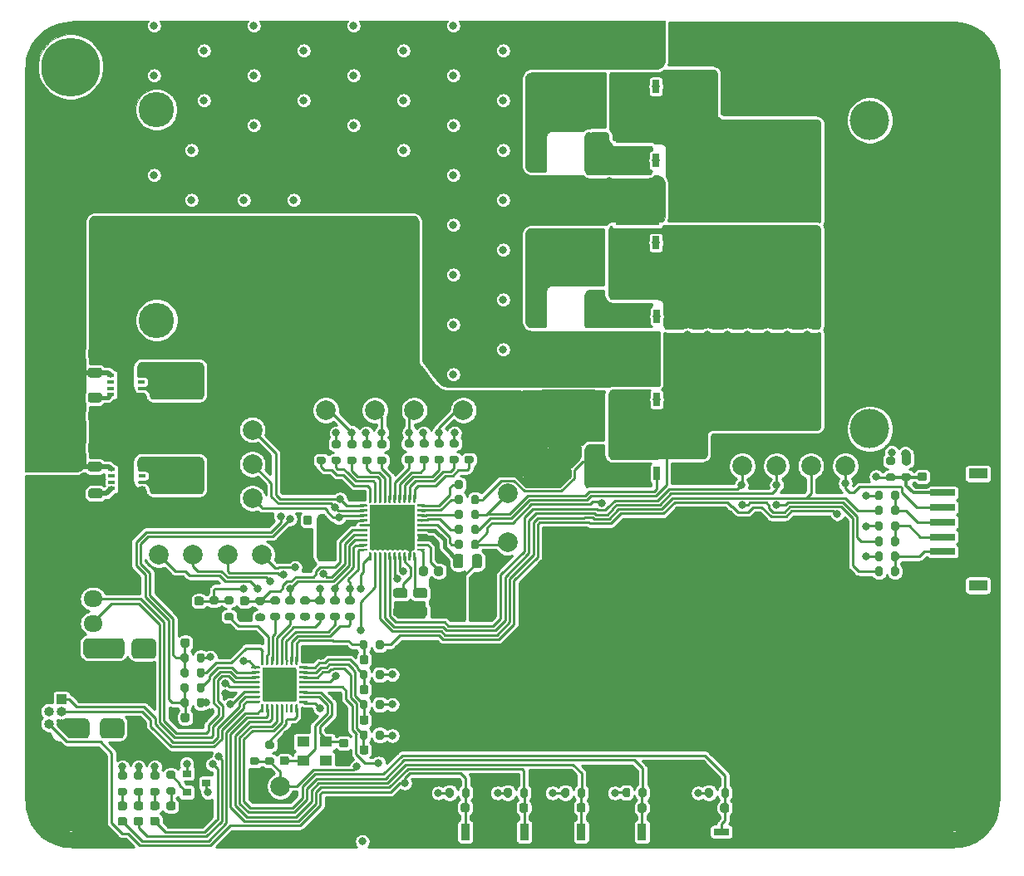
<source format=gbr>
%TF.GenerationSoftware,KiCad,Pcbnew,(5.1.8)-1*%
%TF.CreationDate,2021-03-04T12:58:26-05:00*%
%TF.ProjectId,DRV8353S_dev_board,44525638-3335-4335-935f-6465765f626f,rev?*%
%TF.SameCoordinates,Original*%
%TF.FileFunction,Copper,L1,Top*%
%TF.FilePolarity,Positive*%
%FSLAX46Y46*%
G04 Gerber Fmt 4.6, Leading zero omitted, Abs format (unit mm)*
G04 Created by KiCad (PCBNEW (5.1.8)-1) date 2021-03-04 12:58:26*
%MOMM*%
%LPD*%
G01*
G04 APERTURE LIST*
%TA.AperFunction,SMDPad,CuDef*%
%ADD10R,5.400000X3.200000*%
%TD*%
%TA.AperFunction,ComponentPad*%
%ADD11C,6.000001*%
%TD*%
%TA.AperFunction,ComponentPad*%
%ADD12C,0.800000*%
%TD*%
%TA.AperFunction,SMDPad,CuDef*%
%ADD13R,0.600000X0.450000*%
%TD*%
%TA.AperFunction,WasherPad*%
%ADD14C,3.600000*%
%TD*%
%TA.AperFunction,ComponentPad*%
%ADD15C,4.000000*%
%TD*%
%TA.AperFunction,ComponentPad*%
%ADD16R,1.000000X1.000000*%
%TD*%
%TA.AperFunction,ComponentPad*%
%ADD17O,1.000000X1.000000*%
%TD*%
%TA.AperFunction,ComponentPad*%
%ADD18O,1.950000X1.700000*%
%TD*%
%TA.AperFunction,WasherPad*%
%ADD19C,4.000000*%
%TD*%
%TA.AperFunction,SMDPad,CuDef*%
%ADD20R,0.900000X0.800000*%
%TD*%
%TA.AperFunction,SMDPad,CuDef*%
%ADD21R,0.900000X1.700000*%
%TD*%
%TA.AperFunction,SMDPad,CuDef*%
%ADD22R,1.600000X0.760000*%
%TD*%
%TA.AperFunction,SMDPad,CuDef*%
%ADD23C,1.000000*%
%TD*%
%TA.AperFunction,SMDPad,CuDef*%
%ADD24R,3.450000X3.450000*%
%TD*%
%TA.AperFunction,SMDPad,CuDef*%
%ADD25R,0.650000X0.350000*%
%TD*%
%TA.AperFunction,SMDPad,CuDef*%
%ADD26R,1.550000X2.400000*%
%TD*%
%TA.AperFunction,SMDPad,CuDef*%
%ADD27R,4.600000X4.600000*%
%TD*%
%TA.AperFunction,ComponentPad*%
%ADD28C,0.500000*%
%TD*%
%TA.AperFunction,SMDPad,CuDef*%
%ADD29R,1.900000X1.100000*%
%TD*%
%TA.AperFunction,SMDPad,CuDef*%
%ADD30R,2.500000X0.700000*%
%TD*%
%TA.AperFunction,SMDPad,CuDef*%
%ADD31R,0.710000X1.320000*%
%TD*%
%TA.AperFunction,SMDPad,CuDef*%
%ADD32R,0.710000X0.590000*%
%TD*%
%TA.AperFunction,SMDPad,CuDef*%
%ADD33R,4.520000X3.850000*%
%TD*%
%TA.AperFunction,ComponentPad*%
%ADD34C,2.000000*%
%TD*%
%TA.AperFunction,SMDPad,CuDef*%
%ADD35R,1.300000X1.100000*%
%TD*%
%TA.AperFunction,ViaPad*%
%ADD36C,0.800000*%
%TD*%
%TA.AperFunction,Conductor*%
%ADD37C,0.250000*%
%TD*%
%TA.AperFunction,Conductor*%
%ADD38C,0.400000*%
%TD*%
%TA.AperFunction,Conductor*%
%ADD39C,0.500000*%
%TD*%
%TA.AperFunction,Conductor*%
%ADD40C,0.889000*%
%TD*%
%TA.AperFunction,Conductor*%
%ADD41C,0.450000*%
%TD*%
%TA.AperFunction,Conductor*%
%ADD42C,0.300000*%
%TD*%
%TA.AperFunction,Conductor*%
%ADD43C,0.254000*%
%TD*%
%TA.AperFunction,Conductor*%
%ADD44C,0.100000*%
%TD*%
%TA.AperFunction,Conductor*%
%ADD45C,0.025400*%
%TD*%
G04 APERTURE END LIST*
%TO.P,C5,2*%
%TO.N,Net-(C5-Pad2)*%
%TA.AperFunction,SMDPad,CuDef*%
G36*
G01*
X57942500Y-89212000D02*
X56992500Y-89212000D01*
G75*
G02*
X56742500Y-88962000I0J250000D01*
G01*
X56742500Y-88462000D01*
G75*
G02*
X56992500Y-88212000I250000J0D01*
G01*
X57942500Y-88212000D01*
G75*
G02*
X58192500Y-88462000I0J-250000D01*
G01*
X58192500Y-88962000D01*
G75*
G02*
X57942500Y-89212000I-250000J0D01*
G01*
G37*
%TD.AperFunction*%
%TO.P,C5,1*%
%TO.N,GND*%
%TA.AperFunction,SMDPad,CuDef*%
G36*
G01*
X57942500Y-91112000D02*
X56992500Y-91112000D01*
G75*
G02*
X56742500Y-90862000I0J250000D01*
G01*
X56742500Y-90362000D01*
G75*
G02*
X56992500Y-90112000I250000J0D01*
G01*
X57942500Y-90112000D01*
G75*
G02*
X58192500Y-90362000I0J-250000D01*
G01*
X58192500Y-90862000D01*
G75*
G02*
X57942500Y-91112000I-250000J0D01*
G01*
G37*
%TD.AperFunction*%
%TD*%
D10*
%TO.P,C34,1*%
%TO.N,Vdrive*%
X83566000Y-67350000D03*
%TO.P,C34,2*%
%TO.N,GND*%
X83566000Y-72350000D03*
%TD*%
D11*
%TO.P,REF\u002A\u002A,1*%
%TO.N,GND*%
X145000000Y-130000000D03*
D12*
%TO.N,N/C*%
X147250000Y-130000000D03*
X146590990Y-131590990D03*
X145000000Y-132250000D03*
X143409010Y-131590990D03*
X142750000Y-130000000D03*
X143409010Y-128409010D03*
X145000000Y-127750000D03*
X146590990Y-128409010D03*
%TD*%
%TO.P,REF\u002A\u002A,1*%
%TO.N,N/C*%
X56590990Y-128409010D03*
X55000000Y-127750000D03*
X53409010Y-128409010D03*
X52750000Y-130000000D03*
X53409010Y-131590990D03*
X55000000Y-132250000D03*
X56590990Y-131590990D03*
X57250000Y-130000000D03*
D11*
%TO.N,GND*%
X55000000Y-130000000D03*
%TD*%
%TO.P,REF\u002A\u002A,1*%
%TO.N,GND*%
X55000000Y-55000000D03*
D12*
%TO.N,N/C*%
X57250000Y-55000000D03*
X56590990Y-56590990D03*
X55000000Y-57250000D03*
X53409010Y-56590990D03*
X52750000Y-55000000D03*
X53409010Y-53409010D03*
X55000000Y-52750000D03*
X56590990Y-53409010D03*
%TD*%
%TO.P,REF\u002A\u002A,1*%
%TO.N,N/C*%
X146590990Y-53409010D03*
X145000000Y-52750000D03*
X143409010Y-53409010D03*
X142750000Y-55000000D03*
X143409010Y-56590990D03*
X145000000Y-57250000D03*
X146590990Y-56590990D03*
X147250000Y-55000000D03*
D11*
%TO.N,GND*%
X145000000Y-55000000D03*
%TD*%
%TO.P,C1,1*%
%TO.N,/XTAL_IN*%
%TA.AperFunction,SMDPad,CuDef*%
G36*
G01*
X77021500Y-126193000D02*
X76521500Y-126193000D01*
G75*
G02*
X76296500Y-125968000I0J225000D01*
G01*
X76296500Y-125518000D01*
G75*
G02*
X76521500Y-125293000I225000J0D01*
G01*
X77021500Y-125293000D01*
G75*
G02*
X77246500Y-125518000I0J-225000D01*
G01*
X77246500Y-125968000D01*
G75*
G02*
X77021500Y-126193000I-225000J0D01*
G01*
G37*
%TD.AperFunction*%
%TO.P,C1,2*%
%TO.N,GND*%
%TA.AperFunction,SMDPad,CuDef*%
G36*
G01*
X77021500Y-124643000D02*
X76521500Y-124643000D01*
G75*
G02*
X76296500Y-124418000I0J225000D01*
G01*
X76296500Y-123968000D01*
G75*
G02*
X76521500Y-123743000I225000J0D01*
G01*
X77021500Y-123743000D01*
G75*
G02*
X77246500Y-123968000I0J-225000D01*
G01*
X77246500Y-124418000D01*
G75*
G02*
X77021500Y-124643000I-225000J0D01*
G01*
G37*
%TD.AperFunction*%
%TD*%
%TO.P,C2,2*%
%TO.N,Vdrive*%
%TA.AperFunction,SMDPad,CuDef*%
G36*
G01*
X56992500Y-95255500D02*
X57942500Y-95255500D01*
G75*
G02*
X58192500Y-95505500I0J-250000D01*
G01*
X58192500Y-96005500D01*
G75*
G02*
X57942500Y-96255500I-250000J0D01*
G01*
X56992500Y-96255500D01*
G75*
G02*
X56742500Y-96005500I0J250000D01*
G01*
X56742500Y-95505500D01*
G75*
G02*
X56992500Y-95255500I250000J0D01*
G01*
G37*
%TD.AperFunction*%
%TO.P,C2,1*%
%TO.N,GND*%
%TA.AperFunction,SMDPad,CuDef*%
G36*
G01*
X56992500Y-93355500D02*
X57942500Y-93355500D01*
G75*
G02*
X58192500Y-93605500I0J-250000D01*
G01*
X58192500Y-94105500D01*
G75*
G02*
X57942500Y-94355500I-250000J0D01*
G01*
X56992500Y-94355500D01*
G75*
G02*
X56742500Y-94105500I0J250000D01*
G01*
X56742500Y-93605500D01*
G75*
G02*
X56992500Y-93355500I250000J0D01*
G01*
G37*
%TD.AperFunction*%
%TD*%
%TO.P,C3,1*%
%TO.N,GND*%
%TA.AperFunction,SMDPad,CuDef*%
G36*
G01*
X56992500Y-83767000D02*
X57942500Y-83767000D01*
G75*
G02*
X58192500Y-84017000I0J-250000D01*
G01*
X58192500Y-84517000D01*
G75*
G02*
X57942500Y-84767000I-250000J0D01*
G01*
X56992500Y-84767000D01*
G75*
G02*
X56742500Y-84517000I0J250000D01*
G01*
X56742500Y-84017000D01*
G75*
G02*
X56992500Y-83767000I250000J0D01*
G01*
G37*
%TD.AperFunction*%
%TO.P,C3,2*%
%TO.N,Vdrive*%
%TA.AperFunction,SMDPad,CuDef*%
G36*
G01*
X56992500Y-85667000D02*
X57942500Y-85667000D01*
G75*
G02*
X58192500Y-85917000I0J-250000D01*
G01*
X58192500Y-86417000D01*
G75*
G02*
X57942500Y-86667000I-250000J0D01*
G01*
X56992500Y-86667000D01*
G75*
G02*
X56742500Y-86417000I0J250000D01*
G01*
X56742500Y-85917000D01*
G75*
G02*
X56992500Y-85667000I250000J0D01*
G01*
G37*
%TD.AperFunction*%
%TD*%
%TO.P,C4,1*%
%TO.N,GND*%
%TA.AperFunction,SMDPad,CuDef*%
G36*
G01*
X58006000Y-100891000D02*
X57056000Y-100891000D01*
G75*
G02*
X56806000Y-100641000I0J250000D01*
G01*
X56806000Y-100141000D01*
G75*
G02*
X57056000Y-99891000I250000J0D01*
G01*
X58006000Y-99891000D01*
G75*
G02*
X58256000Y-100141000I0J-250000D01*
G01*
X58256000Y-100641000D01*
G75*
G02*
X58006000Y-100891000I-250000J0D01*
G01*
G37*
%TD.AperFunction*%
%TO.P,C4,2*%
%TO.N,Net-(C4-Pad2)*%
%TA.AperFunction,SMDPad,CuDef*%
G36*
G01*
X58006000Y-98991000D02*
X57056000Y-98991000D01*
G75*
G02*
X56806000Y-98741000I0J250000D01*
G01*
X56806000Y-98241000D01*
G75*
G02*
X57056000Y-97991000I250000J0D01*
G01*
X58006000Y-97991000D01*
G75*
G02*
X58256000Y-98241000I0J-250000D01*
G01*
X58256000Y-98741000D01*
G75*
G02*
X58006000Y-98991000I-250000J0D01*
G01*
G37*
%TD.AperFunction*%
%TD*%
%TO.P,C6,2*%
%TO.N,GND*%
%TA.AperFunction,SMDPad,CuDef*%
G36*
G01*
X82554000Y-125052000D02*
X83054000Y-125052000D01*
G75*
G02*
X83279000Y-125277000I0J-225000D01*
G01*
X83279000Y-125727000D01*
G75*
G02*
X83054000Y-125952000I-225000J0D01*
G01*
X82554000Y-125952000D01*
G75*
G02*
X82329000Y-125727000I0J225000D01*
G01*
X82329000Y-125277000D01*
G75*
G02*
X82554000Y-125052000I225000J0D01*
G01*
G37*
%TD.AperFunction*%
%TO.P,C6,1*%
%TO.N,/XTAL_OUT*%
%TA.AperFunction,SMDPad,CuDef*%
G36*
G01*
X82554000Y-123502000D02*
X83054000Y-123502000D01*
G75*
G02*
X83279000Y-123727000I0J-225000D01*
G01*
X83279000Y-124177000D01*
G75*
G02*
X83054000Y-124402000I-225000J0D01*
G01*
X82554000Y-124402000D01*
G75*
G02*
X82329000Y-124177000I0J225000D01*
G01*
X82329000Y-123727000D01*
G75*
G02*
X82554000Y-123502000I225000J0D01*
G01*
G37*
%TD.AperFunction*%
%TD*%
%TO.P,C7,2*%
%TO.N,/DIRECTION_DIP*%
%TA.AperFunction,SMDPad,CuDef*%
G36*
G01*
X121165800Y-130818700D02*
X121165800Y-130318700D01*
G75*
G02*
X121390800Y-130093700I225000J0D01*
G01*
X121840800Y-130093700D01*
G75*
G02*
X122065800Y-130318700I0J-225000D01*
G01*
X122065800Y-130818700D01*
G75*
G02*
X121840800Y-131043700I-225000J0D01*
G01*
X121390800Y-131043700D01*
G75*
G02*
X121165800Y-130818700I0J225000D01*
G01*
G37*
%TD.AperFunction*%
%TO.P,C7,1*%
%TO.N,GND*%
%TA.AperFunction,SMDPad,CuDef*%
G36*
G01*
X119615800Y-130818700D02*
X119615800Y-130318700D01*
G75*
G02*
X119840800Y-130093700I225000J0D01*
G01*
X120290800Y-130093700D01*
G75*
G02*
X120515800Y-130318700I0J-225000D01*
G01*
X120515800Y-130818700D01*
G75*
G02*
X120290800Y-131043700I-225000J0D01*
G01*
X119840800Y-131043700D01*
G75*
G02*
X119615800Y-130818700I0J225000D01*
G01*
G37*
%TD.AperFunction*%
%TD*%
%TO.P,C8,1*%
%TO.N,GND*%
%TA.AperFunction,SMDPad,CuDef*%
G36*
G01*
X111195400Y-130818700D02*
X111195400Y-130318700D01*
G75*
G02*
X111420400Y-130093700I225000J0D01*
G01*
X111870400Y-130093700D01*
G75*
G02*
X112095400Y-130318700I0J-225000D01*
G01*
X112095400Y-130818700D01*
G75*
G02*
X111870400Y-131043700I-225000J0D01*
G01*
X111420400Y-131043700D01*
G75*
G02*
X111195400Y-130818700I0J225000D01*
G01*
G37*
%TD.AperFunction*%
%TO.P,C8,2*%
%TO.N,/~SPEED_UP_PB*%
%TA.AperFunction,SMDPad,CuDef*%
G36*
G01*
X112745400Y-130818700D02*
X112745400Y-130318700D01*
G75*
G02*
X112970400Y-130093700I225000J0D01*
G01*
X113420400Y-130093700D01*
G75*
G02*
X113645400Y-130318700I0J-225000D01*
G01*
X113645400Y-130818700D01*
G75*
G02*
X113420400Y-131043700I-225000J0D01*
G01*
X112970400Y-131043700D01*
G75*
G02*
X112745400Y-130818700I0J225000D01*
G01*
G37*
%TD.AperFunction*%
%TD*%
%TO.P,C9,2*%
%TO.N,/~SPEED_DOWN_PB*%
%TA.AperFunction,SMDPad,CuDef*%
G36*
G01*
X106548100Y-130793300D02*
X106548100Y-130293300D01*
G75*
G02*
X106773100Y-130068300I225000J0D01*
G01*
X107223100Y-130068300D01*
G75*
G02*
X107448100Y-130293300I0J-225000D01*
G01*
X107448100Y-130793300D01*
G75*
G02*
X107223100Y-131018300I-225000J0D01*
G01*
X106773100Y-131018300D01*
G75*
G02*
X106548100Y-130793300I0J225000D01*
G01*
G37*
%TD.AperFunction*%
%TO.P,C9,1*%
%TO.N,GND*%
%TA.AperFunction,SMDPad,CuDef*%
G36*
G01*
X104998100Y-130793300D02*
X104998100Y-130293300D01*
G75*
G02*
X105223100Y-130068300I225000J0D01*
G01*
X105673100Y-130068300D01*
G75*
G02*
X105898100Y-130293300I0J-225000D01*
G01*
X105898100Y-130793300D01*
G75*
G02*
X105673100Y-131018300I-225000J0D01*
G01*
X105223100Y-131018300D01*
G75*
G02*
X104998100Y-130793300I0J225000D01*
G01*
G37*
%TD.AperFunction*%
%TD*%
%TO.P,C10,1*%
%TO.N,GND*%
%TA.AperFunction,SMDPad,CuDef*%
G36*
G01*
X99155500Y-130806000D02*
X99155500Y-130306000D01*
G75*
G02*
X99380500Y-130081000I225000J0D01*
G01*
X99830500Y-130081000D01*
G75*
G02*
X100055500Y-130306000I0J-225000D01*
G01*
X100055500Y-130806000D01*
G75*
G02*
X99830500Y-131031000I-225000J0D01*
G01*
X99380500Y-131031000D01*
G75*
G02*
X99155500Y-130806000I0J225000D01*
G01*
G37*
%TD.AperFunction*%
%TO.P,C10,2*%
%TO.N,/~BRAKE_PB*%
%TA.AperFunction,SMDPad,CuDef*%
G36*
G01*
X100705500Y-130806000D02*
X100705500Y-130306000D01*
G75*
G02*
X100930500Y-130081000I225000J0D01*
G01*
X101380500Y-130081000D01*
G75*
G02*
X101605500Y-130306000I0J-225000D01*
G01*
X101605500Y-130806000D01*
G75*
G02*
X101380500Y-131031000I-225000J0D01*
G01*
X100930500Y-131031000D01*
G75*
G02*
X100705500Y-130806000I0J225000D01*
G01*
G37*
%TD.AperFunction*%
%TD*%
%TO.P,C11,2*%
%TO.N,/~RESET_PB*%
%TA.AperFunction,SMDPad,CuDef*%
G36*
G01*
X94724100Y-130793300D02*
X94724100Y-130293300D01*
G75*
G02*
X94949100Y-130068300I225000J0D01*
G01*
X95399100Y-130068300D01*
G75*
G02*
X95624100Y-130293300I0J-225000D01*
G01*
X95624100Y-130793300D01*
G75*
G02*
X95399100Y-131018300I-225000J0D01*
G01*
X94949100Y-131018300D01*
G75*
G02*
X94724100Y-130793300I0J225000D01*
G01*
G37*
%TD.AperFunction*%
%TO.P,C11,1*%
%TO.N,GND*%
%TA.AperFunction,SMDPad,CuDef*%
G36*
G01*
X93174100Y-130793300D02*
X93174100Y-130293300D01*
G75*
G02*
X93399100Y-130068300I225000J0D01*
G01*
X93849100Y-130068300D01*
G75*
G02*
X94074100Y-130293300I0J-225000D01*
G01*
X94074100Y-130793300D01*
G75*
G02*
X93849100Y-131018300I-225000J0D01*
G01*
X93399100Y-131018300D01*
G75*
G02*
X93174100Y-130793300I0J225000D01*
G01*
G37*
%TD.AperFunction*%
%TD*%
%TO.P,C12,2*%
%TO.N,GND*%
%TA.AperFunction,SMDPad,CuDef*%
G36*
G01*
X63479499Y-99388500D02*
X65679501Y-99388500D01*
G75*
G02*
X65929500Y-99638499I0J-249999D01*
G01*
X65929500Y-100288501D01*
G75*
G02*
X65679501Y-100538500I-249999J0D01*
G01*
X63479499Y-100538500D01*
G75*
G02*
X63229500Y-100288501I0J249999D01*
G01*
X63229500Y-99638499D01*
G75*
G02*
X63479499Y-99388500I249999J0D01*
G01*
G37*
%TD.AperFunction*%
%TO.P,C12,1*%
%TO.N,+3V3*%
%TA.AperFunction,SMDPad,CuDef*%
G36*
G01*
X63479499Y-96438500D02*
X65679501Y-96438500D01*
G75*
G02*
X65929500Y-96688499I0J-249999D01*
G01*
X65929500Y-97338501D01*
G75*
G02*
X65679501Y-97588500I-249999J0D01*
G01*
X63479499Y-97588500D01*
G75*
G02*
X63229500Y-97338501I0J249999D01*
G01*
X63229500Y-96688499D01*
G75*
G02*
X63479499Y-96438500I249999J0D01*
G01*
G37*
%TD.AperFunction*%
%TD*%
%TO.P,C13,1*%
%TO.N,+5V*%
%TA.AperFunction,SMDPad,CuDef*%
G36*
G01*
X63352499Y-87548500D02*
X65552501Y-87548500D01*
G75*
G02*
X65802500Y-87798499I0J-249999D01*
G01*
X65802500Y-88448501D01*
G75*
G02*
X65552501Y-88698500I-249999J0D01*
G01*
X63352499Y-88698500D01*
G75*
G02*
X63102500Y-88448501I0J249999D01*
G01*
X63102500Y-87798499D01*
G75*
G02*
X63352499Y-87548500I249999J0D01*
G01*
G37*
%TD.AperFunction*%
%TO.P,C13,2*%
%TO.N,GND*%
%TA.AperFunction,SMDPad,CuDef*%
G36*
G01*
X63352499Y-90498500D02*
X65552501Y-90498500D01*
G75*
G02*
X65802500Y-90748499I0J-249999D01*
G01*
X65802500Y-91398501D01*
G75*
G02*
X65552501Y-91648500I-249999J0D01*
G01*
X63352499Y-91648500D01*
G75*
G02*
X63102500Y-91398501I0J249999D01*
G01*
X63102500Y-90748499D01*
G75*
G02*
X63352499Y-90498500I249999J0D01*
G01*
G37*
%TD.AperFunction*%
%TD*%
%TO.P,C17,2*%
%TO.N,GND*%
%TA.AperFunction,SMDPad,CuDef*%
G36*
G01*
X85986500Y-124900500D02*
X85986500Y-124400500D01*
G75*
G02*
X86211500Y-124175500I225000J0D01*
G01*
X86661500Y-124175500D01*
G75*
G02*
X86886500Y-124400500I0J-225000D01*
G01*
X86886500Y-124900500D01*
G75*
G02*
X86661500Y-125125500I-225000J0D01*
G01*
X86211500Y-125125500D01*
G75*
G02*
X85986500Y-124900500I0J225000D01*
G01*
G37*
%TD.AperFunction*%
%TO.P,C17,1*%
%TO.N,/I_PHASE_C_JMP*%
%TA.AperFunction,SMDPad,CuDef*%
G36*
G01*
X84436500Y-124900500D02*
X84436500Y-124400500D01*
G75*
G02*
X84661500Y-124175500I225000J0D01*
G01*
X85111500Y-124175500D01*
G75*
G02*
X85336500Y-124400500I0J-225000D01*
G01*
X85336500Y-124900500D01*
G75*
G02*
X85111500Y-125125500I-225000J0D01*
G01*
X84661500Y-125125500D01*
G75*
G02*
X84436500Y-124900500I0J225000D01*
G01*
G37*
%TD.AperFunction*%
%TD*%
%TO.P,C18,1*%
%TO.N,/I_PHASE_B_JMP*%
%TA.AperFunction,SMDPad,CuDef*%
G36*
G01*
X84436500Y-121852500D02*
X84436500Y-121352500D01*
G75*
G02*
X84661500Y-121127500I225000J0D01*
G01*
X85111500Y-121127500D01*
G75*
G02*
X85336500Y-121352500I0J-225000D01*
G01*
X85336500Y-121852500D01*
G75*
G02*
X85111500Y-122077500I-225000J0D01*
G01*
X84661500Y-122077500D01*
G75*
G02*
X84436500Y-121852500I0J225000D01*
G01*
G37*
%TD.AperFunction*%
%TO.P,C18,2*%
%TO.N,GND*%
%TA.AperFunction,SMDPad,CuDef*%
G36*
G01*
X85986500Y-121852500D02*
X85986500Y-121352500D01*
G75*
G02*
X86211500Y-121127500I225000J0D01*
G01*
X86661500Y-121127500D01*
G75*
G02*
X86886500Y-121352500I0J-225000D01*
G01*
X86886500Y-121852500D01*
G75*
G02*
X86661500Y-122077500I-225000J0D01*
G01*
X86211500Y-122077500D01*
G75*
G02*
X85986500Y-121852500I0J225000D01*
G01*
G37*
%TD.AperFunction*%
%TD*%
%TO.P,C19,1*%
%TO.N,GND*%
%TA.AperFunction,SMDPad,CuDef*%
G36*
G01*
X72957500Y-111461000D02*
X72457500Y-111461000D01*
G75*
G02*
X72232500Y-111236000I0J225000D01*
G01*
X72232500Y-110786000D01*
G75*
G02*
X72457500Y-110561000I225000J0D01*
G01*
X72957500Y-110561000D01*
G75*
G02*
X73182500Y-110786000I0J-225000D01*
G01*
X73182500Y-111236000D01*
G75*
G02*
X72957500Y-111461000I-225000J0D01*
G01*
G37*
%TD.AperFunction*%
%TO.P,C19,2*%
%TO.N,/~DRV8353_FAULT*%
%TA.AperFunction,SMDPad,CuDef*%
G36*
G01*
X72957500Y-109911000D02*
X72457500Y-109911000D01*
G75*
G02*
X72232500Y-109686000I0J225000D01*
G01*
X72232500Y-109236000D01*
G75*
G02*
X72457500Y-109011000I225000J0D01*
G01*
X72957500Y-109011000D01*
G75*
G02*
X73182500Y-109236000I0J-225000D01*
G01*
X73182500Y-109686000D01*
G75*
G02*
X72957500Y-109911000I-225000J0D01*
G01*
G37*
%TD.AperFunction*%
%TD*%
%TO.P,C20,2*%
%TO.N,GND*%
%TA.AperFunction,SMDPad,CuDef*%
G36*
G01*
X85986500Y-118741000D02*
X85986500Y-118241000D01*
G75*
G02*
X86211500Y-118016000I225000J0D01*
G01*
X86661500Y-118016000D01*
G75*
G02*
X86886500Y-118241000I0J-225000D01*
G01*
X86886500Y-118741000D01*
G75*
G02*
X86661500Y-118966000I-225000J0D01*
G01*
X86211500Y-118966000D01*
G75*
G02*
X85986500Y-118741000I0J225000D01*
G01*
G37*
%TD.AperFunction*%
%TO.P,C20,1*%
%TO.N,/I_PHASE_A_JMP*%
%TA.AperFunction,SMDPad,CuDef*%
G36*
G01*
X84436500Y-118741000D02*
X84436500Y-118241000D01*
G75*
G02*
X84661500Y-118016000I225000J0D01*
G01*
X85111500Y-118016000D01*
G75*
G02*
X85336500Y-118241000I0J-225000D01*
G01*
X85336500Y-118741000D01*
G75*
G02*
X85111500Y-118966000I-225000J0D01*
G01*
X84661500Y-118966000D01*
G75*
G02*
X84436500Y-118741000I0J225000D01*
G01*
G37*
%TD.AperFunction*%
%TD*%
%TO.P,C21,2*%
%TO.N,/DRV8353_EN*%
%TA.AperFunction,SMDPad,CuDef*%
G36*
G01*
X68322000Y-109911000D02*
X67822000Y-109911000D01*
G75*
G02*
X67597000Y-109686000I0J225000D01*
G01*
X67597000Y-109236000D01*
G75*
G02*
X67822000Y-109011000I225000J0D01*
G01*
X68322000Y-109011000D01*
G75*
G02*
X68547000Y-109236000I0J-225000D01*
G01*
X68547000Y-109686000D01*
G75*
G02*
X68322000Y-109911000I-225000J0D01*
G01*
G37*
%TD.AperFunction*%
%TO.P,C21,1*%
%TO.N,GND*%
%TA.AperFunction,SMDPad,CuDef*%
G36*
G01*
X68322000Y-111461000D02*
X67822000Y-111461000D01*
G75*
G02*
X67597000Y-111236000I0J225000D01*
G01*
X67597000Y-110786000D01*
G75*
G02*
X67822000Y-110561000I225000J0D01*
G01*
X68322000Y-110561000D01*
G75*
G02*
X68547000Y-110786000I0J-225000D01*
G01*
X68547000Y-111236000D01*
G75*
G02*
X68322000Y-111461000I-225000J0D01*
G01*
G37*
%TD.AperFunction*%
%TD*%
%TO.P,C22,1*%
%TO.N,GND*%
%TA.AperFunction,SMDPad,CuDef*%
G36*
G01*
X68662000Y-121098500D02*
X68662000Y-121598500D01*
G75*
G02*
X68437000Y-121823500I-225000J0D01*
G01*
X67987000Y-121823500D01*
G75*
G02*
X67762000Y-121598500I0J225000D01*
G01*
X67762000Y-121098500D01*
G75*
G02*
X67987000Y-120873500I225000J0D01*
G01*
X68437000Y-120873500D01*
G75*
G02*
X68662000Y-121098500I0J-225000D01*
G01*
G37*
%TD.AperFunction*%
%TO.P,C22,2*%
%TO.N,/~BRAKE*%
%TA.AperFunction,SMDPad,CuDef*%
G36*
G01*
X67112000Y-121098500D02*
X67112000Y-121598500D01*
G75*
G02*
X66887000Y-121823500I-225000J0D01*
G01*
X66437000Y-121823500D01*
G75*
G02*
X66212000Y-121598500I0J225000D01*
G01*
X66212000Y-121098500D01*
G75*
G02*
X66437000Y-120873500I225000J0D01*
G01*
X66887000Y-120873500D01*
G75*
G02*
X67112000Y-121098500I0J-225000D01*
G01*
G37*
%TD.AperFunction*%
%TD*%
%TO.P,C23,2*%
%TO.N,/DIRECTION*%
%TA.AperFunction,SMDPad,CuDef*%
G36*
G01*
X67112000Y-113478500D02*
X67112000Y-113978500D01*
G75*
G02*
X66887000Y-114203500I-225000J0D01*
G01*
X66437000Y-114203500D01*
G75*
G02*
X66212000Y-113978500I0J225000D01*
G01*
X66212000Y-113478500D01*
G75*
G02*
X66437000Y-113253500I225000J0D01*
G01*
X66887000Y-113253500D01*
G75*
G02*
X67112000Y-113478500I0J-225000D01*
G01*
G37*
%TD.AperFunction*%
%TO.P,C23,1*%
%TO.N,GND*%
%TA.AperFunction,SMDPad,CuDef*%
G36*
G01*
X68662000Y-113478500D02*
X68662000Y-113978500D01*
G75*
G02*
X68437000Y-114203500I-225000J0D01*
G01*
X67987000Y-114203500D01*
G75*
G02*
X67762000Y-113978500I0J225000D01*
G01*
X67762000Y-113478500D01*
G75*
G02*
X67987000Y-113253500I225000J0D01*
G01*
X68437000Y-113253500D01*
G75*
G02*
X68662000Y-113478500I0J-225000D01*
G01*
G37*
%TD.AperFunction*%
%TD*%
%TO.P,C24,1*%
%TO.N,GND*%
%TA.AperFunction,SMDPad,CuDef*%
G36*
G01*
X98076500Y-109072499D02*
X98076500Y-111272501D01*
G75*
G02*
X97826501Y-111522500I-249999J0D01*
G01*
X97176499Y-111522500D01*
G75*
G02*
X96926500Y-111272501I0J249999D01*
G01*
X96926500Y-109072499D01*
G75*
G02*
X97176499Y-108822500I249999J0D01*
G01*
X97826501Y-108822500D01*
G75*
G02*
X98076500Y-109072499I0J-249999D01*
G01*
G37*
%TD.AperFunction*%
%TO.P,C24,2*%
%TO.N,Vdrive*%
%TA.AperFunction,SMDPad,CuDef*%
G36*
G01*
X95126500Y-109072499D02*
X95126500Y-111272501D01*
G75*
G02*
X94876501Y-111522500I-249999J0D01*
G01*
X94226499Y-111522500D01*
G75*
G02*
X93976500Y-111272501I0J249999D01*
G01*
X93976500Y-109072499D01*
G75*
G02*
X94226499Y-108822500I249999J0D01*
G01*
X94876501Y-108822500D01*
G75*
G02*
X95126500Y-109072499I0J-249999D01*
G01*
G37*
%TD.AperFunction*%
%TD*%
%TO.P,C25,2*%
%TO.N,GND*%
%TA.AperFunction,SMDPad,CuDef*%
G36*
G01*
X95890500Y-107917000D02*
X95890500Y-106967000D01*
G75*
G02*
X96140500Y-106717000I250000J0D01*
G01*
X96640500Y-106717000D01*
G75*
G02*
X96890500Y-106967000I0J-250000D01*
G01*
X96890500Y-107917000D01*
G75*
G02*
X96640500Y-108167000I-250000J0D01*
G01*
X96140500Y-108167000D01*
G75*
G02*
X95890500Y-107917000I0J250000D01*
G01*
G37*
%TD.AperFunction*%
%TO.P,C25,1*%
%TO.N,Vdrive*%
%TA.AperFunction,SMDPad,CuDef*%
G36*
G01*
X93990500Y-107917000D02*
X93990500Y-106967000D01*
G75*
G02*
X94240500Y-106717000I250000J0D01*
G01*
X94740500Y-106717000D01*
G75*
G02*
X94990500Y-106967000I0J-250000D01*
G01*
X94990500Y-107917000D01*
G75*
G02*
X94740500Y-108167000I-250000J0D01*
G01*
X94240500Y-108167000D01*
G75*
G02*
X93990500Y-107917000I0J250000D01*
G01*
G37*
%TD.AperFunction*%
%TD*%
%TO.P,C26,1*%
%TO.N,Net-(C26-Pad1)*%
%TA.AperFunction,SMDPad,CuDef*%
G36*
G01*
X88107500Y-108151000D02*
X89057500Y-108151000D01*
G75*
G02*
X89307500Y-108401000I0J-250000D01*
G01*
X89307500Y-108901000D01*
G75*
G02*
X89057500Y-109151000I-250000J0D01*
G01*
X88107500Y-109151000D01*
G75*
G02*
X87857500Y-108901000I0J250000D01*
G01*
X87857500Y-108401000D01*
G75*
G02*
X88107500Y-108151000I250000J0D01*
G01*
G37*
%TD.AperFunction*%
%TO.P,C26,2*%
%TO.N,GND*%
%TA.AperFunction,SMDPad,CuDef*%
G36*
G01*
X88107500Y-110051000D02*
X89057500Y-110051000D01*
G75*
G02*
X89307500Y-110301000I0J-250000D01*
G01*
X89307500Y-110801000D01*
G75*
G02*
X89057500Y-111051000I-250000J0D01*
G01*
X88107500Y-111051000D01*
G75*
G02*
X87857500Y-110801000I0J250000D01*
G01*
X87857500Y-110301000D01*
G75*
G02*
X88107500Y-110051000I250000J0D01*
G01*
G37*
%TD.AperFunction*%
%TD*%
%TO.P,C27,2*%
%TO.N,GND*%
%TA.AperFunction,SMDPad,CuDef*%
G36*
G01*
X78348000Y-102595499D02*
X78348000Y-104795501D01*
G75*
G02*
X78098001Y-105045500I-249999J0D01*
G01*
X77447999Y-105045500D01*
G75*
G02*
X77198000Y-104795501I0J249999D01*
G01*
X77198000Y-102595499D01*
G75*
G02*
X77447999Y-102345500I249999J0D01*
G01*
X78098001Y-102345500D01*
G75*
G02*
X78348000Y-102595499I0J-249999D01*
G01*
G37*
%TD.AperFunction*%
%TO.P,C27,1*%
%TO.N,Net-(C27-Pad1)*%
%TA.AperFunction,SMDPad,CuDef*%
G36*
G01*
X81298000Y-102595499D02*
X81298000Y-104795501D01*
G75*
G02*
X81048001Y-105045500I-249999J0D01*
G01*
X80397999Y-105045500D01*
G75*
G02*
X80148000Y-104795501I0J249999D01*
G01*
X80148000Y-102595499D01*
G75*
G02*
X80397999Y-102345500I249999J0D01*
G01*
X81048001Y-102345500D01*
G75*
G02*
X81298000Y-102595499I0J-249999D01*
G01*
G37*
%TD.AperFunction*%
%TD*%
%TO.P,C28,2*%
%TO.N,GND*%
%TA.AperFunction,SMDPad,CuDef*%
G36*
G01*
X90139500Y-110051000D02*
X91089500Y-110051000D01*
G75*
G02*
X91339500Y-110301000I0J-250000D01*
G01*
X91339500Y-110801000D01*
G75*
G02*
X91089500Y-111051000I-250000J0D01*
G01*
X90139500Y-111051000D01*
G75*
G02*
X89889500Y-110801000I0J250000D01*
G01*
X89889500Y-110301000D01*
G75*
G02*
X90139500Y-110051000I250000J0D01*
G01*
G37*
%TD.AperFunction*%
%TO.P,C28,1*%
%TO.N,Net-(C28-Pad1)*%
%TA.AperFunction,SMDPad,CuDef*%
G36*
G01*
X90139500Y-108151000D02*
X91089500Y-108151000D01*
G75*
G02*
X91339500Y-108401000I0J-250000D01*
G01*
X91339500Y-108901000D01*
G75*
G02*
X91089500Y-109151000I-250000J0D01*
G01*
X90139500Y-109151000D01*
G75*
G02*
X89889500Y-108901000I0J250000D01*
G01*
X89889500Y-108401000D01*
G75*
G02*
X90139500Y-108151000I250000J0D01*
G01*
G37*
%TD.AperFunction*%
%TD*%
%TO.P,C31,1*%
%TO.N,Vdrive*%
%TA.AperFunction,SMDPad,CuDef*%
G36*
G01*
X96888000Y-104935000D02*
X96888000Y-105885000D01*
G75*
G02*
X96638000Y-106135000I-250000J0D01*
G01*
X96138000Y-106135000D01*
G75*
G02*
X95888000Y-105885000I0J250000D01*
G01*
X95888000Y-104935000D01*
G75*
G02*
X96138000Y-104685000I250000J0D01*
G01*
X96638000Y-104685000D01*
G75*
G02*
X96888000Y-104935000I0J-250000D01*
G01*
G37*
%TD.AperFunction*%
%TO.P,C31,2*%
%TO.N,Net-(C31-Pad2)*%
%TA.AperFunction,SMDPad,CuDef*%
G36*
G01*
X94988000Y-104935000D02*
X94988000Y-105885000D01*
G75*
G02*
X94738000Y-106135000I-250000J0D01*
G01*
X94238000Y-106135000D01*
G75*
G02*
X93988000Y-105885000I0J250000D01*
G01*
X93988000Y-104935000D01*
G75*
G02*
X94238000Y-104685000I250000J0D01*
G01*
X94738000Y-104685000D01*
G75*
G02*
X94988000Y-104935000I0J-250000D01*
G01*
G37*
%TD.AperFunction*%
%TD*%
%TO.P,C32,1*%
%TO.N,Net-(C32-Pad1)*%
%TA.AperFunction,SMDPad,CuDef*%
G36*
G01*
X92932000Y-106176000D02*
X92932000Y-106676000D01*
G75*
G02*
X92707000Y-106901000I-225000J0D01*
G01*
X92257000Y-106901000D01*
G75*
G02*
X92032000Y-106676000I0J225000D01*
G01*
X92032000Y-106176000D01*
G75*
G02*
X92257000Y-105951000I225000J0D01*
G01*
X92707000Y-105951000D01*
G75*
G02*
X92932000Y-106176000I0J-225000D01*
G01*
G37*
%TD.AperFunction*%
%TO.P,C32,2*%
%TO.N,Net-(C32-Pad2)*%
%TA.AperFunction,SMDPad,CuDef*%
G36*
G01*
X91382000Y-106176000D02*
X91382000Y-106676000D01*
G75*
G02*
X91157000Y-106901000I-225000J0D01*
G01*
X90707000Y-106901000D01*
G75*
G02*
X90482000Y-106676000I0J225000D01*
G01*
X90482000Y-106176000D01*
G75*
G02*
X90707000Y-105951000I225000J0D01*
G01*
X91157000Y-105951000D01*
G75*
G02*
X91382000Y-106176000I0J-225000D01*
G01*
G37*
%TD.AperFunction*%
%TD*%
%TO.P,L1,1*%
%TO.N,/~LED_DIR*%
%TA.AperFunction,SMDPad,CuDef*%
G36*
G01*
X60517750Y-132378000D02*
X60005250Y-132378000D01*
G75*
G02*
X59786500Y-132159250I0J218750D01*
G01*
X59786500Y-131721750D01*
G75*
G02*
X60005250Y-131503000I218750J0D01*
G01*
X60517750Y-131503000D01*
G75*
G02*
X60736500Y-131721750I0J-218750D01*
G01*
X60736500Y-132159250D01*
G75*
G02*
X60517750Y-132378000I-218750J0D01*
G01*
G37*
%TD.AperFunction*%
%TO.P,L1,2*%
%TO.N,Net-(D1-Pad2)*%
%TA.AperFunction,SMDPad,CuDef*%
G36*
G01*
X60517750Y-130803000D02*
X60005250Y-130803000D01*
G75*
G02*
X59786500Y-130584250I0J218750D01*
G01*
X59786500Y-130146750D01*
G75*
G02*
X60005250Y-129928000I218750J0D01*
G01*
X60517750Y-129928000D01*
G75*
G02*
X60736500Y-130146750I0J-218750D01*
G01*
X60736500Y-130584250D01*
G75*
G02*
X60517750Y-130803000I-218750J0D01*
G01*
G37*
%TD.AperFunction*%
%TD*%
%TO.P,L2,2*%
%TO.N,Net-(D2-Pad2)*%
%TA.AperFunction,SMDPad,CuDef*%
G36*
G01*
X62168750Y-130777500D02*
X61656250Y-130777500D01*
G75*
G02*
X61437500Y-130558750I0J218750D01*
G01*
X61437500Y-130121250D01*
G75*
G02*
X61656250Y-129902500I218750J0D01*
G01*
X62168750Y-129902500D01*
G75*
G02*
X62387500Y-130121250I0J-218750D01*
G01*
X62387500Y-130558750D01*
G75*
G02*
X62168750Y-130777500I-218750J0D01*
G01*
G37*
%TD.AperFunction*%
%TO.P,L2,1*%
%TO.N,/~LED_SPEED*%
%TA.AperFunction,SMDPad,CuDef*%
G36*
G01*
X62168750Y-132352500D02*
X61656250Y-132352500D01*
G75*
G02*
X61437500Y-132133750I0J218750D01*
G01*
X61437500Y-131696250D01*
G75*
G02*
X61656250Y-131477500I218750J0D01*
G01*
X62168750Y-131477500D01*
G75*
G02*
X62387500Y-131696250I0J-218750D01*
G01*
X62387500Y-132133750D01*
G75*
G02*
X62168750Y-132352500I-218750J0D01*
G01*
G37*
%TD.AperFunction*%
%TD*%
%TO.P,L3,2*%
%TO.N,Net-(D3-Pad2)*%
%TA.AperFunction,SMDPad,CuDef*%
G36*
G01*
X63819750Y-130777500D02*
X63307250Y-130777500D01*
G75*
G02*
X63088500Y-130558750I0J218750D01*
G01*
X63088500Y-130121250D01*
G75*
G02*
X63307250Y-129902500I218750J0D01*
G01*
X63819750Y-129902500D01*
G75*
G02*
X64038500Y-130121250I0J-218750D01*
G01*
X64038500Y-130558750D01*
G75*
G02*
X63819750Y-130777500I-218750J0D01*
G01*
G37*
%TD.AperFunction*%
%TO.P,L3,1*%
%TO.N,/~SYS_FAULT*%
%TA.AperFunction,SMDPad,CuDef*%
G36*
G01*
X63819750Y-132352500D02*
X63307250Y-132352500D01*
G75*
G02*
X63088500Y-132133750I0J218750D01*
G01*
X63088500Y-131696250D01*
G75*
G02*
X63307250Y-131477500I218750J0D01*
G01*
X63819750Y-131477500D01*
G75*
G02*
X64038500Y-131696250I0J-218750D01*
G01*
X64038500Y-132133750D01*
G75*
G02*
X63819750Y-132352500I-218750J0D01*
G01*
G37*
%TD.AperFunction*%
%TD*%
D13*
%TO.P,D4,2*%
%TO.N,Net-(D4-Pad2)*%
X56163500Y-122237500D03*
%TO.P,D4,1*%
%TO.N,+3V3*%
X58263500Y-122237500D03*
%TD*%
%TO.P,D5,1*%
%TO.N,+3V3*%
X62010000Y-114300000D03*
%TO.P,D5,2*%
%TO.N,Net-(D5-Pad2)*%
X59910000Y-114300000D03*
%TD*%
%TO.P,L4,1*%
%TO.N,GND*%
%TA.AperFunction,SMDPad,CuDef*%
G36*
G01*
X65470750Y-132378000D02*
X64958250Y-132378000D01*
G75*
G02*
X64739500Y-132159250I0J218750D01*
G01*
X64739500Y-131721750D01*
G75*
G02*
X64958250Y-131503000I218750J0D01*
G01*
X65470750Y-131503000D01*
G75*
G02*
X65689500Y-131721750I0J-218750D01*
G01*
X65689500Y-132159250D01*
G75*
G02*
X65470750Y-132378000I-218750J0D01*
G01*
G37*
%TD.AperFunction*%
%TO.P,L4,2*%
%TO.N,Net-(D6-Pad2)*%
%TA.AperFunction,SMDPad,CuDef*%
G36*
G01*
X65470750Y-130803000D02*
X64958250Y-130803000D01*
G75*
G02*
X64739500Y-130584250I0J218750D01*
G01*
X64739500Y-130146750D01*
G75*
G02*
X64958250Y-129928000I218750J0D01*
G01*
X65470750Y-129928000D01*
G75*
G02*
X65689500Y-130146750I0J-218750D01*
G01*
X65689500Y-130584250D01*
G75*
G02*
X65470750Y-130803000I-218750J0D01*
G01*
G37*
%TD.AperFunction*%
%TD*%
%TO.P,FB1,1*%
%TO.N,Net-(C27-Pad1)*%
%TA.AperFunction,SMDPad,CuDef*%
G36*
G01*
X81146000Y-100962750D02*
X81146000Y-101475250D01*
G75*
G02*
X80927250Y-101694000I-218750J0D01*
G01*
X80489750Y-101694000D01*
G75*
G02*
X80271000Y-101475250I0J218750D01*
G01*
X80271000Y-100962750D01*
G75*
G02*
X80489750Y-100744000I218750J0D01*
G01*
X80927250Y-100744000D01*
G75*
G02*
X81146000Y-100962750I0J-218750D01*
G01*
G37*
%TD.AperFunction*%
%TO.P,FB1,2*%
%TO.N,Net-(FB1-Pad2)*%
%TA.AperFunction,SMDPad,CuDef*%
G36*
G01*
X79571000Y-100962750D02*
X79571000Y-101475250D01*
G75*
G02*
X79352250Y-101694000I-218750J0D01*
G01*
X78914750Y-101694000D01*
G75*
G02*
X78696000Y-101475250I0J218750D01*
G01*
X78696000Y-100962750D01*
G75*
G02*
X78914750Y-100744000I218750J0D01*
G01*
X79352250Y-100744000D01*
G75*
G02*
X79571000Y-100962750I0J-218750D01*
G01*
G37*
%TD.AperFunction*%
%TD*%
D14*
%TO.P,MOT_DC,*%
%TO.N,*%
X63754000Y-80835500D03*
D15*
%TO.P,MOT_DC,1*%
%TO.N,GND*%
X72754000Y-75005500D03*
X77754000Y-75105500D03*
%TO.P,MOT_DC,2*%
%TO.N,Vdrive*%
X72754000Y-65105500D03*
X77754000Y-65105500D03*
D14*
%TO.P,MOT_DC,*%
%TO.N,*%
X63754000Y-59375500D03*
%TD*%
D16*
%TO.P,SWD,1*%
%TO.N,/SWDIO*%
X54038500Y-119443500D03*
D17*
%TO.P,SWD,2*%
%TO.N,GND*%
X52768500Y-119443500D03*
%TO.P,SWD,3*%
%TO.N,/SWCLK*%
X54038500Y-120713500D03*
%TO.P,SWD,4*%
%TO.N,Net-(J3-Pad4)*%
X52768500Y-120713500D03*
%TO.P,SWD,5*%
%TO.N,Net-(D4-Pad2)*%
X54038500Y-121983500D03*
%TO.P,SWD,6*%
%TO.N,/~RESET_PB*%
X52768500Y-121983500D03*
%TD*%
D18*
%TO.P,EXTERNAL UART,4*%
%TO.N,GND*%
X57277000Y-106736500D03*
%TO.P,EXTERNAL UART,3*%
%TO.N,/EXT_UART_TX*%
X57277000Y-109236500D03*
%TO.P,EXTERNAL UART,2*%
%TO.N,/EXT_UART_RX*%
X57277000Y-111736500D03*
%TO.P,EXTERNAL UART,1*%
%TO.N,Net-(D5-Pad2)*%
%TA.AperFunction,ComponentPad*%
G36*
G01*
X58002000Y-115086500D02*
X56552000Y-115086500D01*
G75*
G02*
X56302000Y-114836500I0J250000D01*
G01*
X56302000Y-113636500D01*
G75*
G02*
X56552000Y-113386500I250000J0D01*
G01*
X58002000Y-113386500D01*
G75*
G02*
X58252000Y-113636500I0J-250000D01*
G01*
X58252000Y-114836500D01*
G75*
G02*
X58002000Y-115086500I-250000J0D01*
G01*
G37*
%TD.AperFunction*%
%TD*%
D19*
%TO.P,MOT_AC,*%
%TO.N,*%
X136398000Y-60452000D03*
D15*
%TO.P,MOT_AC,1*%
%TO.N,/MOT_C*%
X127398000Y-66182000D03*
X122398000Y-66182000D03*
%TO.P,MOT_AC,2*%
%TO.N,/MOT_B*%
X127398000Y-76182000D03*
X122398000Y-76182000D03*
%TO.P,MOT_AC,3*%
%TO.N,/MOT_A*%
X122398000Y-86182000D03*
X127398000Y-86182000D03*
D19*
%TO.P,MOT_AC,*%
%TO.N,*%
X136398000Y-91912000D03*
%TD*%
D20*
%TO.P,Q1,1*%
%TO.N,/~DRV8353_FAULT*%
X66818000Y-127066000D03*
%TO.P,Q1,2*%
%TO.N,Net-(Q1-Pad2)*%
X66818000Y-128966000D03*
%TO.P,Q1,3*%
%TO.N,+3V3*%
X68818000Y-128016000D03*
%TD*%
%TO.P,R6,2*%
%TO.N,+3V3*%
%TA.AperFunction,SMDPad,CuDef*%
G36*
G01*
X60536500Y-127654000D02*
X59986500Y-127654000D01*
G75*
G02*
X59786500Y-127454000I0J200000D01*
G01*
X59786500Y-127054000D01*
G75*
G02*
X59986500Y-126854000I200000J0D01*
G01*
X60536500Y-126854000D01*
G75*
G02*
X60736500Y-127054000I0J-200000D01*
G01*
X60736500Y-127454000D01*
G75*
G02*
X60536500Y-127654000I-200000J0D01*
G01*
G37*
%TD.AperFunction*%
%TO.P,R6,1*%
%TO.N,Net-(D1-Pad2)*%
%TA.AperFunction,SMDPad,CuDef*%
G36*
G01*
X60536500Y-129304000D02*
X59986500Y-129304000D01*
G75*
G02*
X59786500Y-129104000I0J200000D01*
G01*
X59786500Y-128704000D01*
G75*
G02*
X59986500Y-128504000I200000J0D01*
G01*
X60536500Y-128504000D01*
G75*
G02*
X60736500Y-128704000I0J-200000D01*
G01*
X60736500Y-129104000D01*
G75*
G02*
X60536500Y-129304000I-200000J0D01*
G01*
G37*
%TD.AperFunction*%
%TD*%
%TO.P,R7,2*%
%TO.N,+3V3*%
%TA.AperFunction,SMDPad,CuDef*%
G36*
G01*
X62187500Y-127655000D02*
X61637500Y-127655000D01*
G75*
G02*
X61437500Y-127455000I0J200000D01*
G01*
X61437500Y-127055000D01*
G75*
G02*
X61637500Y-126855000I200000J0D01*
G01*
X62187500Y-126855000D01*
G75*
G02*
X62387500Y-127055000I0J-200000D01*
G01*
X62387500Y-127455000D01*
G75*
G02*
X62187500Y-127655000I-200000J0D01*
G01*
G37*
%TD.AperFunction*%
%TO.P,R7,1*%
%TO.N,Net-(D2-Pad2)*%
%TA.AperFunction,SMDPad,CuDef*%
G36*
G01*
X62187500Y-129305000D02*
X61637500Y-129305000D01*
G75*
G02*
X61437500Y-129105000I0J200000D01*
G01*
X61437500Y-128705000D01*
G75*
G02*
X61637500Y-128505000I200000J0D01*
G01*
X62187500Y-128505000D01*
G75*
G02*
X62387500Y-128705000I0J-200000D01*
G01*
X62387500Y-129105000D01*
G75*
G02*
X62187500Y-129305000I-200000J0D01*
G01*
G37*
%TD.AperFunction*%
%TD*%
%TO.P,R8,2*%
%TO.N,+3V3*%
%TA.AperFunction,SMDPad,CuDef*%
G36*
G01*
X63838500Y-127654500D02*
X63288500Y-127654500D01*
G75*
G02*
X63088500Y-127454500I0J200000D01*
G01*
X63088500Y-127054500D01*
G75*
G02*
X63288500Y-126854500I200000J0D01*
G01*
X63838500Y-126854500D01*
G75*
G02*
X64038500Y-127054500I0J-200000D01*
G01*
X64038500Y-127454500D01*
G75*
G02*
X63838500Y-127654500I-200000J0D01*
G01*
G37*
%TD.AperFunction*%
%TO.P,R8,1*%
%TO.N,Net-(D3-Pad2)*%
%TA.AperFunction,SMDPad,CuDef*%
G36*
G01*
X63838500Y-129304500D02*
X63288500Y-129304500D01*
G75*
G02*
X63088500Y-129104500I0J200000D01*
G01*
X63088500Y-128704500D01*
G75*
G02*
X63288500Y-128504500I200000J0D01*
G01*
X63838500Y-128504500D01*
G75*
G02*
X64038500Y-128704500I0J-200000D01*
G01*
X64038500Y-129104500D01*
G75*
G02*
X63838500Y-129304500I-200000J0D01*
G01*
G37*
%TD.AperFunction*%
%TD*%
%TO.P,R9,1*%
%TO.N,/HALLA_JMP*%
%TA.AperFunction,SMDPad,CuDef*%
G36*
G01*
X139370000Y-98429500D02*
X139370000Y-98979500D01*
G75*
G02*
X139170000Y-99179500I-200000J0D01*
G01*
X138770000Y-99179500D01*
G75*
G02*
X138570000Y-98979500I0J200000D01*
G01*
X138570000Y-98429500D01*
G75*
G02*
X138770000Y-98229500I200000J0D01*
G01*
X139170000Y-98229500D01*
G75*
G02*
X139370000Y-98429500I0J-200000D01*
G01*
G37*
%TD.AperFunction*%
%TO.P,R9,2*%
%TO.N,Net-(C36-Pad1)*%
%TA.AperFunction,SMDPad,CuDef*%
G36*
G01*
X137720000Y-98429500D02*
X137720000Y-98979500D01*
G75*
G02*
X137520000Y-99179500I-200000J0D01*
G01*
X137120000Y-99179500D01*
G75*
G02*
X136920000Y-98979500I0J200000D01*
G01*
X136920000Y-98429500D01*
G75*
G02*
X137120000Y-98229500I200000J0D01*
G01*
X137520000Y-98229500D01*
G75*
G02*
X137720000Y-98429500I0J-200000D01*
G01*
G37*
%TD.AperFunction*%
%TD*%
%TO.P,R10,1*%
%TO.N,/HALLB_JMP*%
%TA.AperFunction,SMDPad,CuDef*%
G36*
G01*
X139370000Y-101527500D02*
X139370000Y-102077500D01*
G75*
G02*
X139170000Y-102277500I-200000J0D01*
G01*
X138770000Y-102277500D01*
G75*
G02*
X138570000Y-102077500I0J200000D01*
G01*
X138570000Y-101527500D01*
G75*
G02*
X138770000Y-101327500I200000J0D01*
G01*
X139170000Y-101327500D01*
G75*
G02*
X139370000Y-101527500I0J-200000D01*
G01*
G37*
%TD.AperFunction*%
%TO.P,R10,2*%
%TO.N,Net-(C36-Pad1)*%
%TA.AperFunction,SMDPad,CuDef*%
G36*
G01*
X137720000Y-101527500D02*
X137720000Y-102077500D01*
G75*
G02*
X137520000Y-102277500I-200000J0D01*
G01*
X137120000Y-102277500D01*
G75*
G02*
X136920000Y-102077500I0J200000D01*
G01*
X136920000Y-101527500D01*
G75*
G02*
X137120000Y-101327500I200000J0D01*
G01*
X137520000Y-101327500D01*
G75*
G02*
X137720000Y-101527500I0J-200000D01*
G01*
G37*
%TD.AperFunction*%
%TD*%
%TO.P,R11,2*%
%TO.N,/SCLK*%
%TA.AperFunction,SMDPad,CuDef*%
G36*
G01*
X82190000Y-109811500D02*
X81640000Y-109811500D01*
G75*
G02*
X81440000Y-109611500I0J200000D01*
G01*
X81440000Y-109211500D01*
G75*
G02*
X81640000Y-109011500I200000J0D01*
G01*
X82190000Y-109011500D01*
G75*
G02*
X82390000Y-109211500I0J-200000D01*
G01*
X82390000Y-109611500D01*
G75*
G02*
X82190000Y-109811500I-200000J0D01*
G01*
G37*
%TD.AperFunction*%
%TO.P,R11,1*%
%TO.N,/SCLK_JMP*%
%TA.AperFunction,SMDPad,CuDef*%
G36*
G01*
X82190000Y-111461500D02*
X81640000Y-111461500D01*
G75*
G02*
X81440000Y-111261500I0J200000D01*
G01*
X81440000Y-110861500D01*
G75*
G02*
X81640000Y-110661500I200000J0D01*
G01*
X82190000Y-110661500D01*
G75*
G02*
X82390000Y-110861500I0J-200000D01*
G01*
X82390000Y-111261500D01*
G75*
G02*
X82190000Y-111461500I-200000J0D01*
G01*
G37*
%TD.AperFunction*%
%TD*%
%TO.P,R12,1*%
%TO.N,/MISO_JMP*%
%TA.AperFunction,SMDPad,CuDef*%
G36*
G01*
X80666000Y-111460500D02*
X80116000Y-111460500D01*
G75*
G02*
X79916000Y-111260500I0J200000D01*
G01*
X79916000Y-110860500D01*
G75*
G02*
X80116000Y-110660500I200000J0D01*
G01*
X80666000Y-110660500D01*
G75*
G02*
X80866000Y-110860500I0J-200000D01*
G01*
X80866000Y-111260500D01*
G75*
G02*
X80666000Y-111460500I-200000J0D01*
G01*
G37*
%TD.AperFunction*%
%TO.P,R12,2*%
%TO.N,/MISO*%
%TA.AperFunction,SMDPad,CuDef*%
G36*
G01*
X80666000Y-109810500D02*
X80116000Y-109810500D01*
G75*
G02*
X79916000Y-109610500I0J200000D01*
G01*
X79916000Y-109210500D01*
G75*
G02*
X80116000Y-109010500I200000J0D01*
G01*
X80666000Y-109010500D01*
G75*
G02*
X80866000Y-109210500I0J-200000D01*
G01*
X80866000Y-109610500D01*
G75*
G02*
X80666000Y-109810500I-200000J0D01*
G01*
G37*
%TD.AperFunction*%
%TD*%
%TO.P,R13,2*%
%TO.N,/MOSI*%
%TA.AperFunction,SMDPad,CuDef*%
G36*
G01*
X77618000Y-109811000D02*
X77068000Y-109811000D01*
G75*
G02*
X76868000Y-109611000I0J200000D01*
G01*
X76868000Y-109211000D01*
G75*
G02*
X77068000Y-109011000I200000J0D01*
G01*
X77618000Y-109011000D01*
G75*
G02*
X77818000Y-109211000I0J-200000D01*
G01*
X77818000Y-109611000D01*
G75*
G02*
X77618000Y-109811000I-200000J0D01*
G01*
G37*
%TD.AperFunction*%
%TO.P,R13,1*%
%TO.N,/MOSI_JMP*%
%TA.AperFunction,SMDPad,CuDef*%
G36*
G01*
X77618000Y-111461000D02*
X77068000Y-111461000D01*
G75*
G02*
X76868000Y-111261000I0J200000D01*
G01*
X76868000Y-110861000D01*
G75*
G02*
X77068000Y-110661000I200000J0D01*
G01*
X77618000Y-110661000D01*
G75*
G02*
X77818000Y-110861000I0J-200000D01*
G01*
X77818000Y-111261000D01*
G75*
G02*
X77618000Y-111461000I-200000J0D01*
G01*
G37*
%TD.AperFunction*%
%TD*%
%TO.P,R14,1*%
%TO.N,/~DRV8353_CS_JMP*%
%TA.AperFunction,SMDPad,CuDef*%
G36*
G01*
X83714000Y-111461000D02*
X83164000Y-111461000D01*
G75*
G02*
X82964000Y-111261000I0J200000D01*
G01*
X82964000Y-110861000D01*
G75*
G02*
X83164000Y-110661000I200000J0D01*
G01*
X83714000Y-110661000D01*
G75*
G02*
X83914000Y-110861000I0J-200000D01*
G01*
X83914000Y-111261000D01*
G75*
G02*
X83714000Y-111461000I-200000J0D01*
G01*
G37*
%TD.AperFunction*%
%TO.P,R14,2*%
%TO.N,/~DRV8353_CS*%
%TA.AperFunction,SMDPad,CuDef*%
G36*
G01*
X83714000Y-109811000D02*
X83164000Y-109811000D01*
G75*
G02*
X82964000Y-109611000I0J200000D01*
G01*
X82964000Y-109211000D01*
G75*
G02*
X83164000Y-109011000I200000J0D01*
G01*
X83714000Y-109011000D01*
G75*
G02*
X83914000Y-109211000I0J-200000D01*
G01*
X83914000Y-109611000D01*
G75*
G02*
X83714000Y-109811000I-200000J0D01*
G01*
G37*
%TD.AperFunction*%
%TD*%
%TO.P,R15,1*%
%TO.N,/SPEED_PWM_JMP*%
%TA.AperFunction,SMDPad,CuDef*%
G36*
G01*
X74972500Y-123743000D02*
X75522500Y-123743000D01*
G75*
G02*
X75722500Y-123943000I0J-200000D01*
G01*
X75722500Y-124343000D01*
G75*
G02*
X75522500Y-124543000I-200000J0D01*
G01*
X74972500Y-124543000D01*
G75*
G02*
X74772500Y-124343000I0J200000D01*
G01*
X74772500Y-123943000D01*
G75*
G02*
X74972500Y-123743000I200000J0D01*
G01*
G37*
%TD.AperFunction*%
%TO.P,R15,2*%
%TO.N,/SPEED_PWM*%
%TA.AperFunction,SMDPad,CuDef*%
G36*
G01*
X74972500Y-125393000D02*
X75522500Y-125393000D01*
G75*
G02*
X75722500Y-125593000I0J-200000D01*
G01*
X75722500Y-125993000D01*
G75*
G02*
X75522500Y-126193000I-200000J0D01*
G01*
X74972500Y-126193000D01*
G75*
G02*
X74772500Y-125993000I0J200000D01*
G01*
X74772500Y-125593000D01*
G75*
G02*
X74972500Y-125393000I200000J0D01*
G01*
G37*
%TD.AperFunction*%
%TD*%
%TO.P,R16,1*%
%TO.N,/DIRECTION_JMP*%
%TA.AperFunction,SMDPad,CuDef*%
G36*
G01*
X68661500Y-116501500D02*
X68661500Y-117051500D01*
G75*
G02*
X68461500Y-117251500I-200000J0D01*
G01*
X68061500Y-117251500D01*
G75*
G02*
X67861500Y-117051500I0J200000D01*
G01*
X67861500Y-116501500D01*
G75*
G02*
X68061500Y-116301500I200000J0D01*
G01*
X68461500Y-116301500D01*
G75*
G02*
X68661500Y-116501500I0J-200000D01*
G01*
G37*
%TD.AperFunction*%
%TO.P,R16,2*%
%TO.N,/DIRECTION*%
%TA.AperFunction,SMDPad,CuDef*%
G36*
G01*
X67011500Y-116501500D02*
X67011500Y-117051500D01*
G75*
G02*
X66811500Y-117251500I-200000J0D01*
G01*
X66411500Y-117251500D01*
G75*
G02*
X66211500Y-117051500I0J200000D01*
G01*
X66211500Y-116501500D01*
G75*
G02*
X66411500Y-116301500I200000J0D01*
G01*
X66811500Y-116301500D01*
G75*
G02*
X67011500Y-116501500I0J-200000D01*
G01*
G37*
%TD.AperFunction*%
%TD*%
%TO.P,R17,1*%
%TO.N,/~BRAKE_JMP*%
%TA.AperFunction,SMDPad,CuDef*%
G36*
G01*
X68662000Y-118025500D02*
X68662000Y-118575500D01*
G75*
G02*
X68462000Y-118775500I-200000J0D01*
G01*
X68062000Y-118775500D01*
G75*
G02*
X67862000Y-118575500I0J200000D01*
G01*
X67862000Y-118025500D01*
G75*
G02*
X68062000Y-117825500I200000J0D01*
G01*
X68462000Y-117825500D01*
G75*
G02*
X68662000Y-118025500I0J-200000D01*
G01*
G37*
%TD.AperFunction*%
%TO.P,R17,2*%
%TO.N,/~BRAKE*%
%TA.AperFunction,SMDPad,CuDef*%
G36*
G01*
X67012000Y-118025500D02*
X67012000Y-118575500D01*
G75*
G02*
X66812000Y-118775500I-200000J0D01*
G01*
X66412000Y-118775500D01*
G75*
G02*
X66212000Y-118575500I0J200000D01*
G01*
X66212000Y-118025500D01*
G75*
G02*
X66412000Y-117825500I200000J0D01*
G01*
X66812000Y-117825500D01*
G75*
G02*
X67012000Y-118025500I0J-200000D01*
G01*
G37*
%TD.AperFunction*%
%TD*%
%TO.P,R18,2*%
%TO.N,/DRV8353_EN*%
%TA.AperFunction,SMDPad,CuDef*%
G36*
G01*
X71395000Y-109811500D02*
X70845000Y-109811500D01*
G75*
G02*
X70645000Y-109611500I0J200000D01*
G01*
X70645000Y-109211500D01*
G75*
G02*
X70845000Y-109011500I200000J0D01*
G01*
X71395000Y-109011500D01*
G75*
G02*
X71595000Y-109211500I0J-200000D01*
G01*
X71595000Y-109611500D01*
G75*
G02*
X71395000Y-109811500I-200000J0D01*
G01*
G37*
%TD.AperFunction*%
%TO.P,R18,1*%
%TO.N,/DRV8353_EN_JMP*%
%TA.AperFunction,SMDPad,CuDef*%
G36*
G01*
X71395000Y-111461500D02*
X70845000Y-111461500D01*
G75*
G02*
X70645000Y-111261500I0J200000D01*
G01*
X70645000Y-110861500D01*
G75*
G02*
X70845000Y-110661500I200000J0D01*
G01*
X71395000Y-110661500D01*
G75*
G02*
X71595000Y-110861500I0J-200000D01*
G01*
X71595000Y-111261500D01*
G75*
G02*
X71395000Y-111461500I-200000J0D01*
G01*
G37*
%TD.AperFunction*%
%TD*%
%TO.P,R19,1*%
%TO.N,/~DRV8353_FAULT_JMP*%
%TA.AperFunction,SMDPad,CuDef*%
G36*
G01*
X76094000Y-111461500D02*
X75544000Y-111461500D01*
G75*
G02*
X75344000Y-111261500I0J200000D01*
G01*
X75344000Y-110861500D01*
G75*
G02*
X75544000Y-110661500I200000J0D01*
G01*
X76094000Y-110661500D01*
G75*
G02*
X76294000Y-110861500I0J-200000D01*
G01*
X76294000Y-111261500D01*
G75*
G02*
X76094000Y-111461500I-200000J0D01*
G01*
G37*
%TD.AperFunction*%
%TO.P,R19,2*%
%TO.N,/~DRV8353_FAULT*%
%TA.AperFunction,SMDPad,CuDef*%
G36*
G01*
X76094000Y-109811500D02*
X75544000Y-109811500D01*
G75*
G02*
X75344000Y-109611500I0J200000D01*
G01*
X75344000Y-109211500D01*
G75*
G02*
X75544000Y-109011500I200000J0D01*
G01*
X76094000Y-109011500D01*
G75*
G02*
X76294000Y-109211500I0J-200000D01*
G01*
X76294000Y-109611500D01*
G75*
G02*
X76094000Y-109811500I-200000J0D01*
G01*
G37*
%TD.AperFunction*%
%TD*%
%TO.P,R20,1*%
%TO.N,+3V3*%
%TA.AperFunction,SMDPad,CuDef*%
G36*
G01*
X138250500Y-94779500D02*
X138800500Y-94779500D01*
G75*
G02*
X139000500Y-94979500I0J-200000D01*
G01*
X139000500Y-95379500D01*
G75*
G02*
X138800500Y-95579500I-200000J0D01*
G01*
X138250500Y-95579500D01*
G75*
G02*
X138050500Y-95379500I0J200000D01*
G01*
X138050500Y-94979500D01*
G75*
G02*
X138250500Y-94779500I200000J0D01*
G01*
G37*
%TD.AperFunction*%
%TO.P,R20,2*%
%TO.N,Net-(C36-Pad1)*%
%TA.AperFunction,SMDPad,CuDef*%
G36*
G01*
X138250500Y-96429500D02*
X138800500Y-96429500D01*
G75*
G02*
X139000500Y-96629500I0J-200000D01*
G01*
X139000500Y-97029500D01*
G75*
G02*
X138800500Y-97229500I-200000J0D01*
G01*
X138250500Y-97229500D01*
G75*
G02*
X138050500Y-97029500I0J200000D01*
G01*
X138050500Y-96629500D01*
G75*
G02*
X138250500Y-96429500I200000J0D01*
G01*
G37*
%TD.AperFunction*%
%TD*%
%TO.P,R21,2*%
%TO.N,Net-(C36-Pad1)*%
%TA.AperFunction,SMDPad,CuDef*%
G36*
G01*
X137720000Y-104639000D02*
X137720000Y-105189000D01*
G75*
G02*
X137520000Y-105389000I-200000J0D01*
G01*
X137120000Y-105389000D01*
G75*
G02*
X136920000Y-105189000I0J200000D01*
G01*
X136920000Y-104639000D01*
G75*
G02*
X137120000Y-104439000I200000J0D01*
G01*
X137520000Y-104439000D01*
G75*
G02*
X137720000Y-104639000I0J-200000D01*
G01*
G37*
%TD.AperFunction*%
%TO.P,R21,1*%
%TO.N,/HALLC_JMP*%
%TA.AperFunction,SMDPad,CuDef*%
G36*
G01*
X139370000Y-104639000D02*
X139370000Y-105189000D01*
G75*
G02*
X139170000Y-105389000I-200000J0D01*
G01*
X138770000Y-105389000D01*
G75*
G02*
X138570000Y-105189000I0J200000D01*
G01*
X138570000Y-104639000D01*
G75*
G02*
X138770000Y-104439000I200000J0D01*
G01*
X139170000Y-104439000D01*
G75*
G02*
X139370000Y-104639000I0J-200000D01*
G01*
G37*
%TD.AperFunction*%
%TD*%
%TO.P,R22,2*%
%TO.N,Net-(C36-Pad1)*%
%TA.AperFunction,SMDPad,CuDef*%
G36*
G01*
X139838000Y-96430000D02*
X140388000Y-96430000D01*
G75*
G02*
X140588000Y-96630000I0J-200000D01*
G01*
X140588000Y-97030000D01*
G75*
G02*
X140388000Y-97230000I-200000J0D01*
G01*
X139838000Y-97230000D01*
G75*
G02*
X139638000Y-97030000I0J200000D01*
G01*
X139638000Y-96630000D01*
G75*
G02*
X139838000Y-96430000I200000J0D01*
G01*
G37*
%TD.AperFunction*%
%TO.P,R22,1*%
%TO.N,+5V*%
%TA.AperFunction,SMDPad,CuDef*%
G36*
G01*
X139838000Y-94780000D02*
X140388000Y-94780000D01*
G75*
G02*
X140588000Y-94980000I0J-200000D01*
G01*
X140588000Y-95380000D01*
G75*
G02*
X140388000Y-95580000I-200000J0D01*
G01*
X139838000Y-95580000D01*
G75*
G02*
X139638000Y-95380000I0J200000D01*
G01*
X139638000Y-94980000D01*
G75*
G02*
X139838000Y-94780000I200000J0D01*
G01*
G37*
%TD.AperFunction*%
%TD*%
%TO.P,R23,2*%
%TO.N,/HALLA*%
%TA.AperFunction,SMDPad,CuDef*%
G36*
G01*
X137720500Y-99953500D02*
X137720500Y-100503500D01*
G75*
G02*
X137520500Y-100703500I-200000J0D01*
G01*
X137120500Y-100703500D01*
G75*
G02*
X136920500Y-100503500I0J200000D01*
G01*
X136920500Y-99953500D01*
G75*
G02*
X137120500Y-99753500I200000J0D01*
G01*
X137520500Y-99753500D01*
G75*
G02*
X137720500Y-99953500I0J-200000D01*
G01*
G37*
%TD.AperFunction*%
%TO.P,R23,1*%
%TO.N,/HALLA_JMP*%
%TA.AperFunction,SMDPad,CuDef*%
G36*
G01*
X139370500Y-99953500D02*
X139370500Y-100503500D01*
G75*
G02*
X139170500Y-100703500I-200000J0D01*
G01*
X138770500Y-100703500D01*
G75*
G02*
X138570500Y-100503500I0J200000D01*
G01*
X138570500Y-99953500D01*
G75*
G02*
X138770500Y-99753500I200000J0D01*
G01*
X139170500Y-99753500D01*
G75*
G02*
X139370500Y-99953500I0J-200000D01*
G01*
G37*
%TD.AperFunction*%
%TD*%
%TO.P,R24,1*%
%TO.N,/HALLB_JMP*%
%TA.AperFunction,SMDPad,CuDef*%
G36*
G01*
X139369500Y-103115000D02*
X139369500Y-103665000D01*
G75*
G02*
X139169500Y-103865000I-200000J0D01*
G01*
X138769500Y-103865000D01*
G75*
G02*
X138569500Y-103665000I0J200000D01*
G01*
X138569500Y-103115000D01*
G75*
G02*
X138769500Y-102915000I200000J0D01*
G01*
X139169500Y-102915000D01*
G75*
G02*
X139369500Y-103115000I0J-200000D01*
G01*
G37*
%TD.AperFunction*%
%TO.P,R24,2*%
%TO.N,/HALLB*%
%TA.AperFunction,SMDPad,CuDef*%
G36*
G01*
X137719500Y-103115000D02*
X137719500Y-103665000D01*
G75*
G02*
X137519500Y-103865000I-200000J0D01*
G01*
X137119500Y-103865000D01*
G75*
G02*
X136919500Y-103665000I0J200000D01*
G01*
X136919500Y-103115000D01*
G75*
G02*
X137119500Y-102915000I200000J0D01*
G01*
X137519500Y-102915000D01*
G75*
G02*
X137719500Y-103115000I0J-200000D01*
G01*
G37*
%TD.AperFunction*%
%TD*%
%TO.P,R25,2*%
%TO.N,/HALLC*%
%TA.AperFunction,SMDPad,CuDef*%
G36*
G01*
X137720000Y-106163000D02*
X137720000Y-106713000D01*
G75*
G02*
X137520000Y-106913000I-200000J0D01*
G01*
X137120000Y-106913000D01*
G75*
G02*
X136920000Y-106713000I0J200000D01*
G01*
X136920000Y-106163000D01*
G75*
G02*
X137120000Y-105963000I200000J0D01*
G01*
X137520000Y-105963000D01*
G75*
G02*
X137720000Y-106163000I0J-200000D01*
G01*
G37*
%TD.AperFunction*%
%TO.P,R25,1*%
%TO.N,/HALLC_JMP*%
%TA.AperFunction,SMDPad,CuDef*%
G36*
G01*
X139370000Y-106163000D02*
X139370000Y-106713000D01*
G75*
G02*
X139170000Y-106913000I-200000J0D01*
G01*
X138770000Y-106913000D01*
G75*
G02*
X138570000Y-106713000I0J200000D01*
G01*
X138570000Y-106163000D01*
G75*
G02*
X138770000Y-105963000I200000J0D01*
G01*
X139170000Y-105963000D01*
G75*
G02*
X139370000Y-106163000I0J-200000D01*
G01*
G37*
%TD.AperFunction*%
%TD*%
%TO.P,R26,2*%
%TO.N,+3V3*%
%TA.AperFunction,SMDPad,CuDef*%
G36*
G01*
X74020000Y-110724500D02*
X74570000Y-110724500D01*
G75*
G02*
X74770000Y-110924500I0J-200000D01*
G01*
X74770000Y-111324500D01*
G75*
G02*
X74570000Y-111524500I-200000J0D01*
G01*
X74020000Y-111524500D01*
G75*
G02*
X73820000Y-111324500I0J200000D01*
G01*
X73820000Y-110924500D01*
G75*
G02*
X74020000Y-110724500I200000J0D01*
G01*
G37*
%TD.AperFunction*%
%TO.P,R26,1*%
%TO.N,/~DRV8353_FAULT*%
%TA.AperFunction,SMDPad,CuDef*%
G36*
G01*
X74020000Y-109074500D02*
X74570000Y-109074500D01*
G75*
G02*
X74770000Y-109274500I0J-200000D01*
G01*
X74770000Y-109674500D01*
G75*
G02*
X74570000Y-109874500I-200000J0D01*
G01*
X74020000Y-109874500D01*
G75*
G02*
X73820000Y-109674500I0J200000D01*
G01*
X73820000Y-109274500D01*
G75*
G02*
X74020000Y-109074500I200000J0D01*
G01*
G37*
%TD.AperFunction*%
%TD*%
%TO.P,R27,2*%
%TO.N,/DRV8353_EN*%
%TA.AperFunction,SMDPad,CuDef*%
G36*
G01*
X69871000Y-109810500D02*
X69321000Y-109810500D01*
G75*
G02*
X69121000Y-109610500I0J200000D01*
G01*
X69121000Y-109210500D01*
G75*
G02*
X69321000Y-109010500I200000J0D01*
G01*
X69871000Y-109010500D01*
G75*
G02*
X70071000Y-109210500I0J-200000D01*
G01*
X70071000Y-109610500D01*
G75*
G02*
X69871000Y-109810500I-200000J0D01*
G01*
G37*
%TD.AperFunction*%
%TO.P,R27,1*%
%TO.N,GND*%
%TA.AperFunction,SMDPad,CuDef*%
G36*
G01*
X69871000Y-111460500D02*
X69321000Y-111460500D01*
G75*
G02*
X69121000Y-111260500I0J200000D01*
G01*
X69121000Y-110860500D01*
G75*
G02*
X69321000Y-110660500I200000J0D01*
G01*
X69871000Y-110660500D01*
G75*
G02*
X70071000Y-110860500I0J-200000D01*
G01*
X70071000Y-111260500D01*
G75*
G02*
X69871000Y-111460500I-200000J0D01*
G01*
G37*
%TD.AperFunction*%
%TD*%
%TO.P,R28,1*%
%TO.N,/~BRAKE*%
%TA.AperFunction,SMDPad,CuDef*%
G36*
G01*
X66212000Y-120099500D02*
X66212000Y-119549500D01*
G75*
G02*
X66412000Y-119349500I200000J0D01*
G01*
X66812000Y-119349500D01*
G75*
G02*
X67012000Y-119549500I0J-200000D01*
G01*
X67012000Y-120099500D01*
G75*
G02*
X66812000Y-120299500I-200000J0D01*
G01*
X66412000Y-120299500D01*
G75*
G02*
X66212000Y-120099500I0J200000D01*
G01*
G37*
%TD.AperFunction*%
%TO.P,R28,2*%
%TO.N,+3V3*%
%TA.AperFunction,SMDPad,CuDef*%
G36*
G01*
X67862000Y-120099500D02*
X67862000Y-119549500D01*
G75*
G02*
X68062000Y-119349500I200000J0D01*
G01*
X68462000Y-119349500D01*
G75*
G02*
X68662000Y-119549500I0J-200000D01*
G01*
X68662000Y-120099500D01*
G75*
G02*
X68462000Y-120299500I-200000J0D01*
G01*
X68062000Y-120299500D01*
G75*
G02*
X67862000Y-120099500I0J200000D01*
G01*
G37*
%TD.AperFunction*%
%TD*%
%TO.P,R29,1*%
%TO.N,/I_PHASE_A_JMP*%
%TA.AperFunction,SMDPad,CuDef*%
G36*
G01*
X84436500Y-117242000D02*
X84436500Y-116692000D01*
G75*
G02*
X84636500Y-116492000I200000J0D01*
G01*
X85036500Y-116492000D01*
G75*
G02*
X85236500Y-116692000I0J-200000D01*
G01*
X85236500Y-117242000D01*
G75*
G02*
X85036500Y-117442000I-200000J0D01*
G01*
X84636500Y-117442000D01*
G75*
G02*
X84436500Y-117242000I0J200000D01*
G01*
G37*
%TD.AperFunction*%
%TO.P,R29,2*%
%TO.N,/I_PHASE_A*%
%TA.AperFunction,SMDPad,CuDef*%
G36*
G01*
X86086500Y-117242000D02*
X86086500Y-116692000D01*
G75*
G02*
X86286500Y-116492000I200000J0D01*
G01*
X86686500Y-116492000D01*
G75*
G02*
X86886500Y-116692000I0J-200000D01*
G01*
X86886500Y-117242000D01*
G75*
G02*
X86686500Y-117442000I-200000J0D01*
G01*
X86286500Y-117442000D01*
G75*
G02*
X86086500Y-117242000I0J200000D01*
G01*
G37*
%TD.AperFunction*%
%TD*%
%TO.P,R30,1*%
%TO.N,/I_PHASE_B_JMP*%
%TA.AperFunction,SMDPad,CuDef*%
G36*
G01*
X84436500Y-120290000D02*
X84436500Y-119740000D01*
G75*
G02*
X84636500Y-119540000I200000J0D01*
G01*
X85036500Y-119540000D01*
G75*
G02*
X85236500Y-119740000I0J-200000D01*
G01*
X85236500Y-120290000D01*
G75*
G02*
X85036500Y-120490000I-200000J0D01*
G01*
X84636500Y-120490000D01*
G75*
G02*
X84436500Y-120290000I0J200000D01*
G01*
G37*
%TD.AperFunction*%
%TO.P,R30,2*%
%TO.N,/I_PHASE_B*%
%TA.AperFunction,SMDPad,CuDef*%
G36*
G01*
X86086500Y-120290000D02*
X86086500Y-119740000D01*
G75*
G02*
X86286500Y-119540000I200000J0D01*
G01*
X86686500Y-119540000D01*
G75*
G02*
X86886500Y-119740000I0J-200000D01*
G01*
X86886500Y-120290000D01*
G75*
G02*
X86686500Y-120490000I-200000J0D01*
G01*
X86286500Y-120490000D01*
G75*
G02*
X86086500Y-120290000I0J200000D01*
G01*
G37*
%TD.AperFunction*%
%TD*%
%TO.P,R31,2*%
%TO.N,/I_PHASE_C*%
%TA.AperFunction,SMDPad,CuDef*%
G36*
G01*
X86086500Y-123401500D02*
X86086500Y-122851500D01*
G75*
G02*
X86286500Y-122651500I200000J0D01*
G01*
X86686500Y-122651500D01*
G75*
G02*
X86886500Y-122851500I0J-200000D01*
G01*
X86886500Y-123401500D01*
G75*
G02*
X86686500Y-123601500I-200000J0D01*
G01*
X86286500Y-123601500D01*
G75*
G02*
X86086500Y-123401500I0J200000D01*
G01*
G37*
%TD.AperFunction*%
%TO.P,R31,1*%
%TO.N,/I_PHASE_C_JMP*%
%TA.AperFunction,SMDPad,CuDef*%
G36*
G01*
X84436500Y-123401500D02*
X84436500Y-122851500D01*
G75*
G02*
X84636500Y-122651500I200000J0D01*
G01*
X85036500Y-122651500D01*
G75*
G02*
X85236500Y-122851500I0J-200000D01*
G01*
X85236500Y-123401500D01*
G75*
G02*
X85036500Y-123601500I-200000J0D01*
G01*
X84636500Y-123601500D01*
G75*
G02*
X84436500Y-123401500I0J200000D01*
G01*
G37*
%TD.AperFunction*%
%TD*%
%TO.P,R32,1*%
%TO.N,/DIRECTION*%
%TA.AperFunction,SMDPad,CuDef*%
G36*
G01*
X66212000Y-115527500D02*
X66212000Y-114977500D01*
G75*
G02*
X66412000Y-114777500I200000J0D01*
G01*
X66812000Y-114777500D01*
G75*
G02*
X67012000Y-114977500I0J-200000D01*
G01*
X67012000Y-115527500D01*
G75*
G02*
X66812000Y-115727500I-200000J0D01*
G01*
X66412000Y-115727500D01*
G75*
G02*
X66212000Y-115527500I0J200000D01*
G01*
G37*
%TD.AperFunction*%
%TO.P,R32,2*%
%TO.N,+3V3*%
%TA.AperFunction,SMDPad,CuDef*%
G36*
G01*
X67862000Y-115527500D02*
X67862000Y-114977500D01*
G75*
G02*
X68062000Y-114777500I200000J0D01*
G01*
X68462000Y-114777500D01*
G75*
G02*
X68662000Y-114977500I0J-200000D01*
G01*
X68662000Y-115527500D01*
G75*
G02*
X68462000Y-115727500I-200000J0D01*
G01*
X68062000Y-115727500D01*
G75*
G02*
X67862000Y-115527500I0J200000D01*
G01*
G37*
%TD.AperFunction*%
%TD*%
%TO.P,R33,1*%
%TO.N,/MISO*%
%TA.AperFunction,SMDPad,CuDef*%
G36*
G01*
X78592000Y-109011000D02*
X79142000Y-109011000D01*
G75*
G02*
X79342000Y-109211000I0J-200000D01*
G01*
X79342000Y-109611000D01*
G75*
G02*
X79142000Y-109811000I-200000J0D01*
G01*
X78592000Y-109811000D01*
G75*
G02*
X78392000Y-109611000I0J200000D01*
G01*
X78392000Y-109211000D01*
G75*
G02*
X78592000Y-109011000I200000J0D01*
G01*
G37*
%TD.AperFunction*%
%TO.P,R33,2*%
%TO.N,+3V3*%
%TA.AperFunction,SMDPad,CuDef*%
G36*
G01*
X78592000Y-110661000D02*
X79142000Y-110661000D01*
G75*
G02*
X79342000Y-110861000I0J-200000D01*
G01*
X79342000Y-111261000D01*
G75*
G02*
X79142000Y-111461000I-200000J0D01*
G01*
X78592000Y-111461000D01*
G75*
G02*
X78392000Y-111261000I0J200000D01*
G01*
X78392000Y-110861000D01*
G75*
G02*
X78592000Y-110661000I200000J0D01*
G01*
G37*
%TD.AperFunction*%
%TD*%
%TO.P,R34,1*%
%TO.N,GND*%
%TA.AperFunction,SMDPad,CuDef*%
G36*
G01*
X73998500Y-127844500D02*
X73448500Y-127844500D01*
G75*
G02*
X73248500Y-127644500I0J200000D01*
G01*
X73248500Y-127244500D01*
G75*
G02*
X73448500Y-127044500I200000J0D01*
G01*
X73998500Y-127044500D01*
G75*
G02*
X74198500Y-127244500I0J-200000D01*
G01*
X74198500Y-127644500D01*
G75*
G02*
X73998500Y-127844500I-200000J0D01*
G01*
G37*
%TD.AperFunction*%
%TO.P,R34,2*%
%TO.N,/SPEED_PWM*%
%TA.AperFunction,SMDPad,CuDef*%
G36*
G01*
X73998500Y-126194500D02*
X73448500Y-126194500D01*
G75*
G02*
X73248500Y-125994500I0J200000D01*
G01*
X73248500Y-125594500D01*
G75*
G02*
X73448500Y-125394500I200000J0D01*
G01*
X73998500Y-125394500D01*
G75*
G02*
X74198500Y-125594500I0J-200000D01*
G01*
X74198500Y-125994500D01*
G75*
G02*
X73998500Y-126194500I-200000J0D01*
G01*
G37*
%TD.AperFunction*%
%TD*%
%TO.P,R35,1*%
%TO.N,Net-(D6-Pad2)*%
%TA.AperFunction,SMDPad,CuDef*%
G36*
G01*
X65489500Y-129241000D02*
X64939500Y-129241000D01*
G75*
G02*
X64739500Y-129041000I0J200000D01*
G01*
X64739500Y-128641000D01*
G75*
G02*
X64939500Y-128441000I200000J0D01*
G01*
X65489500Y-128441000D01*
G75*
G02*
X65689500Y-128641000I0J-200000D01*
G01*
X65689500Y-129041000D01*
G75*
G02*
X65489500Y-129241000I-200000J0D01*
G01*
G37*
%TD.AperFunction*%
%TO.P,R35,2*%
%TO.N,Net-(Q1-Pad2)*%
%TA.AperFunction,SMDPad,CuDef*%
G36*
G01*
X65489500Y-127591000D02*
X64939500Y-127591000D01*
G75*
G02*
X64739500Y-127391000I0J200000D01*
G01*
X64739500Y-126991000D01*
G75*
G02*
X64939500Y-126791000I200000J0D01*
G01*
X65489500Y-126791000D01*
G75*
G02*
X65689500Y-126991000I0J-200000D01*
G01*
X65689500Y-127391000D01*
G75*
G02*
X65489500Y-127591000I-200000J0D01*
G01*
G37*
%TD.AperFunction*%
%TD*%
%TO.P,R38,1*%
%TO.N,/SHUNT_POS_A*%
%TA.AperFunction,SMDPad,CuDef*%
G36*
G01*
X109197500Y-93825000D02*
X109197500Y-96675000D01*
G75*
G02*
X108947500Y-96925000I-250000J0D01*
G01*
X108222500Y-96925000D01*
G75*
G02*
X107972500Y-96675000I0J250000D01*
G01*
X107972500Y-93825000D01*
G75*
G02*
X108222500Y-93575000I250000J0D01*
G01*
X108947500Y-93575000D01*
G75*
G02*
X109197500Y-93825000I0J-250000D01*
G01*
G37*
%TD.AperFunction*%
%TO.P,R38,2*%
%TO.N,GND*%
%TA.AperFunction,SMDPad,CuDef*%
G36*
G01*
X103272500Y-93825000D02*
X103272500Y-96675000D01*
G75*
G02*
X103022500Y-96925000I-250000J0D01*
G01*
X102297500Y-96925000D01*
G75*
G02*
X102047500Y-96675000I0J250000D01*
G01*
X102047500Y-93825000D01*
G75*
G02*
X102297500Y-93575000I250000J0D01*
G01*
X103022500Y-93575000D01*
G75*
G02*
X103272500Y-93825000I0J-250000D01*
G01*
G37*
%TD.AperFunction*%
%TD*%
%TO.P,R39,2*%
%TO.N,GND*%
%TA.AperFunction,SMDPad,CuDef*%
G36*
G01*
X103250500Y-78204000D02*
X103250500Y-81054000D01*
G75*
G02*
X103000500Y-81304000I-250000J0D01*
G01*
X102275500Y-81304000D01*
G75*
G02*
X102025500Y-81054000I0J250000D01*
G01*
X102025500Y-78204000D01*
G75*
G02*
X102275500Y-77954000I250000J0D01*
G01*
X103000500Y-77954000D01*
G75*
G02*
X103250500Y-78204000I0J-250000D01*
G01*
G37*
%TD.AperFunction*%
%TO.P,R39,1*%
%TO.N,/SHUNT_POS_B*%
%TA.AperFunction,SMDPad,CuDef*%
G36*
G01*
X109175500Y-78204000D02*
X109175500Y-81054000D01*
G75*
G02*
X108925500Y-81304000I-250000J0D01*
G01*
X108200500Y-81304000D01*
G75*
G02*
X107950500Y-81054000I0J250000D01*
G01*
X107950500Y-78204000D01*
G75*
G02*
X108200500Y-77954000I250000J0D01*
G01*
X108925500Y-77954000D01*
G75*
G02*
X109175500Y-78204000I0J-250000D01*
G01*
G37*
%TD.AperFunction*%
%TD*%
%TO.P,R40,1*%
%TO.N,Net-(R40-Pad1)*%
%TA.AperFunction,SMDPad,CuDef*%
G36*
G01*
X94151500Y-103970500D02*
X94151500Y-103420500D01*
G75*
G02*
X94351500Y-103220500I200000J0D01*
G01*
X94751500Y-103220500D01*
G75*
G02*
X94951500Y-103420500I0J-200000D01*
G01*
X94951500Y-103970500D01*
G75*
G02*
X94751500Y-104170500I-200000J0D01*
G01*
X94351500Y-104170500D01*
G75*
G02*
X94151500Y-103970500I0J200000D01*
G01*
G37*
%TD.AperFunction*%
%TO.P,R40,2*%
%TO.N,/GATE_HI_A*%
%TA.AperFunction,SMDPad,CuDef*%
G36*
G01*
X95801500Y-103970500D02*
X95801500Y-103420500D01*
G75*
G02*
X96001500Y-103220500I200000J0D01*
G01*
X96401500Y-103220500D01*
G75*
G02*
X96601500Y-103420500I0J-200000D01*
G01*
X96601500Y-103970500D01*
G75*
G02*
X96401500Y-104170500I-200000J0D01*
G01*
X96001500Y-104170500D01*
G75*
G02*
X95801500Y-103970500I0J200000D01*
G01*
G37*
%TD.AperFunction*%
%TD*%
%TO.P,R41,1*%
%TO.N,Net-(R41-Pad1)*%
%TA.AperFunction,SMDPad,CuDef*%
G36*
G01*
X94152500Y-102446500D02*
X94152500Y-101896500D01*
G75*
G02*
X94352500Y-101696500I200000J0D01*
G01*
X94752500Y-101696500D01*
G75*
G02*
X94952500Y-101896500I0J-200000D01*
G01*
X94952500Y-102446500D01*
G75*
G02*
X94752500Y-102646500I-200000J0D01*
G01*
X94352500Y-102646500D01*
G75*
G02*
X94152500Y-102446500I0J200000D01*
G01*
G37*
%TD.AperFunction*%
%TO.P,R41,2*%
%TO.N,/MOT_A*%
%TA.AperFunction,SMDPad,CuDef*%
G36*
G01*
X95802500Y-102446500D02*
X95802500Y-101896500D01*
G75*
G02*
X96002500Y-101696500I200000J0D01*
G01*
X96402500Y-101696500D01*
G75*
G02*
X96602500Y-101896500I0J-200000D01*
G01*
X96602500Y-102446500D01*
G75*
G02*
X96402500Y-102646500I-200000J0D01*
G01*
X96002500Y-102646500D01*
G75*
G02*
X95802500Y-102446500I0J200000D01*
G01*
G37*
%TD.AperFunction*%
%TD*%
%TO.P,R42,2*%
%TO.N,/GATE_LO_A*%
%TA.AperFunction,SMDPad,CuDef*%
G36*
G01*
X95802000Y-100922500D02*
X95802000Y-100372500D01*
G75*
G02*
X96002000Y-100172500I200000J0D01*
G01*
X96402000Y-100172500D01*
G75*
G02*
X96602000Y-100372500I0J-200000D01*
G01*
X96602000Y-100922500D01*
G75*
G02*
X96402000Y-101122500I-200000J0D01*
G01*
X96002000Y-101122500D01*
G75*
G02*
X95802000Y-100922500I0J200000D01*
G01*
G37*
%TD.AperFunction*%
%TO.P,R42,1*%
%TO.N,Net-(R42-Pad1)*%
%TA.AperFunction,SMDPad,CuDef*%
G36*
G01*
X94152000Y-100922500D02*
X94152000Y-100372500D01*
G75*
G02*
X94352000Y-100172500I200000J0D01*
G01*
X94752000Y-100172500D01*
G75*
G02*
X94952000Y-100372500I0J-200000D01*
G01*
X94952000Y-100922500D01*
G75*
G02*
X94752000Y-101122500I-200000J0D01*
G01*
X94352000Y-101122500D01*
G75*
G02*
X94152000Y-100922500I0J200000D01*
G01*
G37*
%TD.AperFunction*%
%TD*%
%TO.P,R43,1*%
%TO.N,Net-(R43-Pad1)*%
%TA.AperFunction,SMDPad,CuDef*%
G36*
G01*
X94151500Y-99398500D02*
X94151500Y-98848500D01*
G75*
G02*
X94351500Y-98648500I200000J0D01*
G01*
X94751500Y-98648500D01*
G75*
G02*
X94951500Y-98848500I0J-200000D01*
G01*
X94951500Y-99398500D01*
G75*
G02*
X94751500Y-99598500I-200000J0D01*
G01*
X94351500Y-99598500D01*
G75*
G02*
X94151500Y-99398500I0J200000D01*
G01*
G37*
%TD.AperFunction*%
%TO.P,R43,2*%
%TO.N,/SHUNT_POS_A*%
%TA.AperFunction,SMDPad,CuDef*%
G36*
G01*
X95801500Y-99398500D02*
X95801500Y-98848500D01*
G75*
G02*
X96001500Y-98648500I200000J0D01*
G01*
X96401500Y-98648500D01*
G75*
G02*
X96601500Y-98848500I0J-200000D01*
G01*
X96601500Y-99398500D01*
G75*
G02*
X96401500Y-99598500I-200000J0D01*
G01*
X96001500Y-99598500D01*
G75*
G02*
X95801500Y-99398500I0J200000D01*
G01*
G37*
%TD.AperFunction*%
%TD*%
%TO.P,R44,2*%
%TO.N,GND*%
%TA.AperFunction,SMDPad,CuDef*%
G36*
G01*
X95802000Y-97874500D02*
X95802000Y-97324500D01*
G75*
G02*
X96002000Y-97124500I200000J0D01*
G01*
X96402000Y-97124500D01*
G75*
G02*
X96602000Y-97324500I0J-200000D01*
G01*
X96602000Y-97874500D01*
G75*
G02*
X96402000Y-98074500I-200000J0D01*
G01*
X96002000Y-98074500D01*
G75*
G02*
X95802000Y-97874500I0J200000D01*
G01*
G37*
%TD.AperFunction*%
%TO.P,R44,1*%
%TO.N,Net-(R44-Pad1)*%
%TA.AperFunction,SMDPad,CuDef*%
G36*
G01*
X94152000Y-97874500D02*
X94152000Y-97324500D01*
G75*
G02*
X94352000Y-97124500I200000J0D01*
G01*
X94752000Y-97124500D01*
G75*
G02*
X94952000Y-97324500I0J-200000D01*
G01*
X94952000Y-97874500D01*
G75*
G02*
X94752000Y-98074500I-200000J0D01*
G01*
X94352000Y-98074500D01*
G75*
G02*
X94152000Y-97874500I0J200000D01*
G01*
G37*
%TD.AperFunction*%
%TD*%
%TO.P,R45,1*%
%TO.N,Net-(R45-Pad1)*%
%TA.AperFunction,SMDPad,CuDef*%
G36*
G01*
X89746500Y-95459000D02*
X89196500Y-95459000D01*
G75*
G02*
X88996500Y-95259000I0J200000D01*
G01*
X88996500Y-94859000D01*
G75*
G02*
X89196500Y-94659000I200000J0D01*
G01*
X89746500Y-94659000D01*
G75*
G02*
X89946500Y-94859000I0J-200000D01*
G01*
X89946500Y-95259000D01*
G75*
G02*
X89746500Y-95459000I-200000J0D01*
G01*
G37*
%TD.AperFunction*%
%TO.P,R45,2*%
%TO.N,/GATE_HI_B*%
%TA.AperFunction,SMDPad,CuDef*%
G36*
G01*
X89746500Y-93809000D02*
X89196500Y-93809000D01*
G75*
G02*
X88996500Y-93609000I0J200000D01*
G01*
X88996500Y-93209000D01*
G75*
G02*
X89196500Y-93009000I200000J0D01*
G01*
X89746500Y-93009000D01*
G75*
G02*
X89946500Y-93209000I0J-200000D01*
G01*
X89946500Y-93609000D01*
G75*
G02*
X89746500Y-93809000I-200000J0D01*
G01*
G37*
%TD.AperFunction*%
%TD*%
%TO.P,R46,2*%
%TO.N,/MOT_B*%
%TA.AperFunction,SMDPad,CuDef*%
G36*
G01*
X91270500Y-93808500D02*
X90720500Y-93808500D01*
G75*
G02*
X90520500Y-93608500I0J200000D01*
G01*
X90520500Y-93208500D01*
G75*
G02*
X90720500Y-93008500I200000J0D01*
G01*
X91270500Y-93008500D01*
G75*
G02*
X91470500Y-93208500I0J-200000D01*
G01*
X91470500Y-93608500D01*
G75*
G02*
X91270500Y-93808500I-200000J0D01*
G01*
G37*
%TD.AperFunction*%
%TO.P,R46,1*%
%TO.N,Net-(R46-Pad1)*%
%TA.AperFunction,SMDPad,CuDef*%
G36*
G01*
X91270500Y-95458500D02*
X90720500Y-95458500D01*
G75*
G02*
X90520500Y-95258500I0J200000D01*
G01*
X90520500Y-94858500D01*
G75*
G02*
X90720500Y-94658500I200000J0D01*
G01*
X91270500Y-94658500D01*
G75*
G02*
X91470500Y-94858500I0J-200000D01*
G01*
X91470500Y-95258500D01*
G75*
G02*
X91270500Y-95458500I-200000J0D01*
G01*
G37*
%TD.AperFunction*%
%TD*%
%TO.P,R47,1*%
%TO.N,Net-(R47-Pad1)*%
%TA.AperFunction,SMDPad,CuDef*%
G36*
G01*
X92794500Y-95459000D02*
X92244500Y-95459000D01*
G75*
G02*
X92044500Y-95259000I0J200000D01*
G01*
X92044500Y-94859000D01*
G75*
G02*
X92244500Y-94659000I200000J0D01*
G01*
X92794500Y-94659000D01*
G75*
G02*
X92994500Y-94859000I0J-200000D01*
G01*
X92994500Y-95259000D01*
G75*
G02*
X92794500Y-95459000I-200000J0D01*
G01*
G37*
%TD.AperFunction*%
%TO.P,R47,2*%
%TO.N,/GATE_LO_B*%
%TA.AperFunction,SMDPad,CuDef*%
G36*
G01*
X92794500Y-93809000D02*
X92244500Y-93809000D01*
G75*
G02*
X92044500Y-93609000I0J200000D01*
G01*
X92044500Y-93209000D01*
G75*
G02*
X92244500Y-93009000I200000J0D01*
G01*
X92794500Y-93009000D01*
G75*
G02*
X92994500Y-93209000I0J-200000D01*
G01*
X92994500Y-93609000D01*
G75*
G02*
X92794500Y-93809000I-200000J0D01*
G01*
G37*
%TD.AperFunction*%
%TD*%
%TO.P,R48,2*%
%TO.N,/SHUNT_POS_B*%
%TA.AperFunction,SMDPad,CuDef*%
G36*
G01*
X94318500Y-93809000D02*
X93768500Y-93809000D01*
G75*
G02*
X93568500Y-93609000I0J200000D01*
G01*
X93568500Y-93209000D01*
G75*
G02*
X93768500Y-93009000I200000J0D01*
G01*
X94318500Y-93009000D01*
G75*
G02*
X94518500Y-93209000I0J-200000D01*
G01*
X94518500Y-93609000D01*
G75*
G02*
X94318500Y-93809000I-200000J0D01*
G01*
G37*
%TD.AperFunction*%
%TO.P,R48,1*%
%TO.N,Net-(R48-Pad1)*%
%TA.AperFunction,SMDPad,CuDef*%
G36*
G01*
X94318500Y-95459000D02*
X93768500Y-95459000D01*
G75*
G02*
X93568500Y-95259000I0J200000D01*
G01*
X93568500Y-94859000D01*
G75*
G02*
X93768500Y-94659000I200000J0D01*
G01*
X94318500Y-94659000D01*
G75*
G02*
X94518500Y-94859000I0J-200000D01*
G01*
X94518500Y-95259000D01*
G75*
G02*
X94318500Y-95459000I-200000J0D01*
G01*
G37*
%TD.AperFunction*%
%TD*%
%TO.P,R49,1*%
%TO.N,Net-(R49-Pad1)*%
%TA.AperFunction,SMDPad,CuDef*%
G36*
G01*
X95842500Y-95459000D02*
X95292500Y-95459000D01*
G75*
G02*
X95092500Y-95259000I0J200000D01*
G01*
X95092500Y-94859000D01*
G75*
G02*
X95292500Y-94659000I200000J0D01*
G01*
X95842500Y-94659000D01*
G75*
G02*
X96042500Y-94859000I0J-200000D01*
G01*
X96042500Y-95259000D01*
G75*
G02*
X95842500Y-95459000I-200000J0D01*
G01*
G37*
%TD.AperFunction*%
%TO.P,R49,2*%
%TO.N,GND*%
%TA.AperFunction,SMDPad,CuDef*%
G36*
G01*
X95842500Y-93809000D02*
X95292500Y-93809000D01*
G75*
G02*
X95092500Y-93609000I0J200000D01*
G01*
X95092500Y-93209000D01*
G75*
G02*
X95292500Y-93009000I200000J0D01*
G01*
X95842500Y-93009000D01*
G75*
G02*
X96042500Y-93209000I0J-200000D01*
G01*
X96042500Y-93609000D01*
G75*
G02*
X95842500Y-93809000I-200000J0D01*
G01*
G37*
%TD.AperFunction*%
%TD*%
%TO.P,R50,2*%
%TO.N,/GATE_HI_C*%
%TA.AperFunction,SMDPad,CuDef*%
G36*
G01*
X86952500Y-93872000D02*
X86402500Y-93872000D01*
G75*
G02*
X86202500Y-93672000I0J200000D01*
G01*
X86202500Y-93272000D01*
G75*
G02*
X86402500Y-93072000I200000J0D01*
G01*
X86952500Y-93072000D01*
G75*
G02*
X87152500Y-93272000I0J-200000D01*
G01*
X87152500Y-93672000D01*
G75*
G02*
X86952500Y-93872000I-200000J0D01*
G01*
G37*
%TD.AperFunction*%
%TO.P,R50,1*%
%TO.N,Net-(R50-Pad1)*%
%TA.AperFunction,SMDPad,CuDef*%
G36*
G01*
X86952500Y-95522000D02*
X86402500Y-95522000D01*
G75*
G02*
X86202500Y-95322000I0J200000D01*
G01*
X86202500Y-94922000D01*
G75*
G02*
X86402500Y-94722000I200000J0D01*
G01*
X86952500Y-94722000D01*
G75*
G02*
X87152500Y-94922000I0J-200000D01*
G01*
X87152500Y-95322000D01*
G75*
G02*
X86952500Y-95522000I-200000J0D01*
G01*
G37*
%TD.AperFunction*%
%TD*%
%TO.P,R51,1*%
%TO.N,Net-(R51-Pad1)*%
%TA.AperFunction,SMDPad,CuDef*%
G36*
G01*
X85428500Y-95522500D02*
X84878500Y-95522500D01*
G75*
G02*
X84678500Y-95322500I0J200000D01*
G01*
X84678500Y-94922500D01*
G75*
G02*
X84878500Y-94722500I200000J0D01*
G01*
X85428500Y-94722500D01*
G75*
G02*
X85628500Y-94922500I0J-200000D01*
G01*
X85628500Y-95322500D01*
G75*
G02*
X85428500Y-95522500I-200000J0D01*
G01*
G37*
%TD.AperFunction*%
%TO.P,R51,2*%
%TO.N,/MOT_C*%
%TA.AperFunction,SMDPad,CuDef*%
G36*
G01*
X85428500Y-93872500D02*
X84878500Y-93872500D01*
G75*
G02*
X84678500Y-93672500I0J200000D01*
G01*
X84678500Y-93272500D01*
G75*
G02*
X84878500Y-93072500I200000J0D01*
G01*
X85428500Y-93072500D01*
G75*
G02*
X85628500Y-93272500I0J-200000D01*
G01*
X85628500Y-93672500D01*
G75*
G02*
X85428500Y-93872500I-200000J0D01*
G01*
G37*
%TD.AperFunction*%
%TD*%
%TO.P,R52,2*%
%TO.N,/GATE_LO_C*%
%TA.AperFunction,SMDPad,CuDef*%
G36*
G01*
X83904500Y-93872500D02*
X83354500Y-93872500D01*
G75*
G02*
X83154500Y-93672500I0J200000D01*
G01*
X83154500Y-93272500D01*
G75*
G02*
X83354500Y-93072500I200000J0D01*
G01*
X83904500Y-93072500D01*
G75*
G02*
X84104500Y-93272500I0J-200000D01*
G01*
X84104500Y-93672500D01*
G75*
G02*
X83904500Y-93872500I-200000J0D01*
G01*
G37*
%TD.AperFunction*%
%TO.P,R52,1*%
%TO.N,Net-(R52-Pad1)*%
%TA.AperFunction,SMDPad,CuDef*%
G36*
G01*
X83904500Y-95522500D02*
X83354500Y-95522500D01*
G75*
G02*
X83154500Y-95322500I0J200000D01*
G01*
X83154500Y-94922500D01*
G75*
G02*
X83354500Y-94722500I200000J0D01*
G01*
X83904500Y-94722500D01*
G75*
G02*
X84104500Y-94922500I0J-200000D01*
G01*
X84104500Y-95322500D01*
G75*
G02*
X83904500Y-95522500I-200000J0D01*
G01*
G37*
%TD.AperFunction*%
%TD*%
%TO.P,R53,1*%
%TO.N,Net-(R53-Pad1)*%
%TA.AperFunction,SMDPad,CuDef*%
G36*
G01*
X82317000Y-95523000D02*
X81767000Y-95523000D01*
G75*
G02*
X81567000Y-95323000I0J200000D01*
G01*
X81567000Y-94923000D01*
G75*
G02*
X81767000Y-94723000I200000J0D01*
G01*
X82317000Y-94723000D01*
G75*
G02*
X82517000Y-94923000I0J-200000D01*
G01*
X82517000Y-95323000D01*
G75*
G02*
X82317000Y-95523000I-200000J0D01*
G01*
G37*
%TD.AperFunction*%
%TO.P,R53,2*%
%TO.N,/SHUNT_POS_C*%
%TA.AperFunction,SMDPad,CuDef*%
G36*
G01*
X82317000Y-93873000D02*
X81767000Y-93873000D01*
G75*
G02*
X81567000Y-93673000I0J200000D01*
G01*
X81567000Y-93273000D01*
G75*
G02*
X81767000Y-93073000I200000J0D01*
G01*
X82317000Y-93073000D01*
G75*
G02*
X82517000Y-93273000I0J-200000D01*
G01*
X82517000Y-93673000D01*
G75*
G02*
X82317000Y-93873000I-200000J0D01*
G01*
G37*
%TD.AperFunction*%
%TD*%
%TO.P,R54,2*%
%TO.N,GND*%
%TA.AperFunction,SMDPad,CuDef*%
G36*
G01*
X80793000Y-93872500D02*
X80243000Y-93872500D01*
G75*
G02*
X80043000Y-93672500I0J200000D01*
G01*
X80043000Y-93272500D01*
G75*
G02*
X80243000Y-93072500I200000J0D01*
G01*
X80793000Y-93072500D01*
G75*
G02*
X80993000Y-93272500I0J-200000D01*
G01*
X80993000Y-93672500D01*
G75*
G02*
X80793000Y-93872500I-200000J0D01*
G01*
G37*
%TD.AperFunction*%
%TO.P,R54,1*%
%TO.N,Net-(R54-Pad1)*%
%TA.AperFunction,SMDPad,CuDef*%
G36*
G01*
X80793000Y-95522500D02*
X80243000Y-95522500D01*
G75*
G02*
X80043000Y-95322500I0J200000D01*
G01*
X80043000Y-94922500D01*
G75*
G02*
X80243000Y-94722500I200000J0D01*
G01*
X80793000Y-94722500D01*
G75*
G02*
X80993000Y-94922500I0J-200000D01*
G01*
X80993000Y-95322500D01*
G75*
G02*
X80793000Y-95522500I-200000J0D01*
G01*
G37*
%TD.AperFunction*%
%TD*%
%TO.P,R55,1*%
%TO.N,/SHUNT_POS_C*%
%TA.AperFunction,SMDPad,CuDef*%
G36*
G01*
X109175500Y-62075000D02*
X109175500Y-64925000D01*
G75*
G02*
X108925500Y-65175000I-250000J0D01*
G01*
X108200500Y-65175000D01*
G75*
G02*
X107950500Y-64925000I0J250000D01*
G01*
X107950500Y-62075000D01*
G75*
G02*
X108200500Y-61825000I250000J0D01*
G01*
X108925500Y-61825000D01*
G75*
G02*
X109175500Y-62075000I0J-250000D01*
G01*
G37*
%TD.AperFunction*%
%TO.P,R55,2*%
%TO.N,GND*%
%TA.AperFunction,SMDPad,CuDef*%
G36*
G01*
X103250500Y-62075000D02*
X103250500Y-64925000D01*
G75*
G02*
X103000500Y-65175000I-250000J0D01*
G01*
X102275500Y-65175000D01*
G75*
G02*
X102025500Y-64925000I0J250000D01*
G01*
X102025500Y-62075000D01*
G75*
G02*
X102275500Y-61825000I250000J0D01*
G01*
X103000500Y-61825000D01*
G75*
G02*
X103250500Y-62075000I0J-250000D01*
G01*
G37*
%TD.AperFunction*%
%TD*%
D21*
%TO.P,SLOWER,1*%
%TO.N,GND*%
X109800000Y-133000000D03*
%TO.P,SLOWER,2*%
%TO.N,/~SPEED_UP_PB*%
X113200000Y-133000000D03*
%TD*%
%TO.P,FASTER,2*%
%TO.N,/~SPEED_DOWN_PB*%
X107000000Y-133000000D03*
%TO.P,FASTER,1*%
%TO.N,GND*%
X103600000Y-133000000D03*
%TD*%
%TO.P,BRAKE,1*%
%TO.N,GND*%
X97800000Y-133000000D03*
%TO.P,BRAKE,2*%
%TO.N,/~BRAKE_PB*%
X101200000Y-133000000D03*
%TD*%
%TO.P,RESET,2*%
%TO.N,/~RESET_PB*%
X95200000Y-133000000D03*
%TO.P,RESET,1*%
%TO.N,GND*%
X91800000Y-133000000D03*
%TD*%
D22*
%TO.P,DIRECTION,1*%
%TO.N,GND*%
X116210000Y-133000000D03*
%TO.P,DIRECTION,2*%
%TO.N,/DIRECTION_DIP*%
X121290000Y-133000000D03*
%TD*%
D23*
%TO.P,+3V3,1*%
%TO.N,+3V3*%
X64516000Y-95377000D03*
%TD*%
%TO.P,+5V,1*%
%TO.N,+5V*%
X64516000Y-86233000D03*
%TD*%
%TO.P,U2,1*%
%TO.N,+3V3*%
%TA.AperFunction,SMDPad,CuDef*%
G36*
G01*
X79138500Y-119670500D02*
X79138500Y-119795500D01*
G75*
G02*
X79076000Y-119858000I-62500J0D01*
G01*
X78326000Y-119858000D01*
G75*
G02*
X78263500Y-119795500I0J62500D01*
G01*
X78263500Y-119670500D01*
G75*
G02*
X78326000Y-119608000I62500J0D01*
G01*
X79076000Y-119608000D01*
G75*
G02*
X79138500Y-119670500I0J-62500D01*
G01*
G37*
%TD.AperFunction*%
%TO.P,U2,2*%
%TO.N,/XTAL_IN*%
%TA.AperFunction,SMDPad,CuDef*%
G36*
G01*
X79138500Y-119170500D02*
X79138500Y-119295500D01*
G75*
G02*
X79076000Y-119358000I-62500J0D01*
G01*
X78326000Y-119358000D01*
G75*
G02*
X78263500Y-119295500I0J62500D01*
G01*
X78263500Y-119170500D01*
G75*
G02*
X78326000Y-119108000I62500J0D01*
G01*
X79076000Y-119108000D01*
G75*
G02*
X79138500Y-119170500I0J-62500D01*
G01*
G37*
%TD.AperFunction*%
%TO.P,U2,3*%
%TO.N,/XTAL_OUT*%
%TA.AperFunction,SMDPad,CuDef*%
G36*
G01*
X79138500Y-118670500D02*
X79138500Y-118795500D01*
G75*
G02*
X79076000Y-118858000I-62500J0D01*
G01*
X78326000Y-118858000D01*
G75*
G02*
X78263500Y-118795500I0J62500D01*
G01*
X78263500Y-118670500D01*
G75*
G02*
X78326000Y-118608000I62500J0D01*
G01*
X79076000Y-118608000D01*
G75*
G02*
X79138500Y-118670500I0J-62500D01*
G01*
G37*
%TD.AperFunction*%
%TO.P,U2,4*%
%TO.N,/~RESET_PB*%
%TA.AperFunction,SMDPad,CuDef*%
G36*
G01*
X79138500Y-118170500D02*
X79138500Y-118295500D01*
G75*
G02*
X79076000Y-118358000I-62500J0D01*
G01*
X78326000Y-118358000D01*
G75*
G02*
X78263500Y-118295500I0J62500D01*
G01*
X78263500Y-118170500D01*
G75*
G02*
X78326000Y-118108000I62500J0D01*
G01*
X79076000Y-118108000D01*
G75*
G02*
X79138500Y-118170500I0J-62500D01*
G01*
G37*
%TD.AperFunction*%
%TO.P,U2,5*%
%TO.N,+3V3*%
%TA.AperFunction,SMDPad,CuDef*%
G36*
G01*
X79138500Y-117670500D02*
X79138500Y-117795500D01*
G75*
G02*
X79076000Y-117858000I-62500J0D01*
G01*
X78326000Y-117858000D01*
G75*
G02*
X78263500Y-117795500I0J62500D01*
G01*
X78263500Y-117670500D01*
G75*
G02*
X78326000Y-117608000I62500J0D01*
G01*
X79076000Y-117608000D01*
G75*
G02*
X79138500Y-117670500I0J-62500D01*
G01*
G37*
%TD.AperFunction*%
%TO.P,U2,6*%
%TO.N,/I_PHASE_C_JMP*%
%TA.AperFunction,SMDPad,CuDef*%
G36*
G01*
X79138500Y-117170500D02*
X79138500Y-117295500D01*
G75*
G02*
X79076000Y-117358000I-62500J0D01*
G01*
X78326000Y-117358000D01*
G75*
G02*
X78263500Y-117295500I0J62500D01*
G01*
X78263500Y-117170500D01*
G75*
G02*
X78326000Y-117108000I62500J0D01*
G01*
X79076000Y-117108000D01*
G75*
G02*
X79138500Y-117170500I0J-62500D01*
G01*
G37*
%TD.AperFunction*%
%TO.P,U2,7*%
%TO.N,/I_PHASE_B_JMP*%
%TA.AperFunction,SMDPad,CuDef*%
G36*
G01*
X79138500Y-116670500D02*
X79138500Y-116795500D01*
G75*
G02*
X79076000Y-116858000I-62500J0D01*
G01*
X78326000Y-116858000D01*
G75*
G02*
X78263500Y-116795500I0J62500D01*
G01*
X78263500Y-116670500D01*
G75*
G02*
X78326000Y-116608000I62500J0D01*
G01*
X79076000Y-116608000D01*
G75*
G02*
X79138500Y-116670500I0J-62500D01*
G01*
G37*
%TD.AperFunction*%
%TO.P,U2,8*%
%TO.N,/I_PHASE_A_JMP*%
%TA.AperFunction,SMDPad,CuDef*%
G36*
G01*
X79138500Y-116170500D02*
X79138500Y-116295500D01*
G75*
G02*
X79076000Y-116358000I-62500J0D01*
G01*
X78326000Y-116358000D01*
G75*
G02*
X78263500Y-116295500I0J62500D01*
G01*
X78263500Y-116170500D01*
G75*
G02*
X78326000Y-116108000I62500J0D01*
G01*
X79076000Y-116108000D01*
G75*
G02*
X79138500Y-116170500I0J-62500D01*
G01*
G37*
%TD.AperFunction*%
%TO.P,U2,9*%
%TO.N,/MOT_TEMP_JMP*%
%TA.AperFunction,SMDPad,CuDef*%
G36*
G01*
X78138500Y-115170500D02*
X78138500Y-115920500D01*
G75*
G02*
X78076000Y-115983000I-62500J0D01*
G01*
X77951000Y-115983000D01*
G75*
G02*
X77888500Y-115920500I0J62500D01*
G01*
X77888500Y-115170500D01*
G75*
G02*
X77951000Y-115108000I62500J0D01*
G01*
X78076000Y-115108000D01*
G75*
G02*
X78138500Y-115170500I0J-62500D01*
G01*
G37*
%TD.AperFunction*%
%TO.P,U2,10*%
%TO.N,/~DRV8353_CS_JMP*%
%TA.AperFunction,SMDPad,CuDef*%
G36*
G01*
X77638500Y-115170500D02*
X77638500Y-115920500D01*
G75*
G02*
X77576000Y-115983000I-62500J0D01*
G01*
X77451000Y-115983000D01*
G75*
G02*
X77388500Y-115920500I0J62500D01*
G01*
X77388500Y-115170500D01*
G75*
G02*
X77451000Y-115108000I62500J0D01*
G01*
X77576000Y-115108000D01*
G75*
G02*
X77638500Y-115170500I0J-62500D01*
G01*
G37*
%TD.AperFunction*%
%TO.P,U2,11*%
%TO.N,/SCLK_JMP*%
%TA.AperFunction,SMDPad,CuDef*%
G36*
G01*
X77138500Y-115170500D02*
X77138500Y-115920500D01*
G75*
G02*
X77076000Y-115983000I-62500J0D01*
G01*
X76951000Y-115983000D01*
G75*
G02*
X76888500Y-115920500I0J62500D01*
G01*
X76888500Y-115170500D01*
G75*
G02*
X76951000Y-115108000I62500J0D01*
G01*
X77076000Y-115108000D01*
G75*
G02*
X77138500Y-115170500I0J-62500D01*
G01*
G37*
%TD.AperFunction*%
%TO.P,U2,12*%
%TO.N,/MISO_JMP*%
%TA.AperFunction,SMDPad,CuDef*%
G36*
G01*
X76638500Y-115170500D02*
X76638500Y-115920500D01*
G75*
G02*
X76576000Y-115983000I-62500J0D01*
G01*
X76451000Y-115983000D01*
G75*
G02*
X76388500Y-115920500I0J62500D01*
G01*
X76388500Y-115170500D01*
G75*
G02*
X76451000Y-115108000I62500J0D01*
G01*
X76576000Y-115108000D01*
G75*
G02*
X76638500Y-115170500I0J-62500D01*
G01*
G37*
%TD.AperFunction*%
%TO.P,U2,13*%
%TO.N,/MOSI_JMP*%
%TA.AperFunction,SMDPad,CuDef*%
G36*
G01*
X76138500Y-115170500D02*
X76138500Y-115920500D01*
G75*
G02*
X76076000Y-115983000I-62500J0D01*
G01*
X75951000Y-115983000D01*
G75*
G02*
X75888500Y-115920500I0J62500D01*
G01*
X75888500Y-115170500D01*
G75*
G02*
X75951000Y-115108000I62500J0D01*
G01*
X76076000Y-115108000D01*
G75*
G02*
X76138500Y-115170500I0J-62500D01*
G01*
G37*
%TD.AperFunction*%
%TO.P,U2,14*%
%TO.N,/~DRV8353_FAULT_JMP*%
%TA.AperFunction,SMDPad,CuDef*%
G36*
G01*
X75638500Y-115170500D02*
X75638500Y-115920500D01*
G75*
G02*
X75576000Y-115983000I-62500J0D01*
G01*
X75451000Y-115983000D01*
G75*
G02*
X75388500Y-115920500I0J62500D01*
G01*
X75388500Y-115170500D01*
G75*
G02*
X75451000Y-115108000I62500J0D01*
G01*
X75576000Y-115108000D01*
G75*
G02*
X75638500Y-115170500I0J-62500D01*
G01*
G37*
%TD.AperFunction*%
%TO.P,U2,15*%
%TO.N,/DRV8353_EN_JMP*%
%TA.AperFunction,SMDPad,CuDef*%
G36*
G01*
X75138500Y-115170500D02*
X75138500Y-115920500D01*
G75*
G02*
X75076000Y-115983000I-62500J0D01*
G01*
X74951000Y-115983000D01*
G75*
G02*
X74888500Y-115920500I0J62500D01*
G01*
X74888500Y-115170500D01*
G75*
G02*
X74951000Y-115108000I62500J0D01*
G01*
X75076000Y-115108000D01*
G75*
G02*
X75138500Y-115170500I0J-62500D01*
G01*
G37*
%TD.AperFunction*%
%TO.P,U2,16*%
%TO.N,/DIRECTION_JMP*%
%TA.AperFunction,SMDPad,CuDef*%
G36*
G01*
X74638500Y-115170500D02*
X74638500Y-115920500D01*
G75*
G02*
X74576000Y-115983000I-62500J0D01*
G01*
X74451000Y-115983000D01*
G75*
G02*
X74388500Y-115920500I0J62500D01*
G01*
X74388500Y-115170500D01*
G75*
G02*
X74451000Y-115108000I62500J0D01*
G01*
X74576000Y-115108000D01*
G75*
G02*
X74638500Y-115170500I0J-62500D01*
G01*
G37*
%TD.AperFunction*%
%TO.P,U2,17*%
%TO.N,+3V3*%
%TA.AperFunction,SMDPad,CuDef*%
G36*
G01*
X74263500Y-116170500D02*
X74263500Y-116295500D01*
G75*
G02*
X74201000Y-116358000I-62500J0D01*
G01*
X73451000Y-116358000D01*
G75*
G02*
X73388500Y-116295500I0J62500D01*
G01*
X73388500Y-116170500D01*
G75*
G02*
X73451000Y-116108000I62500J0D01*
G01*
X74201000Y-116108000D01*
G75*
G02*
X74263500Y-116170500I0J-62500D01*
G01*
G37*
%TD.AperFunction*%
%TO.P,U2,18*%
%TO.N,/~BRAKE_JMP*%
%TA.AperFunction,SMDPad,CuDef*%
G36*
G01*
X74263500Y-116670500D02*
X74263500Y-116795500D01*
G75*
G02*
X74201000Y-116858000I-62500J0D01*
G01*
X73451000Y-116858000D01*
G75*
G02*
X73388500Y-116795500I0J62500D01*
G01*
X73388500Y-116670500D01*
G75*
G02*
X73451000Y-116608000I62500J0D01*
G01*
X74201000Y-116608000D01*
G75*
G02*
X74263500Y-116670500I0J-62500D01*
G01*
G37*
%TD.AperFunction*%
%TO.P,U2,19*%
%TO.N,/EXT_UART_TX*%
%TA.AperFunction,SMDPad,CuDef*%
G36*
G01*
X74263500Y-117170500D02*
X74263500Y-117295500D01*
G75*
G02*
X74201000Y-117358000I-62500J0D01*
G01*
X73451000Y-117358000D01*
G75*
G02*
X73388500Y-117295500I0J62500D01*
G01*
X73388500Y-117170500D01*
G75*
G02*
X73451000Y-117108000I62500J0D01*
G01*
X74201000Y-117108000D01*
G75*
G02*
X74263500Y-117170500I0J-62500D01*
G01*
G37*
%TD.AperFunction*%
%TO.P,U2,20*%
%TO.N,/EXT_UART_RX*%
%TA.AperFunction,SMDPad,CuDef*%
G36*
G01*
X74263500Y-117670500D02*
X74263500Y-117795500D01*
G75*
G02*
X74201000Y-117858000I-62500J0D01*
G01*
X73451000Y-117858000D01*
G75*
G02*
X73388500Y-117795500I0J62500D01*
G01*
X73388500Y-117670500D01*
G75*
G02*
X73451000Y-117608000I62500J0D01*
G01*
X74201000Y-117608000D01*
G75*
G02*
X74263500Y-117670500I0J-62500D01*
G01*
G37*
%TD.AperFunction*%
%TO.P,U2,21*%
%TO.N,/~SYS_FAULT*%
%TA.AperFunction,SMDPad,CuDef*%
G36*
G01*
X74263500Y-118170500D02*
X74263500Y-118295500D01*
G75*
G02*
X74201000Y-118358000I-62500J0D01*
G01*
X73451000Y-118358000D01*
G75*
G02*
X73388500Y-118295500I0J62500D01*
G01*
X73388500Y-118170500D01*
G75*
G02*
X73451000Y-118108000I62500J0D01*
G01*
X74201000Y-118108000D01*
G75*
G02*
X74263500Y-118170500I0J-62500D01*
G01*
G37*
%TD.AperFunction*%
%TO.P,U2,22*%
%TO.N,/~LED_SPEED*%
%TA.AperFunction,SMDPad,CuDef*%
G36*
G01*
X74263500Y-118670500D02*
X74263500Y-118795500D01*
G75*
G02*
X74201000Y-118858000I-62500J0D01*
G01*
X73451000Y-118858000D01*
G75*
G02*
X73388500Y-118795500I0J62500D01*
G01*
X73388500Y-118670500D01*
G75*
G02*
X73451000Y-118608000I62500J0D01*
G01*
X74201000Y-118608000D01*
G75*
G02*
X74263500Y-118670500I0J-62500D01*
G01*
G37*
%TD.AperFunction*%
%TO.P,U2,23*%
%TO.N,/SWDIO*%
%TA.AperFunction,SMDPad,CuDef*%
G36*
G01*
X74263500Y-119170500D02*
X74263500Y-119295500D01*
G75*
G02*
X74201000Y-119358000I-62500J0D01*
G01*
X73451000Y-119358000D01*
G75*
G02*
X73388500Y-119295500I0J62500D01*
G01*
X73388500Y-119170500D01*
G75*
G02*
X73451000Y-119108000I62500J0D01*
G01*
X74201000Y-119108000D01*
G75*
G02*
X74263500Y-119170500I0J-62500D01*
G01*
G37*
%TD.AperFunction*%
%TO.P,U2,24*%
%TO.N,/SWCLK*%
%TA.AperFunction,SMDPad,CuDef*%
G36*
G01*
X74263500Y-119670500D02*
X74263500Y-119795500D01*
G75*
G02*
X74201000Y-119858000I-62500J0D01*
G01*
X73451000Y-119858000D01*
G75*
G02*
X73388500Y-119795500I0J62500D01*
G01*
X73388500Y-119670500D01*
G75*
G02*
X73451000Y-119608000I62500J0D01*
G01*
X74201000Y-119608000D01*
G75*
G02*
X74263500Y-119670500I0J-62500D01*
G01*
G37*
%TD.AperFunction*%
%TO.P,U2,25*%
%TO.N,/~LED_DIR*%
%TA.AperFunction,SMDPad,CuDef*%
G36*
G01*
X74638500Y-120045500D02*
X74638500Y-120795500D01*
G75*
G02*
X74576000Y-120858000I-62500J0D01*
G01*
X74451000Y-120858000D01*
G75*
G02*
X74388500Y-120795500I0J62500D01*
G01*
X74388500Y-120045500D01*
G75*
G02*
X74451000Y-119983000I62500J0D01*
G01*
X74576000Y-119983000D01*
G75*
G02*
X74638500Y-120045500I0J-62500D01*
G01*
G37*
%TD.AperFunction*%
%TO.P,U2,26*%
%TO.N,/~BRAKE_PB*%
%TA.AperFunction,SMDPad,CuDef*%
G36*
G01*
X75138500Y-120045500D02*
X75138500Y-120795500D01*
G75*
G02*
X75076000Y-120858000I-62500J0D01*
G01*
X74951000Y-120858000D01*
G75*
G02*
X74888500Y-120795500I0J62500D01*
G01*
X74888500Y-120045500D01*
G75*
G02*
X74951000Y-119983000I62500J0D01*
G01*
X75076000Y-119983000D01*
G75*
G02*
X75138500Y-120045500I0J-62500D01*
G01*
G37*
%TD.AperFunction*%
%TO.P,U2,27*%
%TO.N,/~SPEED_DOWN_PB*%
%TA.AperFunction,SMDPad,CuDef*%
G36*
G01*
X75638500Y-120045500D02*
X75638500Y-120795500D01*
G75*
G02*
X75576000Y-120858000I-62500J0D01*
G01*
X75451000Y-120858000D01*
G75*
G02*
X75388500Y-120795500I0J62500D01*
G01*
X75388500Y-120045500D01*
G75*
G02*
X75451000Y-119983000I62500J0D01*
G01*
X75576000Y-119983000D01*
G75*
G02*
X75638500Y-120045500I0J-62500D01*
G01*
G37*
%TD.AperFunction*%
%TO.P,U2,28*%
%TO.N,/~SPEED_UP_PB*%
%TA.AperFunction,SMDPad,CuDef*%
G36*
G01*
X76138500Y-120045500D02*
X76138500Y-120795500D01*
G75*
G02*
X76076000Y-120858000I-62500J0D01*
G01*
X75951000Y-120858000D01*
G75*
G02*
X75888500Y-120795500I0J62500D01*
G01*
X75888500Y-120045500D01*
G75*
G02*
X75951000Y-119983000I62500J0D01*
G01*
X76076000Y-119983000D01*
G75*
G02*
X76138500Y-120045500I0J-62500D01*
G01*
G37*
%TD.AperFunction*%
%TO.P,U2,29*%
%TO.N,/DIRECTION_DIP*%
%TA.AperFunction,SMDPad,CuDef*%
G36*
G01*
X76638500Y-120045500D02*
X76638500Y-120795500D01*
G75*
G02*
X76576000Y-120858000I-62500J0D01*
G01*
X76451000Y-120858000D01*
G75*
G02*
X76388500Y-120795500I0J62500D01*
G01*
X76388500Y-120045500D01*
G75*
G02*
X76451000Y-119983000I62500J0D01*
G01*
X76576000Y-119983000D01*
G75*
G02*
X76638500Y-120045500I0J-62500D01*
G01*
G37*
%TD.AperFunction*%
%TO.P,U2,30*%
%TO.N,Net-(U2-Pad30)*%
%TA.AperFunction,SMDPad,CuDef*%
G36*
G01*
X77138500Y-120045500D02*
X77138500Y-120795500D01*
G75*
G02*
X77076000Y-120858000I-62500J0D01*
G01*
X76951000Y-120858000D01*
G75*
G02*
X76888500Y-120795500I0J62500D01*
G01*
X76888500Y-120045500D01*
G75*
G02*
X76951000Y-119983000I62500J0D01*
G01*
X77076000Y-119983000D01*
G75*
G02*
X77138500Y-120045500I0J-62500D01*
G01*
G37*
%TD.AperFunction*%
%TO.P,U2,31*%
%TO.N,Net-(U2-Pad31)*%
%TA.AperFunction,SMDPad,CuDef*%
G36*
G01*
X77638500Y-120045500D02*
X77638500Y-120795500D01*
G75*
G02*
X77576000Y-120858000I-62500J0D01*
G01*
X77451000Y-120858000D01*
G75*
G02*
X77388500Y-120795500I0J62500D01*
G01*
X77388500Y-120045500D01*
G75*
G02*
X77451000Y-119983000I62500J0D01*
G01*
X77576000Y-119983000D01*
G75*
G02*
X77638500Y-120045500I0J-62500D01*
G01*
G37*
%TD.AperFunction*%
%TO.P,U2,32*%
%TO.N,/SPEED_PWM_JMP*%
%TA.AperFunction,SMDPad,CuDef*%
G36*
G01*
X78138500Y-120045500D02*
X78138500Y-120795500D01*
G75*
G02*
X78076000Y-120858000I-62500J0D01*
G01*
X77951000Y-120858000D01*
G75*
G02*
X77888500Y-120795500I0J62500D01*
G01*
X77888500Y-120045500D01*
G75*
G02*
X77951000Y-119983000I62500J0D01*
G01*
X78076000Y-119983000D01*
G75*
G02*
X78138500Y-120045500I0J-62500D01*
G01*
G37*
%TD.AperFunction*%
D24*
%TO.P,U2,33*%
%TO.N,GND*%
X76263500Y-117983000D03*
%TD*%
D25*
%TO.P,U3,1*%
%TO.N,Vdrive*%
X59156000Y-96053000D03*
%TO.P,U3,2*%
%TO.N,Net-(U3-Pad2)*%
X59156000Y-96703000D03*
%TO.P,U3,3*%
X59156000Y-97353000D03*
%TO.P,U3,4*%
%TO.N,Net-(C4-Pad2)*%
X59156000Y-98003000D03*
%TO.P,U3,5*%
%TO.N,GND*%
X62256000Y-98003000D03*
%TO.P,U3,6*%
%TO.N,+3V3*%
X62256000Y-97353000D03*
%TO.P,U3,7*%
%TO.N,Net-(U3-Pad2)*%
X62256000Y-96703000D03*
%TO.P,U3,8*%
%TO.N,+3V3*%
X62256000Y-96053000D03*
D26*
%TO.P,U3,9*%
%TO.N,GND*%
X60706000Y-97028000D03*
%TD*%
%TO.P,U4,9*%
%TO.N,GND*%
X60642500Y-87439500D03*
D25*
%TO.P,U4,8*%
%TO.N,+5V*%
X62192500Y-86464500D03*
%TO.P,U4,7*%
%TO.N,Net-(U4-Pad2)*%
X62192500Y-87114500D03*
%TO.P,U4,6*%
%TO.N,+5V*%
X62192500Y-87764500D03*
%TO.P,U4,5*%
%TO.N,GND*%
X62192500Y-88414500D03*
%TO.P,U4,4*%
%TO.N,Net-(C5-Pad2)*%
X59092500Y-88414500D03*
%TO.P,U4,3*%
%TO.N,Net-(U4-Pad2)*%
X59092500Y-87764500D03*
%TO.P,U4,2*%
X59092500Y-87114500D03*
%TO.P,U4,1*%
%TO.N,Vdrive*%
X59092500Y-86464500D03*
%TD*%
%TO.P,U5,1*%
%TO.N,Net-(C32-Pad2)*%
%TA.AperFunction,SMDPad,CuDef*%
G36*
G01*
X91107000Y-104168500D02*
X91107000Y-104293500D01*
G75*
G02*
X91044500Y-104356000I-62500J0D01*
G01*
X90344500Y-104356000D01*
G75*
G02*
X90282000Y-104293500I0J62500D01*
G01*
X90282000Y-104168500D01*
G75*
G02*
X90344500Y-104106000I62500J0D01*
G01*
X91044500Y-104106000D01*
G75*
G02*
X91107000Y-104168500I0J-62500D01*
G01*
G37*
%TD.AperFunction*%
%TO.P,U5,2*%
%TO.N,Net-(C32-Pad1)*%
%TA.AperFunction,SMDPad,CuDef*%
G36*
G01*
X91107000Y-103668500D02*
X91107000Y-103793500D01*
G75*
G02*
X91044500Y-103856000I-62500J0D01*
G01*
X90344500Y-103856000D01*
G75*
G02*
X90282000Y-103793500I0J62500D01*
G01*
X90282000Y-103668500D01*
G75*
G02*
X90344500Y-103606000I62500J0D01*
G01*
X91044500Y-103606000D01*
G75*
G02*
X91107000Y-103668500I0J-62500D01*
G01*
G37*
%TD.AperFunction*%
%TO.P,U5,3*%
%TO.N,Vdrive*%
%TA.AperFunction,SMDPad,CuDef*%
G36*
G01*
X91107000Y-103168500D02*
X91107000Y-103293500D01*
G75*
G02*
X91044500Y-103356000I-62500J0D01*
G01*
X90344500Y-103356000D01*
G75*
G02*
X90282000Y-103293500I0J62500D01*
G01*
X90282000Y-103168500D01*
G75*
G02*
X90344500Y-103106000I62500J0D01*
G01*
X91044500Y-103106000D01*
G75*
G02*
X91107000Y-103168500I0J-62500D01*
G01*
G37*
%TD.AperFunction*%
%TO.P,U5,4*%
%TA.AperFunction,SMDPad,CuDef*%
G36*
G01*
X91107000Y-102668500D02*
X91107000Y-102793500D01*
G75*
G02*
X91044500Y-102856000I-62500J0D01*
G01*
X90344500Y-102856000D01*
G75*
G02*
X90282000Y-102793500I0J62500D01*
G01*
X90282000Y-102668500D01*
G75*
G02*
X90344500Y-102606000I62500J0D01*
G01*
X91044500Y-102606000D01*
G75*
G02*
X91107000Y-102668500I0J-62500D01*
G01*
G37*
%TD.AperFunction*%
%TO.P,U5,5*%
%TO.N,Net-(C31-Pad2)*%
%TA.AperFunction,SMDPad,CuDef*%
G36*
G01*
X91107000Y-102168500D02*
X91107000Y-102293500D01*
G75*
G02*
X91044500Y-102356000I-62500J0D01*
G01*
X90344500Y-102356000D01*
G75*
G02*
X90282000Y-102293500I0J62500D01*
G01*
X90282000Y-102168500D01*
G75*
G02*
X90344500Y-102106000I62500J0D01*
G01*
X91044500Y-102106000D01*
G75*
G02*
X91107000Y-102168500I0J-62500D01*
G01*
G37*
%TD.AperFunction*%
%TO.P,U5,6*%
%TO.N,Net-(R40-Pad1)*%
%TA.AperFunction,SMDPad,CuDef*%
G36*
G01*
X91107000Y-101668500D02*
X91107000Y-101793500D01*
G75*
G02*
X91044500Y-101856000I-62500J0D01*
G01*
X90344500Y-101856000D01*
G75*
G02*
X90282000Y-101793500I0J62500D01*
G01*
X90282000Y-101668500D01*
G75*
G02*
X90344500Y-101606000I62500J0D01*
G01*
X91044500Y-101606000D01*
G75*
G02*
X91107000Y-101668500I0J-62500D01*
G01*
G37*
%TD.AperFunction*%
%TO.P,U5,7*%
%TO.N,Net-(R41-Pad1)*%
%TA.AperFunction,SMDPad,CuDef*%
G36*
G01*
X91107000Y-101168500D02*
X91107000Y-101293500D01*
G75*
G02*
X91044500Y-101356000I-62500J0D01*
G01*
X90344500Y-101356000D01*
G75*
G02*
X90282000Y-101293500I0J62500D01*
G01*
X90282000Y-101168500D01*
G75*
G02*
X90344500Y-101106000I62500J0D01*
G01*
X91044500Y-101106000D01*
G75*
G02*
X91107000Y-101168500I0J-62500D01*
G01*
G37*
%TD.AperFunction*%
%TO.P,U5,8*%
%TO.N,Net-(R42-Pad1)*%
%TA.AperFunction,SMDPad,CuDef*%
G36*
G01*
X91107000Y-100668500D02*
X91107000Y-100793500D01*
G75*
G02*
X91044500Y-100856000I-62500J0D01*
G01*
X90344500Y-100856000D01*
G75*
G02*
X90282000Y-100793500I0J62500D01*
G01*
X90282000Y-100668500D01*
G75*
G02*
X90344500Y-100606000I62500J0D01*
G01*
X91044500Y-100606000D01*
G75*
G02*
X91107000Y-100668500I0J-62500D01*
G01*
G37*
%TD.AperFunction*%
%TO.P,U5,9*%
%TO.N,Net-(R43-Pad1)*%
%TA.AperFunction,SMDPad,CuDef*%
G36*
G01*
X91107000Y-100168500D02*
X91107000Y-100293500D01*
G75*
G02*
X91044500Y-100356000I-62500J0D01*
G01*
X90344500Y-100356000D01*
G75*
G02*
X90282000Y-100293500I0J62500D01*
G01*
X90282000Y-100168500D01*
G75*
G02*
X90344500Y-100106000I62500J0D01*
G01*
X91044500Y-100106000D01*
G75*
G02*
X91107000Y-100168500I0J-62500D01*
G01*
G37*
%TD.AperFunction*%
%TO.P,U5,10*%
%TO.N,Net-(R44-Pad1)*%
%TA.AperFunction,SMDPad,CuDef*%
G36*
G01*
X91107000Y-99668500D02*
X91107000Y-99793500D01*
G75*
G02*
X91044500Y-99856000I-62500J0D01*
G01*
X90344500Y-99856000D01*
G75*
G02*
X90282000Y-99793500I0J62500D01*
G01*
X90282000Y-99668500D01*
G75*
G02*
X90344500Y-99606000I62500J0D01*
G01*
X91044500Y-99606000D01*
G75*
G02*
X91107000Y-99668500I0J-62500D01*
G01*
G37*
%TD.AperFunction*%
%TO.P,U5,11*%
%TO.N,Net-(R49-Pad1)*%
%TA.AperFunction,SMDPad,CuDef*%
G36*
G01*
X90132000Y-98693500D02*
X90132000Y-99393500D01*
G75*
G02*
X90069500Y-99456000I-62500J0D01*
G01*
X89944500Y-99456000D01*
G75*
G02*
X89882000Y-99393500I0J62500D01*
G01*
X89882000Y-98693500D01*
G75*
G02*
X89944500Y-98631000I62500J0D01*
G01*
X90069500Y-98631000D01*
G75*
G02*
X90132000Y-98693500I0J-62500D01*
G01*
G37*
%TD.AperFunction*%
%TO.P,U5,12*%
%TO.N,Net-(R48-Pad1)*%
%TA.AperFunction,SMDPad,CuDef*%
G36*
G01*
X89632000Y-98693500D02*
X89632000Y-99393500D01*
G75*
G02*
X89569500Y-99456000I-62500J0D01*
G01*
X89444500Y-99456000D01*
G75*
G02*
X89382000Y-99393500I0J62500D01*
G01*
X89382000Y-98693500D01*
G75*
G02*
X89444500Y-98631000I62500J0D01*
G01*
X89569500Y-98631000D01*
G75*
G02*
X89632000Y-98693500I0J-62500D01*
G01*
G37*
%TD.AperFunction*%
%TO.P,U5,13*%
%TO.N,Net-(R47-Pad1)*%
%TA.AperFunction,SMDPad,CuDef*%
G36*
G01*
X89132000Y-98693500D02*
X89132000Y-99393500D01*
G75*
G02*
X89069500Y-99456000I-62500J0D01*
G01*
X88944500Y-99456000D01*
G75*
G02*
X88882000Y-99393500I0J62500D01*
G01*
X88882000Y-98693500D01*
G75*
G02*
X88944500Y-98631000I62500J0D01*
G01*
X89069500Y-98631000D01*
G75*
G02*
X89132000Y-98693500I0J-62500D01*
G01*
G37*
%TD.AperFunction*%
%TO.P,U5,14*%
%TO.N,Net-(R46-Pad1)*%
%TA.AperFunction,SMDPad,CuDef*%
G36*
G01*
X88632000Y-98693500D02*
X88632000Y-99393500D01*
G75*
G02*
X88569500Y-99456000I-62500J0D01*
G01*
X88444500Y-99456000D01*
G75*
G02*
X88382000Y-99393500I0J62500D01*
G01*
X88382000Y-98693500D01*
G75*
G02*
X88444500Y-98631000I62500J0D01*
G01*
X88569500Y-98631000D01*
G75*
G02*
X88632000Y-98693500I0J-62500D01*
G01*
G37*
%TD.AperFunction*%
%TO.P,U5,15*%
%TO.N,Net-(R45-Pad1)*%
%TA.AperFunction,SMDPad,CuDef*%
G36*
G01*
X88132000Y-98693500D02*
X88132000Y-99393500D01*
G75*
G02*
X88069500Y-99456000I-62500J0D01*
G01*
X87944500Y-99456000D01*
G75*
G02*
X87882000Y-99393500I0J62500D01*
G01*
X87882000Y-98693500D01*
G75*
G02*
X87944500Y-98631000I62500J0D01*
G01*
X88069500Y-98631000D01*
G75*
G02*
X88132000Y-98693500I0J-62500D01*
G01*
G37*
%TD.AperFunction*%
%TO.P,U5,16*%
%TO.N,Net-(R50-Pad1)*%
%TA.AperFunction,SMDPad,CuDef*%
G36*
G01*
X87632000Y-98693500D02*
X87632000Y-99393500D01*
G75*
G02*
X87569500Y-99456000I-62500J0D01*
G01*
X87444500Y-99456000D01*
G75*
G02*
X87382000Y-99393500I0J62500D01*
G01*
X87382000Y-98693500D01*
G75*
G02*
X87444500Y-98631000I62500J0D01*
G01*
X87569500Y-98631000D01*
G75*
G02*
X87632000Y-98693500I0J-62500D01*
G01*
G37*
%TD.AperFunction*%
%TO.P,U5,17*%
%TO.N,Net-(R51-Pad1)*%
%TA.AperFunction,SMDPad,CuDef*%
G36*
G01*
X87132000Y-98693500D02*
X87132000Y-99393500D01*
G75*
G02*
X87069500Y-99456000I-62500J0D01*
G01*
X86944500Y-99456000D01*
G75*
G02*
X86882000Y-99393500I0J62500D01*
G01*
X86882000Y-98693500D01*
G75*
G02*
X86944500Y-98631000I62500J0D01*
G01*
X87069500Y-98631000D01*
G75*
G02*
X87132000Y-98693500I0J-62500D01*
G01*
G37*
%TD.AperFunction*%
%TO.P,U5,18*%
%TO.N,Net-(R52-Pad1)*%
%TA.AperFunction,SMDPad,CuDef*%
G36*
G01*
X86632000Y-98693500D02*
X86632000Y-99393500D01*
G75*
G02*
X86569500Y-99456000I-62500J0D01*
G01*
X86444500Y-99456000D01*
G75*
G02*
X86382000Y-99393500I0J62500D01*
G01*
X86382000Y-98693500D01*
G75*
G02*
X86444500Y-98631000I62500J0D01*
G01*
X86569500Y-98631000D01*
G75*
G02*
X86632000Y-98693500I0J-62500D01*
G01*
G37*
%TD.AperFunction*%
%TO.P,U5,19*%
%TO.N,Net-(R53-Pad1)*%
%TA.AperFunction,SMDPad,CuDef*%
G36*
G01*
X86132000Y-98693500D02*
X86132000Y-99393500D01*
G75*
G02*
X86069500Y-99456000I-62500J0D01*
G01*
X85944500Y-99456000D01*
G75*
G02*
X85882000Y-99393500I0J62500D01*
G01*
X85882000Y-98693500D01*
G75*
G02*
X85944500Y-98631000I62500J0D01*
G01*
X86069500Y-98631000D01*
G75*
G02*
X86132000Y-98693500I0J-62500D01*
G01*
G37*
%TD.AperFunction*%
%TO.P,U5,20*%
%TO.N,Net-(R54-Pad1)*%
%TA.AperFunction,SMDPad,CuDef*%
G36*
G01*
X85632000Y-98693500D02*
X85632000Y-99393500D01*
G75*
G02*
X85569500Y-99456000I-62500J0D01*
G01*
X85444500Y-99456000D01*
G75*
G02*
X85382000Y-99393500I0J62500D01*
G01*
X85382000Y-98693500D01*
G75*
G02*
X85444500Y-98631000I62500J0D01*
G01*
X85569500Y-98631000D01*
G75*
G02*
X85632000Y-98693500I0J-62500D01*
G01*
G37*
%TD.AperFunction*%
%TO.P,U5,21*%
%TO.N,/I_PHASE_C*%
%TA.AperFunction,SMDPad,CuDef*%
G36*
G01*
X85232000Y-99668500D02*
X85232000Y-99793500D01*
G75*
G02*
X85169500Y-99856000I-62500J0D01*
G01*
X84469500Y-99856000D01*
G75*
G02*
X84407000Y-99793500I0J62500D01*
G01*
X84407000Y-99668500D01*
G75*
G02*
X84469500Y-99606000I62500J0D01*
G01*
X85169500Y-99606000D01*
G75*
G02*
X85232000Y-99668500I0J-62500D01*
G01*
G37*
%TD.AperFunction*%
%TO.P,U5,22*%
%TO.N,/I_PHASE_B*%
%TA.AperFunction,SMDPad,CuDef*%
G36*
G01*
X85232000Y-100168500D02*
X85232000Y-100293500D01*
G75*
G02*
X85169500Y-100356000I-62500J0D01*
G01*
X84469500Y-100356000D01*
G75*
G02*
X84407000Y-100293500I0J62500D01*
G01*
X84407000Y-100168500D01*
G75*
G02*
X84469500Y-100106000I62500J0D01*
G01*
X85169500Y-100106000D01*
G75*
G02*
X85232000Y-100168500I0J-62500D01*
G01*
G37*
%TD.AperFunction*%
%TO.P,U5,23*%
%TO.N,/I_PHASE_A*%
%TA.AperFunction,SMDPad,CuDef*%
G36*
G01*
X85232000Y-100668500D02*
X85232000Y-100793500D01*
G75*
G02*
X85169500Y-100856000I-62500J0D01*
G01*
X84469500Y-100856000D01*
G75*
G02*
X84407000Y-100793500I0J62500D01*
G01*
X84407000Y-100668500D01*
G75*
G02*
X84469500Y-100606000I62500J0D01*
G01*
X85169500Y-100606000D01*
G75*
G02*
X85232000Y-100668500I0J-62500D01*
G01*
G37*
%TD.AperFunction*%
%TO.P,U5,24*%
%TO.N,Net-(C27-Pad1)*%
%TA.AperFunction,SMDPad,CuDef*%
G36*
G01*
X85232000Y-101168500D02*
X85232000Y-101293500D01*
G75*
G02*
X85169500Y-101356000I-62500J0D01*
G01*
X84469500Y-101356000D01*
G75*
G02*
X84407000Y-101293500I0J62500D01*
G01*
X84407000Y-101168500D01*
G75*
G02*
X84469500Y-101106000I62500J0D01*
G01*
X85169500Y-101106000D01*
G75*
G02*
X85232000Y-101168500I0J-62500D01*
G01*
G37*
%TD.AperFunction*%
%TO.P,U5,25*%
%TO.N,GND*%
%TA.AperFunction,SMDPad,CuDef*%
G36*
G01*
X85232000Y-101668500D02*
X85232000Y-101793500D01*
G75*
G02*
X85169500Y-101856000I-62500J0D01*
G01*
X84469500Y-101856000D01*
G75*
G02*
X84407000Y-101793500I0J62500D01*
G01*
X84407000Y-101668500D01*
G75*
G02*
X84469500Y-101606000I62500J0D01*
G01*
X85169500Y-101606000D01*
G75*
G02*
X85232000Y-101668500I0J-62500D01*
G01*
G37*
%TD.AperFunction*%
%TO.P,U5,26*%
%TO.N,/~DRV8353_FAULT*%
%TA.AperFunction,SMDPad,CuDef*%
G36*
G01*
X85232000Y-102168500D02*
X85232000Y-102293500D01*
G75*
G02*
X85169500Y-102356000I-62500J0D01*
G01*
X84469500Y-102356000D01*
G75*
G02*
X84407000Y-102293500I0J62500D01*
G01*
X84407000Y-102168500D01*
G75*
G02*
X84469500Y-102106000I62500J0D01*
G01*
X85169500Y-102106000D01*
G75*
G02*
X85232000Y-102168500I0J-62500D01*
G01*
G37*
%TD.AperFunction*%
%TO.P,U5,27*%
%TO.N,/MISO*%
%TA.AperFunction,SMDPad,CuDef*%
G36*
G01*
X85232000Y-102668500D02*
X85232000Y-102793500D01*
G75*
G02*
X85169500Y-102856000I-62500J0D01*
G01*
X84469500Y-102856000D01*
G75*
G02*
X84407000Y-102793500I0J62500D01*
G01*
X84407000Y-102668500D01*
G75*
G02*
X84469500Y-102606000I62500J0D01*
G01*
X85169500Y-102606000D01*
G75*
G02*
X85232000Y-102668500I0J-62500D01*
G01*
G37*
%TD.AperFunction*%
%TO.P,U5,28*%
%TO.N,/MOSI*%
%TA.AperFunction,SMDPad,CuDef*%
G36*
G01*
X85232000Y-103168500D02*
X85232000Y-103293500D01*
G75*
G02*
X85169500Y-103356000I-62500J0D01*
G01*
X84469500Y-103356000D01*
G75*
G02*
X84407000Y-103293500I0J62500D01*
G01*
X84407000Y-103168500D01*
G75*
G02*
X84469500Y-103106000I62500J0D01*
G01*
X85169500Y-103106000D01*
G75*
G02*
X85232000Y-103168500I0J-62500D01*
G01*
G37*
%TD.AperFunction*%
%TO.P,U5,29*%
%TO.N,/SCLK*%
%TA.AperFunction,SMDPad,CuDef*%
G36*
G01*
X85232000Y-103668500D02*
X85232000Y-103793500D01*
G75*
G02*
X85169500Y-103856000I-62500J0D01*
G01*
X84469500Y-103856000D01*
G75*
G02*
X84407000Y-103793500I0J62500D01*
G01*
X84407000Y-103668500D01*
G75*
G02*
X84469500Y-103606000I62500J0D01*
G01*
X85169500Y-103606000D01*
G75*
G02*
X85232000Y-103668500I0J-62500D01*
G01*
G37*
%TD.AperFunction*%
%TO.P,U5,30*%
%TO.N,/~DRV8353_CS*%
%TA.AperFunction,SMDPad,CuDef*%
G36*
G01*
X85232000Y-104168500D02*
X85232000Y-104293500D01*
G75*
G02*
X85169500Y-104356000I-62500J0D01*
G01*
X84469500Y-104356000D01*
G75*
G02*
X84407000Y-104293500I0J62500D01*
G01*
X84407000Y-104168500D01*
G75*
G02*
X84469500Y-104106000I62500J0D01*
G01*
X85169500Y-104106000D01*
G75*
G02*
X85232000Y-104168500I0J-62500D01*
G01*
G37*
%TD.AperFunction*%
%TO.P,U5,31*%
%TO.N,/DRV8353_EN*%
%TA.AperFunction,SMDPad,CuDef*%
G36*
G01*
X85632000Y-104568500D02*
X85632000Y-105268500D01*
G75*
G02*
X85569500Y-105331000I-62500J0D01*
G01*
X85444500Y-105331000D01*
G75*
G02*
X85382000Y-105268500I0J62500D01*
G01*
X85382000Y-104568500D01*
G75*
G02*
X85444500Y-104506000I62500J0D01*
G01*
X85569500Y-104506000D01*
G75*
G02*
X85632000Y-104568500I0J-62500D01*
G01*
G37*
%TD.AperFunction*%
%TO.P,U5,32*%
%TO.N,/SPEED_PWM*%
%TA.AperFunction,SMDPad,CuDef*%
G36*
G01*
X86132000Y-104568500D02*
X86132000Y-105268500D01*
G75*
G02*
X86069500Y-105331000I-62500J0D01*
G01*
X85944500Y-105331000D01*
G75*
G02*
X85882000Y-105268500I0J62500D01*
G01*
X85882000Y-104568500D01*
G75*
G02*
X85944500Y-104506000I62500J0D01*
G01*
X86069500Y-104506000D01*
G75*
G02*
X86132000Y-104568500I0J-62500D01*
G01*
G37*
%TD.AperFunction*%
%TO.P,U5,33*%
%TO.N,/HALLA*%
%TA.AperFunction,SMDPad,CuDef*%
G36*
G01*
X86632000Y-104568500D02*
X86632000Y-105268500D01*
G75*
G02*
X86569500Y-105331000I-62500J0D01*
G01*
X86444500Y-105331000D01*
G75*
G02*
X86382000Y-105268500I0J62500D01*
G01*
X86382000Y-104568500D01*
G75*
G02*
X86444500Y-104506000I62500J0D01*
G01*
X86569500Y-104506000D01*
G75*
G02*
X86632000Y-104568500I0J-62500D01*
G01*
G37*
%TD.AperFunction*%
%TO.P,U5,34*%
%TO.N,/HALLB*%
%TA.AperFunction,SMDPad,CuDef*%
G36*
G01*
X87132000Y-104568500D02*
X87132000Y-105268500D01*
G75*
G02*
X87069500Y-105331000I-62500J0D01*
G01*
X86944500Y-105331000D01*
G75*
G02*
X86882000Y-105268500I0J62500D01*
G01*
X86882000Y-104568500D01*
G75*
G02*
X86944500Y-104506000I62500J0D01*
G01*
X87069500Y-104506000D01*
G75*
G02*
X87132000Y-104568500I0J-62500D01*
G01*
G37*
%TD.AperFunction*%
%TO.P,U5,35*%
%TO.N,/HALLC*%
%TA.AperFunction,SMDPad,CuDef*%
G36*
G01*
X87632000Y-104568500D02*
X87632000Y-105268500D01*
G75*
G02*
X87569500Y-105331000I-62500J0D01*
G01*
X87444500Y-105331000D01*
G75*
G02*
X87382000Y-105268500I0J62500D01*
G01*
X87382000Y-104568500D01*
G75*
G02*
X87444500Y-104506000I62500J0D01*
G01*
X87569500Y-104506000D01*
G75*
G02*
X87632000Y-104568500I0J-62500D01*
G01*
G37*
%TD.AperFunction*%
%TO.P,U5,36*%
%TO.N,/DIRECTION*%
%TA.AperFunction,SMDPad,CuDef*%
G36*
G01*
X88132000Y-104568500D02*
X88132000Y-105268500D01*
G75*
G02*
X88069500Y-105331000I-62500J0D01*
G01*
X87944500Y-105331000D01*
G75*
G02*
X87882000Y-105268500I0J62500D01*
G01*
X87882000Y-104568500D01*
G75*
G02*
X87944500Y-104506000I62500J0D01*
G01*
X88069500Y-104506000D01*
G75*
G02*
X88132000Y-104568500I0J-62500D01*
G01*
G37*
%TD.AperFunction*%
%TO.P,U5,37*%
%TO.N,/~BRAKE*%
%TA.AperFunction,SMDPad,CuDef*%
G36*
G01*
X88632000Y-104568500D02*
X88632000Y-105268500D01*
G75*
G02*
X88569500Y-105331000I-62500J0D01*
G01*
X88444500Y-105331000D01*
G75*
G02*
X88382000Y-105268500I0J62500D01*
G01*
X88382000Y-104568500D01*
G75*
G02*
X88444500Y-104506000I62500J0D01*
G01*
X88569500Y-104506000D01*
G75*
G02*
X88632000Y-104568500I0J-62500D01*
G01*
G37*
%TD.AperFunction*%
%TO.P,U5,38*%
%TO.N,Net-(C26-Pad1)*%
%TA.AperFunction,SMDPad,CuDef*%
G36*
G01*
X89132000Y-104568500D02*
X89132000Y-105268500D01*
G75*
G02*
X89069500Y-105331000I-62500J0D01*
G01*
X88944500Y-105331000D01*
G75*
G02*
X88882000Y-105268500I0J62500D01*
G01*
X88882000Y-104568500D01*
G75*
G02*
X88944500Y-104506000I62500J0D01*
G01*
X89069500Y-104506000D01*
G75*
G02*
X89132000Y-104568500I0J-62500D01*
G01*
G37*
%TD.AperFunction*%
%TO.P,U5,39*%
%TO.N,GND*%
%TA.AperFunction,SMDPad,CuDef*%
G36*
G01*
X89632000Y-104568500D02*
X89632000Y-105268500D01*
G75*
G02*
X89569500Y-105331000I-62500J0D01*
G01*
X89444500Y-105331000D01*
G75*
G02*
X89382000Y-105268500I0J62500D01*
G01*
X89382000Y-104568500D01*
G75*
G02*
X89444500Y-104506000I62500J0D01*
G01*
X89569500Y-104506000D01*
G75*
G02*
X89632000Y-104568500I0J-62500D01*
G01*
G37*
%TD.AperFunction*%
%TO.P,U5,40*%
%TO.N,Net-(C28-Pad1)*%
%TA.AperFunction,SMDPad,CuDef*%
G36*
G01*
X90132000Y-104568500D02*
X90132000Y-105268500D01*
G75*
G02*
X90069500Y-105331000I-62500J0D01*
G01*
X89944500Y-105331000D01*
G75*
G02*
X89882000Y-105268500I0J62500D01*
G01*
X89882000Y-104568500D01*
G75*
G02*
X89944500Y-104506000I62500J0D01*
G01*
X90069500Y-104506000D01*
G75*
G02*
X90132000Y-104568500I0J-62500D01*
G01*
G37*
%TD.AperFunction*%
D27*
%TO.P,U5,41*%
%TO.N,GND*%
X87757000Y-101981000D03*
D28*
X89807000Y-104031000D03*
X88782000Y-104031000D03*
X87757000Y-104031000D03*
X86732000Y-104031000D03*
X85707000Y-104031000D03*
X89807000Y-103006000D03*
X88782000Y-103006000D03*
X87757000Y-103006000D03*
X86732000Y-103006000D03*
X85707000Y-103006000D03*
X89807000Y-101981000D03*
X88782000Y-101981000D03*
X87757000Y-101981000D03*
X86732000Y-101981000D03*
X85707000Y-101981000D03*
X89807000Y-100956000D03*
X88782000Y-100956000D03*
X87757000Y-100956000D03*
X86732000Y-100956000D03*
X85707000Y-100956000D03*
X89807000Y-99931000D03*
X88782000Y-99931000D03*
X87757000Y-99931000D03*
X86732000Y-99931000D03*
X85707000Y-99931000D03*
%TD*%
%TO.P,R1,1*%
%TO.N,/DIRECTION_DIP*%
%TA.AperFunction,SMDPad,CuDef*%
G36*
G01*
X122065500Y-128757000D02*
X122065500Y-129307000D01*
G75*
G02*
X121865500Y-129507000I-200000J0D01*
G01*
X121465500Y-129507000D01*
G75*
G02*
X121265500Y-129307000I0J200000D01*
G01*
X121265500Y-128757000D01*
G75*
G02*
X121465500Y-128557000I200000J0D01*
G01*
X121865500Y-128557000D01*
G75*
G02*
X122065500Y-128757000I0J-200000D01*
G01*
G37*
%TD.AperFunction*%
%TO.P,R1,2*%
%TO.N,+3V3*%
%TA.AperFunction,SMDPad,CuDef*%
G36*
G01*
X120415500Y-128757000D02*
X120415500Y-129307000D01*
G75*
G02*
X120215500Y-129507000I-200000J0D01*
G01*
X119815500Y-129507000D01*
G75*
G02*
X119615500Y-129307000I0J200000D01*
G01*
X119615500Y-128757000D01*
G75*
G02*
X119815500Y-128557000I200000J0D01*
G01*
X120215500Y-128557000D01*
G75*
G02*
X120415500Y-128757000I0J-200000D01*
G01*
G37*
%TD.AperFunction*%
%TD*%
%TO.P,R2,2*%
%TO.N,+3V3*%
%TA.AperFunction,SMDPad,CuDef*%
G36*
G01*
X112007600Y-128718900D02*
X112007600Y-129268900D01*
G75*
G02*
X111807600Y-129468900I-200000J0D01*
G01*
X111407600Y-129468900D01*
G75*
G02*
X111207600Y-129268900I0J200000D01*
G01*
X111207600Y-128718900D01*
G75*
G02*
X111407600Y-128518900I200000J0D01*
G01*
X111807600Y-128518900D01*
G75*
G02*
X112007600Y-128718900I0J-200000D01*
G01*
G37*
%TD.AperFunction*%
%TO.P,R2,1*%
%TO.N,/~SPEED_UP_PB*%
%TA.AperFunction,SMDPad,CuDef*%
G36*
G01*
X113657600Y-128718900D02*
X113657600Y-129268900D01*
G75*
G02*
X113457600Y-129468900I-200000J0D01*
G01*
X113057600Y-129468900D01*
G75*
G02*
X112857600Y-129268900I0J200000D01*
G01*
X112857600Y-128718900D01*
G75*
G02*
X113057600Y-128518900I200000J0D01*
G01*
X113457600Y-128518900D01*
G75*
G02*
X113657600Y-128718900I0J-200000D01*
G01*
G37*
%TD.AperFunction*%
%TD*%
%TO.P,R3,1*%
%TO.N,/~SPEED_DOWN_PB*%
%TA.AperFunction,SMDPad,CuDef*%
G36*
G01*
X107435100Y-128757000D02*
X107435100Y-129307000D01*
G75*
G02*
X107235100Y-129507000I-200000J0D01*
G01*
X106835100Y-129507000D01*
G75*
G02*
X106635100Y-129307000I0J200000D01*
G01*
X106635100Y-128757000D01*
G75*
G02*
X106835100Y-128557000I200000J0D01*
G01*
X107235100Y-128557000D01*
G75*
G02*
X107435100Y-128757000I0J-200000D01*
G01*
G37*
%TD.AperFunction*%
%TO.P,R3,2*%
%TO.N,+3V3*%
%TA.AperFunction,SMDPad,CuDef*%
G36*
G01*
X105785100Y-128757000D02*
X105785100Y-129307000D01*
G75*
G02*
X105585100Y-129507000I-200000J0D01*
G01*
X105185100Y-129507000D01*
G75*
G02*
X104985100Y-129307000I0J200000D01*
G01*
X104985100Y-128757000D01*
G75*
G02*
X105185100Y-128557000I200000J0D01*
G01*
X105585100Y-128557000D01*
G75*
G02*
X105785100Y-128757000I0J-200000D01*
G01*
G37*
%TD.AperFunction*%
%TD*%
%TO.P,R4,2*%
%TO.N,+3V3*%
%TA.AperFunction,SMDPad,CuDef*%
G36*
G01*
X99929900Y-128757000D02*
X99929900Y-129307000D01*
G75*
G02*
X99729900Y-129507000I-200000J0D01*
G01*
X99329900Y-129507000D01*
G75*
G02*
X99129900Y-129307000I0J200000D01*
G01*
X99129900Y-128757000D01*
G75*
G02*
X99329900Y-128557000I200000J0D01*
G01*
X99729900Y-128557000D01*
G75*
G02*
X99929900Y-128757000I0J-200000D01*
G01*
G37*
%TD.AperFunction*%
%TO.P,R4,1*%
%TO.N,/~BRAKE_PB*%
%TA.AperFunction,SMDPad,CuDef*%
G36*
G01*
X101579900Y-128757000D02*
X101579900Y-129307000D01*
G75*
G02*
X101379900Y-129507000I-200000J0D01*
G01*
X100979900Y-129507000D01*
G75*
G02*
X100779900Y-129307000I0J200000D01*
G01*
X100779900Y-128757000D01*
G75*
G02*
X100979900Y-128557000I200000J0D01*
G01*
X101379900Y-128557000D01*
G75*
G02*
X101579900Y-128757000I0J-200000D01*
G01*
G37*
%TD.AperFunction*%
%TD*%
%TO.P,R5,1*%
%TO.N,/~RESET_PB*%
%TA.AperFunction,SMDPad,CuDef*%
G36*
G01*
X95649500Y-128757000D02*
X95649500Y-129307000D01*
G75*
G02*
X95449500Y-129507000I-200000J0D01*
G01*
X95049500Y-129507000D01*
G75*
G02*
X94849500Y-129307000I0J200000D01*
G01*
X94849500Y-128757000D01*
G75*
G02*
X95049500Y-128557000I200000J0D01*
G01*
X95449500Y-128557000D01*
G75*
G02*
X95649500Y-128757000I0J-200000D01*
G01*
G37*
%TD.AperFunction*%
%TO.P,R5,2*%
%TO.N,+3V3*%
%TA.AperFunction,SMDPad,CuDef*%
G36*
G01*
X93999500Y-128757000D02*
X93999500Y-129307000D01*
G75*
G02*
X93799500Y-129507000I-200000J0D01*
G01*
X93399500Y-129507000D01*
G75*
G02*
X93199500Y-129307000I0J200000D01*
G01*
X93199500Y-128757000D01*
G75*
G02*
X93399500Y-128557000I200000J0D01*
G01*
X93799500Y-128557000D01*
G75*
G02*
X93999500Y-128757000I0J-200000D01*
G01*
G37*
%TD.AperFunction*%
%TD*%
D10*
%TO.P,C29,1*%
%TO.N,Vdrive*%
X105727500Y-84518500D03*
%TO.P,C29,2*%
%TO.N,GND*%
X105727500Y-89518500D03*
%TD*%
%TO.P,C30,2*%
%TO.N,GND*%
X105664000Y-73516500D03*
%TO.P,C30,1*%
%TO.N,Vdrive*%
X105664000Y-68516500D03*
%TD*%
%TO.P,C33,1*%
%TO.N,Vdrive*%
X105664000Y-52554500D03*
%TO.P,C33,2*%
%TO.N,GND*%
X105664000Y-57554500D03*
%TD*%
D29*
%TO.P,MOT_LC,SH1*%
%TO.N,N/C*%
X147427500Y-107871500D03*
%TO.P,MOT_LC,SH2*%
X147427500Y-96471500D03*
D30*
%TO.P,MOT_LC,1*%
%TO.N,GND*%
X143827500Y-105921500D03*
%TO.P,MOT_LC,2*%
%TO.N,/HALLC_JMP*%
X143827500Y-104421500D03*
%TO.P,MOT_LC,3*%
%TO.N,/HALLB_JMP*%
X143827500Y-102921500D03*
%TO.P,MOT_LC,4*%
%TO.N,/HALLA_JMP*%
X143827500Y-101421500D03*
%TO.P,MOT_LC,5*%
%TO.N,/MOT_TEMP*%
X143827500Y-99921500D03*
%TO.P,MOT_LC,6*%
%TO.N,Net-(C36-Pad1)*%
X143827500Y-98421500D03*
%TD*%
D31*
%TO.P,Q2,3*%
%TO.N,/MOT_A*%
X110871000Y-88926000D03*
X112141000Y-88926000D03*
X113411000Y-88926000D03*
%TO.P,Q2,2*%
%TO.N,/GATE_HI_A*%
X114681000Y-88926000D03*
D32*
%TO.P,Q2,1*%
%TO.N,Vdrive*%
X110871000Y-82995000D03*
X112141000Y-82995000D03*
X113411000Y-82995000D03*
X114681000Y-82995000D03*
D33*
X112776000Y-85217000D03*
%TD*%
D31*
%TO.P,Q3,3*%
%TO.N,/SHUNT_POS_A*%
X110871000Y-96432500D03*
X112141000Y-96432500D03*
X113411000Y-96432500D03*
%TO.P,Q3,2*%
%TO.N,/GATE_LO_A*%
X114681000Y-96432500D03*
D32*
%TO.P,Q3,1*%
%TO.N,/MOT_A*%
X110871000Y-90501500D03*
X112141000Y-90501500D03*
X113411000Y-90501500D03*
X114681000Y-90501500D03*
D33*
X112776000Y-92723500D03*
%TD*%
%TO.P,Q4,1*%
%TO.N,Vdrive*%
X112712500Y-69228500D03*
D32*
X114617500Y-67006500D03*
X113347500Y-67006500D03*
X112077500Y-67006500D03*
X110807500Y-67006500D03*
D31*
%TO.P,Q4,2*%
%TO.N,/GATE_HI_B*%
X114617500Y-72937500D03*
%TO.P,Q4,3*%
%TO.N,/MOT_B*%
X113347500Y-72937500D03*
X112077500Y-72937500D03*
X110807500Y-72937500D03*
%TD*%
D33*
%TO.P,Q5,1*%
%TO.N,/MOT_B*%
X112776000Y-76721500D03*
D32*
X114681000Y-74499500D03*
X113411000Y-74499500D03*
X112141000Y-74499500D03*
X110871000Y-74499500D03*
D31*
%TO.P,Q5,2*%
%TO.N,/GATE_LO_B*%
X114681000Y-80430500D03*
%TO.P,Q5,3*%
%TO.N,/SHUNT_POS_B*%
X113411000Y-80430500D03*
X112141000Y-80430500D03*
X110871000Y-80430500D03*
%TD*%
%TO.P,Q6,3*%
%TO.N,/MOT_C*%
X110807500Y-56999000D03*
X112077500Y-56999000D03*
X113347500Y-56999000D03*
%TO.P,Q6,2*%
%TO.N,/GATE_HI_C*%
X114617500Y-56999000D03*
D32*
%TO.P,Q6,1*%
%TO.N,Vdrive*%
X110807500Y-51068000D03*
X112077500Y-51068000D03*
X113347500Y-51068000D03*
X114617500Y-51068000D03*
D33*
X112712500Y-53290000D03*
%TD*%
%TO.P,Q7,1*%
%TO.N,/MOT_C*%
X112712500Y-60846500D03*
D32*
X114617500Y-58624500D03*
X113347500Y-58624500D03*
X112077500Y-58624500D03*
X110807500Y-58624500D03*
D31*
%TO.P,Q7,2*%
%TO.N,/GATE_LO_C*%
X114617500Y-64555500D03*
%TO.P,Q7,3*%
%TO.N,/SHUNT_POS_C*%
X113347500Y-64555500D03*
X112077500Y-64555500D03*
X110807500Y-64555500D03*
%TD*%
D34*
%TO.P,CURR_C,1*%
%TO.N,/I_PHASE_C*%
X73500000Y-92000000D03*
%TD*%
%TO.P,CURR_B,1*%
%TO.N,/I_PHASE_B*%
X73500000Y-95500000D03*
%TD*%
%TO.P,CS,1*%
%TO.N,/~DRV8353_CS*%
X74485000Y-104746000D03*
%TD*%
%TO.P,MOSI,1*%
%TO.N,/MOSI*%
X63985000Y-104746000D03*
%TD*%
%TO.P,MISO,1*%
%TO.N,/MISO*%
X67485000Y-104746000D03*
%TD*%
%TO.P,CURR_A,1*%
%TO.N,/I_PHASE_A*%
X73500000Y-99000000D03*
%TD*%
%TO.P,SCLK,1*%
%TO.N,/SCLK*%
X70985000Y-104746000D03*
%TD*%
%TO.P,SPEED PWM,1*%
%TO.N,/SPEED_PWM*%
X76327000Y-128333500D03*
%TD*%
%TO.P,HGA,1*%
%TO.N,/GATE_HI_A*%
X99500000Y-103500000D03*
%TD*%
%TO.P,HGB,1*%
%TO.N,/GATE_HI_B*%
X90000000Y-90000000D03*
%TD*%
%TO.P,HGC,1*%
%TO.N,/GATE_HI_C*%
X86000000Y-90000000D03*
%TD*%
%TO.P,LGA,1*%
%TO.N,/GATE_LO_A*%
X99500000Y-98500000D03*
%TD*%
%TO.P,LGB,1*%
%TO.N,/GATE_LO_B*%
X95000000Y-90000000D03*
%TD*%
%TO.P,LGC,1*%
%TO.N,/GATE_LO_C*%
X81000000Y-90000000D03*
%TD*%
D35*
%TO.P,U1,4*%
%TO.N,N/C*%
X78669500Y-123827500D03*
%TO.P,U1,3*%
%TO.N,/XTAL_OUT*%
X80969500Y-123827500D03*
%TO.P,U1,1*%
%TO.N,/XTAL_IN*%
X78669500Y-125727500D03*
%TO.P,U1,2*%
%TO.N,N/C*%
X80969500Y-125727500D03*
%TD*%
%TO.P,C35,1*%
%TO.N,/MOT_TEMP_JMP*%
%TA.AperFunction,SMDPad,CuDef*%
G36*
G01*
X84436500Y-115693000D02*
X84436500Y-115193000D01*
G75*
G02*
X84661500Y-114968000I225000J0D01*
G01*
X85111500Y-114968000D01*
G75*
G02*
X85336500Y-115193000I0J-225000D01*
G01*
X85336500Y-115693000D01*
G75*
G02*
X85111500Y-115918000I-225000J0D01*
G01*
X84661500Y-115918000D01*
G75*
G02*
X84436500Y-115693000I0J225000D01*
G01*
G37*
%TD.AperFunction*%
%TO.P,C35,2*%
%TO.N,GND*%
%TA.AperFunction,SMDPad,CuDef*%
G36*
G01*
X85986500Y-115693000D02*
X85986500Y-115193000D01*
G75*
G02*
X86211500Y-114968000I225000J0D01*
G01*
X86661500Y-114968000D01*
G75*
G02*
X86886500Y-115193000I0J-225000D01*
G01*
X86886500Y-115693000D01*
G75*
G02*
X86661500Y-115918000I-225000J0D01*
G01*
X86211500Y-115918000D01*
G75*
G02*
X85986500Y-115693000I0J225000D01*
G01*
G37*
%TD.AperFunction*%
%TD*%
%TO.P,R56,1*%
%TO.N,/MOT_TEMP_JMP*%
%TA.AperFunction,SMDPad,CuDef*%
G36*
G01*
X84436500Y-114194000D02*
X84436500Y-113644000D01*
G75*
G02*
X84636500Y-113444000I200000J0D01*
G01*
X85036500Y-113444000D01*
G75*
G02*
X85236500Y-113644000I0J-200000D01*
G01*
X85236500Y-114194000D01*
G75*
G02*
X85036500Y-114394000I-200000J0D01*
G01*
X84636500Y-114394000D01*
G75*
G02*
X84436500Y-114194000I0J200000D01*
G01*
G37*
%TD.AperFunction*%
%TO.P,R56,2*%
%TO.N,/MOT_TEMP*%
%TA.AperFunction,SMDPad,CuDef*%
G36*
G01*
X86086500Y-114194000D02*
X86086500Y-113644000D01*
G75*
G02*
X86286500Y-113444000I200000J0D01*
G01*
X86686500Y-113444000D01*
G75*
G02*
X86886500Y-113644000I0J-200000D01*
G01*
X86886500Y-114194000D01*
G75*
G02*
X86686500Y-114394000I-200000J0D01*
G01*
X86286500Y-114394000D01*
G75*
G02*
X86086500Y-114194000I0J200000D01*
G01*
G37*
%TD.AperFunction*%
%TD*%
D34*
%TO.P,TEMP,1*%
%TO.N,/MOT_TEMP*%
X133900000Y-95700000D03*
%TD*%
%TO.P,C36,1*%
%TO.N,Net-(C36-Pad1)*%
%TA.AperFunction,SMDPad,CuDef*%
G36*
G01*
X142000000Y-97225000D02*
X141500000Y-97225000D01*
G75*
G02*
X141275000Y-97000000I0J225000D01*
G01*
X141275000Y-96550000D01*
G75*
G02*
X141500000Y-96325000I225000J0D01*
G01*
X142000000Y-96325000D01*
G75*
G02*
X142225000Y-96550000I0J-225000D01*
G01*
X142225000Y-97000000D01*
G75*
G02*
X142000000Y-97225000I-225000J0D01*
G01*
G37*
%TD.AperFunction*%
%TO.P,C36,2*%
%TO.N,GND*%
%TA.AperFunction,SMDPad,CuDef*%
G36*
G01*
X142000000Y-95675000D02*
X141500000Y-95675000D01*
G75*
G02*
X141275000Y-95450000I0J225000D01*
G01*
X141275000Y-95000000D01*
G75*
G02*
X141500000Y-94775000I225000J0D01*
G01*
X142000000Y-94775000D01*
G75*
G02*
X142225000Y-95000000I0J-225000D01*
G01*
X142225000Y-95450000D01*
G75*
G02*
X142000000Y-95675000I-225000J0D01*
G01*
G37*
%TD.AperFunction*%
%TD*%
%TO.P,ENCA,1*%
%TO.N,/HALLA*%
X130400000Y-95700000D03*
%TD*%
%TO.P,ENCB,1*%
%TO.N,/HALLB*%
X126900000Y-95700000D03*
%TD*%
%TO.P,ENCC,1*%
%TO.N,/HALLC*%
X123400000Y-95700000D03*
%TD*%
D36*
%TO.N,GND*%
X82804000Y-125476000D03*
X60706000Y-87630000D03*
X80518000Y-115062000D03*
X72771000Y-110998000D03*
X58420000Y-83820000D03*
X107950000Y-59690000D03*
X106680000Y-59690000D03*
X105410000Y-59690000D03*
X104140000Y-59690000D03*
X63500000Y-50800000D03*
X73660000Y-50800000D03*
X83820000Y-50800000D03*
X93980000Y-50800000D03*
X99060000Y-53340000D03*
X88900000Y-53340000D03*
X78740000Y-53340000D03*
X68580000Y-53340000D03*
X68580000Y-58420000D03*
X78740000Y-58420000D03*
X83820000Y-55880000D03*
X73660000Y-55880000D03*
X63500000Y-55880000D03*
X93980000Y-55880000D03*
X99060000Y-58420000D03*
X88900000Y-58420000D03*
X93980000Y-60960000D03*
X99060000Y-63500000D03*
X88900000Y-63500000D03*
X63500000Y-66040000D03*
X93980000Y-66040000D03*
X99060000Y-68580000D03*
X99060000Y-73660000D03*
X93980000Y-71120000D03*
X93980000Y-76200000D03*
X99060000Y-78740000D03*
X93980000Y-81280000D03*
X99060000Y-83820000D03*
X93980000Y-86360000D03*
X67310000Y-63500000D03*
X104140000Y-60960000D03*
X105410000Y-60960000D03*
X106680000Y-60960000D03*
X107950000Y-60960000D03*
X102870000Y-75565000D03*
X104140000Y-75565000D03*
X105410000Y-75565000D03*
X106680000Y-75565000D03*
X107950000Y-75565000D03*
X102870000Y-76835000D03*
X104140000Y-76835000D03*
X105410000Y-76835000D03*
X106680000Y-76835000D03*
X107950000Y-76835000D03*
X102870000Y-91440000D03*
X104140000Y-91440000D03*
X105410000Y-91440000D03*
X106680000Y-91440000D03*
X107950000Y-91440000D03*
X107950000Y-92710000D03*
X106680000Y-92710000D03*
X105410000Y-92710000D03*
X104140000Y-92710000D03*
X102870000Y-92710000D03*
X102870000Y-59690000D03*
X73660000Y-60960000D03*
X83820000Y-60960000D03*
X81280000Y-74930000D03*
X82550000Y-74930000D03*
X83820000Y-74930000D03*
X85090000Y-74930000D03*
X86360000Y-74930000D03*
X87630000Y-74930000D03*
X87630000Y-73660000D03*
X87630000Y-72390000D03*
X87630000Y-71120000D03*
X80010000Y-72390000D03*
X80010000Y-71120000D03*
X81280000Y-76200000D03*
X82550000Y-76200000D03*
X83820000Y-76200000D03*
X85090000Y-76200000D03*
X86360000Y-76200000D03*
X87630000Y-76200000D03*
X88900000Y-71120000D03*
X88900000Y-72390000D03*
X88900000Y-73660000D03*
X88900000Y-74930000D03*
X88900000Y-83820000D03*
X83820000Y-83820000D03*
X78740000Y-83820000D03*
X73660000Y-83820000D03*
X68580000Y-83820000D03*
X63500000Y-83820000D03*
X60960000Y-81280000D03*
X66294000Y-81280000D03*
X71120000Y-81280000D03*
X76200000Y-81280000D03*
X81280000Y-81280000D03*
X86360000Y-81280000D03*
X88900000Y-78740000D03*
X83820000Y-78740000D03*
X78740000Y-78740000D03*
X73660000Y-78740000D03*
X68580000Y-78740000D03*
X58420000Y-78740000D03*
X60960000Y-76200000D03*
X66040000Y-76200000D03*
X58420000Y-73660000D03*
X63500000Y-73660000D03*
X68580000Y-73660000D03*
X60960000Y-71120000D03*
X66040000Y-71120000D03*
X71120000Y-71120000D03*
X76200000Y-71120000D03*
X95504000Y-92329000D03*
X79502000Y-92329000D03*
X102870000Y-60960000D03*
X88519000Y-110617000D03*
X90551000Y-110617000D03*
X68072000Y-111887000D03*
X69596000Y-111887000D03*
X82042000Y-119253000D03*
X70739000Y-118872000D03*
X61976000Y-89662000D03*
X58928000Y-90424000D03*
X58928000Y-100076000D03*
X61976000Y-99187000D03*
X64516000Y-92329000D03*
X66675000Y-91186000D03*
X62357000Y-91059000D03*
X64643000Y-101219000D03*
X66548000Y-99949000D03*
X62611000Y-100076000D03*
X58928000Y-94107000D03*
X142900000Y-95225000D03*
X141478000Y-106172000D03*
X66611500Y-132016500D03*
X69215000Y-113728500D03*
X69151500Y-120840500D03*
X60769500Y-97028000D03*
X76517500Y-103695500D03*
X73723500Y-128587500D03*
X77030858Y-123004858D03*
X90614500Y-132842000D03*
X96774000Y-132842000D03*
X102489000Y-132842000D03*
X108775500Y-132842000D03*
X114744500Y-132778500D03*
X118935500Y-130556000D03*
X110490000Y-130556000D03*
X104076500Y-130556000D03*
X98488500Y-130556000D03*
X92456000Y-130556000D03*
X87757000Y-124523500D03*
X76327000Y-117983000D03*
X97790000Y-107442000D03*
X88392000Y-114300000D03*
X87720000Y-118414800D03*
X87720000Y-121602500D03*
X67310000Y-68580000D03*
X77724000Y-68580000D03*
X72644000Y-68580000D03*
X114300000Y-111760000D03*
X124460000Y-116840000D03*
X134620000Y-111760000D03*
X124460000Y-104140000D03*
X139700000Y-83820000D03*
X137160000Y-73660000D03*
X147320000Y-68580000D03*
X132080000Y-55880000D03*
X137160000Y-53340000D03*
X121920000Y-53340000D03*
X147320000Y-91440000D03*
X144780000Y-121920000D03*
X53340000Y-109220000D03*
X111887000Y-118618000D03*
X100965000Y-121666000D03*
X97790000Y-116332000D03*
X105537000Y-106299000D03*
X115697000Y-104267000D03*
X147066000Y-84074000D03*
X144526000Y-77597000D03*
X137668000Y-65532000D03*
X143510000Y-59309000D03*
X52451000Y-125984000D03*
X60579000Y-118491000D03*
X52832000Y-113157000D03*
X59944000Y-106934000D03*
X52578000Y-100711000D03*
X82423000Y-130937000D03*
%TO.N,Vdrive*%
X68580000Y-50800000D03*
X78740000Y-50800000D03*
X88900000Y-50800000D03*
X99060000Y-50800000D03*
X63500000Y-53340000D03*
X73660000Y-53340000D03*
X83820000Y-53340000D03*
X93980000Y-53340000D03*
X68580000Y-55880000D03*
X78740000Y-55880000D03*
X88900000Y-55880000D03*
X99060000Y-55880000D03*
X93980000Y-58420000D03*
X83820000Y-58420000D03*
X73660000Y-58420000D03*
X88900000Y-60960000D03*
X99060000Y-60960000D03*
X93980000Y-63500000D03*
X63500000Y-63500000D03*
X99060000Y-66040000D03*
X88900000Y-66040000D03*
X63500000Y-68580000D03*
X93980000Y-68580000D03*
X99060000Y-71120000D03*
X93980000Y-73660000D03*
X99060000Y-76200000D03*
X93980000Y-78740000D03*
X99060000Y-81280000D03*
X93980000Y-83820000D03*
X99060000Y-86360000D03*
X67310000Y-66040000D03*
X101600000Y-52070000D03*
X101600000Y-53340000D03*
X109855000Y-53340000D03*
X109855000Y-52070000D03*
X101600000Y-66675000D03*
X101600000Y-67945000D03*
X101600000Y-69215000D03*
X101600000Y-70485000D03*
X109855000Y-66675000D03*
X109855000Y-67945000D03*
X109855000Y-69215000D03*
X109855000Y-70485000D03*
X101600000Y-82550000D03*
X101600000Y-83820000D03*
X101600000Y-85090000D03*
X101600000Y-86360000D03*
X109855000Y-82550000D03*
X109855000Y-83820000D03*
X109855000Y-85090000D03*
X109855000Y-86360000D03*
X68580000Y-60960000D03*
X78740000Y-60960000D03*
X69850000Y-68580000D03*
X74930000Y-68580000D03*
X80010000Y-68580000D03*
X101600000Y-54356000D03*
X109855000Y-54229000D03*
X92710000Y-107950000D03*
X92710000Y-109220000D03*
X92710000Y-110490000D03*
X58420000Y-50800000D03*
X81280000Y-65024000D03*
X82550000Y-65024000D03*
X83820000Y-65024000D03*
X85090000Y-65024000D03*
X86360000Y-65024000D03*
X87630000Y-66040000D03*
X87630000Y-67056000D03*
X87630000Y-68072000D03*
X88900000Y-67056000D03*
X87630000Y-69088000D03*
X88900000Y-68072000D03*
X88900000Y-69088000D03*
X87630000Y-65024000D03*
X87630000Y-64008000D03*
X86360000Y-64008000D03*
X85090000Y-64008000D03*
X83820000Y-64008000D03*
X82550000Y-64008000D03*
X81280000Y-64008000D03*
%TO.N,/~RESET_PB*%
X89027000Y-128016000D03*
X86360000Y-125984000D03*
%TO.N,+3V3*%
X63182500Y-113792000D03*
X63182500Y-114808000D03*
X80391000Y-120396000D03*
X78867000Y-111125000D03*
X74295000Y-111125000D03*
X82042000Y-117094000D03*
X72644000Y-115570000D03*
X66675000Y-95250000D03*
X67945000Y-95250000D03*
X67945000Y-96520000D03*
X66675000Y-96520000D03*
X66675000Y-97790000D03*
X67945000Y-97790000D03*
X138620500Y-94297500D03*
X59944000Y-121920000D03*
X59944000Y-122936000D03*
X60261500Y-126365000D03*
X61912500Y-126365000D03*
X63563500Y-126365000D03*
X68961000Y-128968500D03*
X68838989Y-119846580D03*
X69215000Y-115189000D03*
X118935500Y-129032000D03*
X110426500Y-129032000D03*
X104076500Y-129032000D03*
X98488500Y-129032000D03*
X92456000Y-129032000D03*
%TO.N,+5V*%
X66675000Y-85725000D03*
X67945000Y-85725000D03*
X66675000Y-86995000D03*
X67945000Y-86995000D03*
X67945000Y-88265000D03*
X66675000Y-88265000D03*
X140017500Y-94424500D03*
X84709000Y-133985000D03*
%TO.N,/~DRV8353_FAULT*%
X72707500Y-109461000D03*
X66818000Y-126063500D03*
%TO.N,/DRV8353_EN*%
X84582000Y-108204000D03*
X72644000Y-108204000D03*
%TO.N,/~BRAKE*%
X88889696Y-106407130D03*
X76381474Y-100817279D03*
%TO.N,/DIRECTION*%
X88265000Y-107188000D03*
X77343000Y-101092000D03*
%TO.N,/~LED_SPEED*%
X71247000Y-120015000D03*
X70104000Y-125349000D03*
%TO.N,/~SYS_FAULT*%
X70739000Y-117856000D03*
X69463814Y-126117223D03*
%TO.N,/MOT_TEMP*%
X133900000Y-97494000D03*
X133089937Y-100569040D03*
%TO.N,/MOT_A*%
X115824000Y-93472000D03*
X115824000Y-92456000D03*
X115824000Y-91440000D03*
X115824000Y-90424000D03*
X115824000Y-89408000D03*
X115824000Y-88392000D03*
X115824000Y-94488000D03*
X117856000Y-94488000D03*
X116840000Y-92964000D03*
X118872000Y-92964000D03*
X117856000Y-91440000D03*
X119888000Y-91440000D03*
X121920000Y-91440000D03*
X123952000Y-91440000D03*
X125984000Y-91440000D03*
X128016000Y-91440000D03*
X130048000Y-91440000D03*
X129032000Y-89916000D03*
X127000000Y-89916000D03*
X124968000Y-89916000D03*
X122936000Y-89916000D03*
X120904000Y-89916000D03*
X118872000Y-89916000D03*
X116840000Y-89916000D03*
X117856000Y-88392000D03*
X119888000Y-88392000D03*
X123952000Y-88392000D03*
X125984000Y-88392000D03*
X130048000Y-88392000D03*
X116840000Y-86868000D03*
X118872000Y-86868000D03*
X124968000Y-86868000D03*
X117856000Y-85344000D03*
X119888000Y-85344000D03*
X130048000Y-85344000D03*
X131064000Y-86868000D03*
X131064000Y-89916000D03*
X116840000Y-83820000D03*
X118872000Y-83820000D03*
X120904000Y-83820000D03*
X124968000Y-83820000D03*
X129032000Y-83820000D03*
X131064000Y-83820000D03*
X130048000Y-82296000D03*
X128016000Y-82296000D03*
X125984000Y-82296000D03*
X123952000Y-82296000D03*
X121920000Y-82296000D03*
X119888000Y-82296000D03*
X117856000Y-82296000D03*
%TO.N,/MOT_B*%
X115824000Y-71628000D03*
X115824000Y-72644000D03*
X115824000Y-73660000D03*
X115824000Y-74676000D03*
X115824000Y-75692000D03*
X115824000Y-76708000D03*
X115824000Y-77724000D03*
X115824000Y-78740000D03*
X117856000Y-71628000D03*
X119888000Y-71628000D03*
X121920000Y-71628000D03*
X123952000Y-71628000D03*
X125984000Y-71628000D03*
X128016000Y-71628000D03*
X130048000Y-71628000D03*
X116840000Y-73152000D03*
X118872000Y-73152000D03*
X120904000Y-73152000D03*
X122936000Y-73152000D03*
X124968000Y-73152000D03*
X127000000Y-73152000D03*
X129032000Y-73152000D03*
X131064000Y-73152000D03*
X130048000Y-74676000D03*
X119888000Y-74676000D03*
X117856000Y-74676000D03*
X116840000Y-76200000D03*
X118872000Y-76200000D03*
X131064000Y-76200000D03*
X117856000Y-77724000D03*
X119888000Y-77724000D03*
X124968000Y-77724000D03*
X130048000Y-77724000D03*
X131064000Y-79248000D03*
X129032000Y-79248000D03*
X127000000Y-79248000D03*
X116840000Y-79248000D03*
X118872000Y-79248000D03*
X120904000Y-79248000D03*
X122936000Y-79248000D03*
X124968000Y-79248000D03*
X117856000Y-80772000D03*
X119888000Y-80772000D03*
X121920000Y-80772000D03*
X123952000Y-80772000D03*
X125984000Y-80772000D03*
X128016000Y-80772000D03*
X130048000Y-80772000D03*
X115824000Y-80772000D03*
X90932000Y-92329000D03*
%TO.N,/MOT_C*%
X115824000Y-56896000D03*
X115824000Y-57912000D03*
X115824000Y-58928000D03*
X115824000Y-59944000D03*
X115824000Y-60960000D03*
X115824000Y-61976000D03*
X115824000Y-55880000D03*
X117856000Y-55880000D03*
X119888000Y-55880000D03*
X118872000Y-57404000D03*
X117856000Y-58928000D03*
X119888000Y-58928000D03*
X118872000Y-60452000D03*
X120904000Y-60452000D03*
X117856000Y-61976000D03*
X119888000Y-61976000D03*
X121920000Y-61976000D03*
X116840000Y-63500000D03*
X118872000Y-63500000D03*
X120904000Y-63500000D03*
X122936000Y-63500000D03*
X123952000Y-61976000D03*
X125984000Y-61976000D03*
X128016000Y-61976000D03*
X130048000Y-61976000D03*
X124968000Y-63500000D03*
X127000000Y-63500000D03*
X129032000Y-63500000D03*
X131064000Y-63500000D03*
X117856000Y-65024000D03*
X119888000Y-65024000D03*
X130048000Y-65024000D03*
X131064000Y-66548000D03*
X118872000Y-66548000D03*
X116840000Y-66548000D03*
X117856000Y-68072000D03*
X119888000Y-68072000D03*
X130048000Y-68072000D03*
X116840000Y-69596000D03*
X118872000Y-69596000D03*
X120904000Y-69596000D03*
X122936000Y-69596000D03*
X124968000Y-69596000D03*
X127000000Y-69596000D03*
X129032000Y-69596000D03*
X131064000Y-69596000D03*
X123952000Y-68580000D03*
X125984000Y-68580000D03*
X85090000Y-92329000D03*
%TO.N,/GATE_HI_A*%
X109093000Y-99473010D03*
X114681000Y-88926000D03*
%TO.N,/GATE_HI_B*%
X89471500Y-92265500D03*
X114617500Y-72937500D03*
%TO.N,/SHUNT_POS_B*%
X94107000Y-92329000D03*
X109728000Y-80137000D03*
%TO.N,/GATE_LO_B*%
X92519500Y-92265500D03*
X114681000Y-80430500D03*
%TO.N,/GATE_HI_C*%
X86677500Y-92265500D03*
X114617500Y-56999000D03*
%TO.N,/GATE_LO_C*%
X83629500Y-92265500D03*
X114617500Y-64555500D03*
%TO.N,/SHUNT_POS_C*%
X82042000Y-92329000D03*
X108563000Y-63500000D03*
%TO.N,/SCLK*%
X81915000Y-108204000D03*
X76632816Y-106752165D03*
%TO.N,/MISO*%
X80391000Y-108204000D03*
X80772000Y-106717000D03*
X75311000Y-107442000D03*
%TO.N,/MOSI*%
X77343000Y-108204000D03*
X74041000Y-108204000D03*
%TO.N,/~DRV8353_CS*%
X83439000Y-108204000D03*
X77851000Y-106045000D03*
%TO.N,/SPEED_PWM*%
X84518500Y-112458500D03*
X84137500Y-126365000D03*
%TO.N,/HALLB*%
X126900000Y-97636000D03*
X126873000Y-99669020D03*
%TO.N,/HALLC*%
X123317000Y-97663000D03*
X123444000Y-99669020D03*
%TO.N,/I_PHASE_A*%
X87757000Y-116967000D03*
X82310139Y-100956000D03*
%TO.N,/I_PHASE_B*%
X87757000Y-120015000D03*
X81908503Y-99917495D03*
%TO.N,/I_PHASE_C*%
X87757000Y-123190000D03*
X82423000Y-99060000D03*
%TO.N,Net-(C36-Pad1)*%
X136042500Y-98704500D03*
X136017000Y-101854000D03*
X136017000Y-104902000D03*
X137033000Y-96774000D03*
%TD*%
D37*
%TO.N,/XTAL_IN*%
X78654000Y-125743000D02*
X78669500Y-125727500D01*
X76771500Y-125743000D02*
X78654000Y-125743000D01*
X78669500Y-125727500D02*
X79883000Y-124514000D01*
X79883000Y-124514000D02*
X79883000Y-122174000D01*
X79883000Y-122174000D02*
X81153000Y-120904000D01*
X80301002Y-119233000D02*
X78701000Y-119233000D01*
X81153000Y-120084998D02*
X80301002Y-119233000D01*
X81153000Y-120904000D02*
X81153000Y-120084998D01*
%TO.N,GND*%
X95567500Y-92392500D02*
X95504000Y-92329000D01*
X95567500Y-93409000D02*
X95567500Y-92392500D01*
X96202000Y-97599500D02*
X97599500Y-97599500D01*
X97599500Y-97599500D02*
X98474011Y-96724989D01*
X98474011Y-96724989D02*
X100322402Y-96724990D01*
X100322402Y-96724990D02*
X101405400Y-97807988D01*
X101405400Y-97807988D02*
X104802598Y-97807988D01*
X104802598Y-97807988D02*
X105848990Y-96761596D01*
X105848990Y-96761596D02*
X105848990Y-96069990D01*
X105029000Y-95250000D02*
X102660000Y-95250000D01*
X105848990Y-96069990D02*
X105029000Y-95250000D01*
X80518000Y-93472500D02*
X80264500Y-93472500D01*
X79502000Y-92710000D02*
X79502000Y-92329000D01*
X80264500Y-93472500D02*
X79502000Y-92710000D01*
X88582500Y-110553500D02*
X88519000Y-110617000D01*
X88582500Y-110551000D02*
X88582500Y-110553500D01*
X90614500Y-110553500D02*
X90551000Y-110617000D01*
X90614500Y-110551000D02*
X90614500Y-110553500D01*
X68072000Y-111011000D02*
X68072000Y-111887000D01*
X69596000Y-111060500D02*
X69596000Y-111887000D01*
D38*
X62192500Y-88414500D02*
X62192500Y-89191500D01*
X61976000Y-89408000D02*
X61976000Y-89662000D01*
X62192500Y-89191500D02*
X61976000Y-89408000D01*
X58740000Y-90612000D02*
X58928000Y-90424000D01*
X57467500Y-90612000D02*
X58740000Y-90612000D01*
D39*
X58613000Y-100391000D02*
X58928000Y-100076000D01*
X57531000Y-100391000D02*
X58613000Y-100391000D01*
X62256000Y-98907000D02*
X61976000Y-99187000D01*
X62256000Y-98003000D02*
X62256000Y-98907000D01*
X64452500Y-92265500D02*
X64516000Y-92329000D01*
X64452500Y-91073500D02*
X64452500Y-92265500D01*
X66562500Y-91073500D02*
X66675000Y-91186000D01*
X64452500Y-91073500D02*
X66562500Y-91073500D01*
X62371500Y-91073500D02*
X62357000Y-91059000D01*
X64452500Y-91073500D02*
X62371500Y-91073500D01*
X64579500Y-101155500D02*
X64643000Y-101219000D01*
X64579500Y-99963500D02*
X64579500Y-101155500D01*
X66533500Y-99963500D02*
X66548000Y-99949000D01*
X64579500Y-99963500D02*
X66533500Y-99963500D01*
X62723500Y-99963500D02*
X62611000Y-100076000D01*
X64579500Y-99963500D02*
X62723500Y-99963500D01*
X58676500Y-93855500D02*
X58928000Y-94107000D01*
X57467500Y-93855500D02*
X58676500Y-93855500D01*
D37*
X141750000Y-95225000D02*
X142138000Y-95225000D01*
D40*
X141750000Y-95225000D02*
X142900000Y-95225000D01*
X141728500Y-105921500D02*
X141478000Y-106172000D01*
X143827500Y-105921500D02*
X141728500Y-105921500D01*
D37*
X66535500Y-131940500D02*
X66611500Y-132016500D01*
X65214500Y-131940500D02*
X66535500Y-131940500D01*
X68212000Y-113728500D02*
X69215000Y-113728500D01*
X68643500Y-121348500D02*
X69151500Y-120840500D01*
X68212000Y-121348500D02*
X68643500Y-121348500D01*
D41*
X77646000Y-103695500D02*
X76517500Y-103695500D01*
D37*
X73723500Y-127444500D02*
X73723500Y-128587500D01*
X76771500Y-123264216D02*
X77030858Y-123004858D01*
X76771500Y-124193000D02*
X76771500Y-123264216D01*
X91800000Y-133000000D02*
X90772500Y-133000000D01*
X90772500Y-133000000D02*
X90614500Y-132842000D01*
X96932000Y-133000000D02*
X96774000Y-132842000D01*
X97800000Y-133000000D02*
X96932000Y-133000000D01*
X102647000Y-133000000D02*
X102489000Y-132842000D01*
X103600000Y-133000000D02*
X102647000Y-133000000D01*
X108933500Y-133000000D02*
X108775500Y-132842000D01*
X109800000Y-133000000D02*
X108933500Y-133000000D01*
X114966000Y-133000000D02*
X114744500Y-132778500D01*
X116210000Y-133000000D02*
X114966000Y-133000000D01*
X118948200Y-130568700D02*
X118935500Y-130556000D01*
X120065800Y-130568700D02*
X118948200Y-130568700D01*
X110502700Y-130568700D02*
X110490000Y-130556000D01*
X111645400Y-130568700D02*
X110502700Y-130568700D01*
X104089200Y-130543300D02*
X104076500Y-130556000D01*
X105448100Y-130543300D02*
X104089200Y-130543300D01*
X99605500Y-130556000D02*
X98488500Y-130556000D01*
X92468700Y-130543300D02*
X92456000Y-130556000D01*
X93624100Y-130543300D02*
X92468700Y-130543300D01*
X87630000Y-124650500D02*
X87757000Y-124523500D01*
X86436500Y-124650500D02*
X87630000Y-124650500D01*
D38*
X96390500Y-107442000D02*
X97790000Y-107442000D01*
X97501500Y-107730500D02*
X97790000Y-107442000D01*
X97501500Y-110172500D02*
X97501500Y-107730500D01*
D37*
X89507000Y-103731000D02*
X87757000Y-101981000D01*
X89507000Y-104918500D02*
X89507000Y-103731000D01*
X87507000Y-101731000D02*
X87757000Y-101981000D01*
X84819500Y-101731000D02*
X87507000Y-101731000D01*
X87249000Y-115443000D02*
X88392000Y-114300000D01*
X86436500Y-115443000D02*
X87249000Y-115443000D01*
X87643800Y-118491000D02*
X87720000Y-118414800D01*
X86436500Y-118491000D02*
X87643800Y-118491000D01*
X86436500Y-121602500D02*
X87718900Y-121602500D01*
X87718900Y-121602500D02*
X87720000Y-121602500D01*
D39*
%TO.N,Vdrive*%
X57467500Y-86167000D02*
X55941000Y-86167000D01*
X58795000Y-86167000D02*
X59092500Y-86464500D01*
X57467500Y-86167000D02*
X58795000Y-86167000D01*
X57467500Y-95755500D02*
X56009500Y-95755500D01*
X58858500Y-95755500D02*
X59156000Y-96053000D01*
X57467500Y-95755500D02*
X58858500Y-95755500D01*
D37*
X96388000Y-105544500D02*
X96388000Y-105410000D01*
X94490500Y-107442000D02*
X96388000Y-105544500D01*
X90694500Y-103231000D02*
X90694500Y-102731000D01*
X90694500Y-102731000D02*
X91174000Y-102731000D01*
X91174000Y-102731000D02*
X91440000Y-102997000D01*
D39*
%TO.N,Net-(C4-Pad2)*%
X58668000Y-98491000D02*
X59156000Y-98003000D01*
X57531000Y-98491000D02*
X58668000Y-98491000D01*
D38*
%TO.N,Net-(C5-Pad2)*%
X58795000Y-88712000D02*
X59092500Y-88414500D01*
X57467500Y-88712000D02*
X58795000Y-88712000D01*
D37*
%TO.N,/XTAL_OUT*%
X82679500Y-123827500D02*
X82804000Y-123952000D01*
X80969500Y-123827500D02*
X82679500Y-123827500D01*
X80969500Y-123827500D02*
X80969500Y-123514500D01*
X80969500Y-123514500D02*
X80391000Y-122936000D01*
X81603009Y-119898597D02*
X80487402Y-118782990D01*
X81603010Y-121090400D02*
X81603009Y-119898597D01*
X80391000Y-122302410D02*
X81603010Y-121090400D01*
X80391000Y-122936000D02*
X80391000Y-122302410D01*
X78750990Y-118782990D02*
X78701000Y-118733000D01*
X80487402Y-118782990D02*
X78750990Y-118782990D01*
%TO.N,/DIRECTION_DIP*%
X76513500Y-121860500D02*
X76513500Y-120420500D01*
X75692000Y-122682000D02*
X76513500Y-121860500D01*
X121665500Y-129032000D02*
X121665500Y-127253500D01*
X121665500Y-127253500D02*
X119634000Y-125222000D01*
X119634000Y-125222000D02*
X88773000Y-125222000D01*
X78613000Y-129540000D02*
X77597000Y-130556000D01*
X86868000Y-127127000D02*
X79883000Y-127127000D01*
X79883000Y-127127000D02*
X78613000Y-128397000D01*
X78613000Y-128397000D02*
X78613000Y-129540000D01*
X77597000Y-130556000D02*
X73279000Y-130556000D01*
X73279000Y-130556000D02*
X72644000Y-129921000D01*
X72644000Y-129921000D02*
X72644000Y-123571000D01*
X88773000Y-125222000D02*
X86868000Y-127127000D01*
X73533000Y-122682000D02*
X75692000Y-122682000D01*
X72644000Y-123571000D02*
X73533000Y-122682000D01*
X121290000Y-133000000D02*
X121290000Y-132202000D01*
X121665500Y-131826500D02*
X121665500Y-129032000D01*
X121290000Y-132202000D02*
X121665500Y-131826500D01*
%TO.N,/~SPEED_UP_PB*%
X113200000Y-129051500D02*
X113257600Y-128993900D01*
X113200000Y-133000000D02*
X113200000Y-129051500D01*
X75505600Y-122231990D02*
X76013500Y-121724090D01*
X113257600Y-128993900D02*
X113257600Y-126534610D01*
X73092599Y-131006009D02*
X72193990Y-130107400D01*
X113257600Y-126534610D02*
X112395000Y-125672010D01*
X80069400Y-127577010D02*
X79063010Y-128583400D01*
X76013500Y-121724090D02*
X76013500Y-120420500D01*
X112395000Y-125672010D02*
X88959400Y-125672010D01*
X88959400Y-125672010D02*
X87054400Y-127577010D01*
X79063010Y-128583400D02*
X79063009Y-129726401D01*
X87054400Y-127577010D02*
X80069400Y-127577010D01*
X77783400Y-131006010D02*
X73092599Y-131006009D01*
X79063009Y-129726401D02*
X77783400Y-131006010D01*
X72193991Y-123384599D02*
X73346600Y-122231990D01*
X72193990Y-130107400D02*
X72193991Y-123384599D01*
X73346600Y-122231990D02*
X75505600Y-122231990D01*
%TO.N,/~SPEED_DOWN_PB*%
X107000000Y-129067100D02*
X107035100Y-129032000D01*
X107000000Y-133000000D02*
X107000000Y-129067100D01*
X75513500Y-121463500D02*
X75513500Y-120420500D01*
X75195020Y-121781980D02*
X75513500Y-121463500D01*
X107035100Y-129032000D02*
X107035100Y-126985120D01*
X71743981Y-130293801D02*
X71743982Y-123198198D01*
X107035100Y-126985120D02*
X106172000Y-126122020D01*
X106172000Y-126122020D02*
X89145800Y-126122020D01*
X89145800Y-126122020D02*
X87240800Y-128027020D01*
X87240800Y-128027020D02*
X80255800Y-128027020D01*
X79513018Y-129912802D02*
X77969801Y-131456019D01*
X77969801Y-131456019D02*
X72906198Y-131456018D01*
X79513019Y-128769801D02*
X79513018Y-129912802D01*
X80255800Y-128027020D02*
X79513019Y-128769801D01*
X72906198Y-131456018D02*
X71743981Y-130293801D01*
X71743982Y-123198198D02*
X73160200Y-121781980D01*
X73160200Y-121781980D02*
X75195020Y-121781980D01*
%TO.N,/~BRAKE_PB*%
X101200000Y-129052100D02*
X101179900Y-129032000D01*
X101200000Y-133000000D02*
X101200000Y-129052100D01*
X74883030Y-121331970D02*
X75063490Y-121151510D01*
X75063490Y-121151510D02*
X75063490Y-120470490D01*
X101179900Y-129032000D02*
X101179900Y-126786930D01*
X80442200Y-128477030D02*
X79963028Y-128956202D01*
X89332200Y-126572030D02*
X87427200Y-128477030D01*
X101179900Y-126786930D02*
X100965000Y-126572030D01*
X87427200Y-128477030D02*
X80442200Y-128477030D01*
X79963028Y-128956202D02*
X79963027Y-130099203D01*
X72719797Y-131906027D02*
X71293972Y-130480202D01*
X75063490Y-120470490D02*
X75013500Y-120420500D01*
X79963027Y-130099203D02*
X78156200Y-131906028D01*
X78156200Y-131906028D02*
X72719797Y-131906027D01*
X100965000Y-126572030D02*
X89332200Y-126572030D01*
X72973800Y-121331970D02*
X74883030Y-121331970D01*
X71293972Y-130480202D02*
X71293973Y-123011797D01*
X71293973Y-123011797D02*
X72973800Y-121331970D01*
%TO.N,/~RESET_PB*%
X78701000Y-118233000D02*
X82661981Y-118233000D01*
X83046982Y-118618001D02*
X83046982Y-119498302D01*
X82661981Y-118233000D02*
X83046982Y-118618001D01*
X83661480Y-122587890D02*
X84105295Y-123031705D01*
X83661480Y-120112800D02*
X83661480Y-122587890D01*
X83046982Y-119498302D02*
X83661480Y-120112800D01*
X84105295Y-123031705D02*
X84074000Y-123063000D01*
X84074000Y-125090834D02*
X84967166Y-125984000D01*
X84074000Y-123063000D02*
X84074000Y-125090834D01*
X84967166Y-125984000D02*
X86360000Y-125984000D01*
X95200000Y-129081500D02*
X95249500Y-129032000D01*
X95200000Y-133000000D02*
X95200000Y-129081500D01*
X95249500Y-129032000D02*
X95249500Y-127529540D01*
X95249500Y-127529540D02*
X94742000Y-127022040D01*
X94742000Y-127022040D02*
X89518600Y-127022040D01*
X89027000Y-127513640D02*
X89027000Y-128016000D01*
X89518600Y-127022040D02*
X89027000Y-127513640D01*
X88524640Y-128016000D02*
X89027000Y-128016000D01*
X80628600Y-128927040D02*
X87613601Y-128927039D01*
X52768500Y-121983500D02*
X54610000Y-123825000D01*
X54610000Y-123825000D02*
X58039000Y-123825000D01*
X58039000Y-123825000D02*
X59182000Y-124968000D01*
X69202703Y-134382527D02*
X71229195Y-132356036D01*
X59182000Y-124968000D02*
X59182000Y-132104994D01*
X87613601Y-128927039D02*
X88524640Y-128016000D01*
X60236506Y-133159500D02*
X60844090Y-133159500D01*
X59182000Y-132104994D02*
X60236506Y-133159500D01*
X60844090Y-133159500D02*
X62067118Y-134382528D01*
X62067118Y-134382528D02*
X69202703Y-134382527D01*
X71229195Y-132356036D02*
X78342600Y-132356037D01*
X78342600Y-132356037D02*
X80413036Y-130285602D01*
X80413036Y-129142604D02*
X80628600Y-128927040D01*
X80413036Y-130285602D02*
X80413036Y-129142604D01*
%TO.N,+3V3*%
X80391000Y-120396000D02*
X79883000Y-119888000D01*
X78856000Y-119888000D02*
X78701000Y-119733000D01*
X79883000Y-119888000D02*
X78856000Y-119888000D01*
X81407000Y-117729000D02*
X82042000Y-117094000D01*
X79248000Y-117729000D02*
X81407000Y-117729000D01*
X79244000Y-117733000D02*
X79248000Y-117729000D01*
X78701000Y-117733000D02*
X79244000Y-117733000D01*
X138525500Y-94392500D02*
X138620500Y-94297500D01*
X138525500Y-95179500D02*
X138525500Y-94392500D01*
D39*
X60261500Y-127254000D02*
X60261500Y-126365000D01*
X61912500Y-127255000D02*
X61912500Y-126365000D01*
X63563500Y-127254500D02*
X63563500Y-126365000D01*
D37*
X68818000Y-128825500D02*
X68961000Y-128968500D01*
X68818000Y-128016000D02*
X68818000Y-128825500D01*
X68816909Y-119824500D02*
X68838989Y-119846580D01*
X68262000Y-119824500D02*
X68816909Y-119824500D01*
X69151500Y-115252500D02*
X69215000Y-115189000D01*
X68262000Y-115252500D02*
X69151500Y-115252500D01*
X120015500Y-129032000D02*
X118935500Y-129032000D01*
X110464600Y-128993900D02*
X110426500Y-129032000D01*
X111607600Y-128993900D02*
X110464600Y-128993900D01*
X105385100Y-129032000D02*
X104076500Y-129032000D01*
X99529900Y-129032000D02*
X98488500Y-129032000D01*
X93599500Y-129032000D02*
X92456000Y-129032000D01*
X73163000Y-115570000D02*
X73826000Y-116233000D01*
X72644000Y-115570000D02*
X73163000Y-115570000D01*
D40*
%TO.N,+5V*%
X140113000Y-94520000D02*
X140113000Y-95180000D01*
X140017500Y-94424500D02*
X140113000Y-94520000D01*
D37*
%TO.N,/I_PHASE_C_JMP*%
X84836500Y-124600500D02*
X84886500Y-124650500D01*
X84836500Y-123126500D02*
X84836500Y-124600500D01*
X78701000Y-117233000D02*
X80127820Y-117233000D01*
X80673801Y-116687019D02*
X81238803Y-116687019D01*
X80127820Y-117233000D02*
X80673801Y-116687019D01*
X81718990Y-116401010D02*
X81776980Y-116343020D01*
X81524812Y-116401010D02*
X81718990Y-116401010D01*
X81238803Y-116687019D02*
X81524812Y-116401010D01*
X82815020Y-116343020D02*
X83496990Y-117024990D01*
X81776980Y-116343020D02*
X82815020Y-116343020D01*
X83496990Y-117024990D02*
X83496991Y-119311901D01*
X84111490Y-122401490D02*
X84836500Y-123126500D01*
X84111490Y-119926400D02*
X84111490Y-122401490D01*
X83496991Y-119311901D02*
X84111490Y-119926400D01*
%TO.N,/I_PHASE_B_JMP*%
X84886500Y-120065000D02*
X84836500Y-120015000D01*
X84886500Y-121602500D02*
X84886500Y-120065000D01*
X78701000Y-116733000D02*
X79991410Y-116733000D01*
X79991410Y-116733000D02*
X80487399Y-116237011D01*
X80487399Y-116237011D02*
X81052402Y-116237010D01*
X81407000Y-115951000D02*
X81464990Y-115893010D01*
X81338412Y-115951000D02*
X81407000Y-115951000D01*
X81052402Y-116237010D02*
X81338412Y-115951000D01*
X81464990Y-115893010D02*
X83252600Y-115893010D01*
X83750990Y-116391400D02*
X83750991Y-116517901D01*
X83252600Y-115893010D02*
X83750990Y-116391400D01*
X83750991Y-116517901D02*
X83947000Y-116713910D01*
X83947000Y-119125500D02*
X84836500Y-120015000D01*
X83947000Y-116713910D02*
X83947000Y-119125500D01*
%TO.N,/~DRV8353_FAULT*%
X82469973Y-103453799D02*
X82469973Y-105485797D01*
X83692772Y-102231000D02*
X82469973Y-103453799D01*
X80423999Y-105991999D02*
X80010000Y-106405998D01*
X81963771Y-105991999D02*
X80423999Y-105991999D01*
X82469973Y-105485797D02*
X81963771Y-105991999D01*
X80010000Y-106405998D02*
X80010000Y-106680000D01*
X79698010Y-106991990D02*
X77918600Y-106991990D01*
X80010000Y-106680000D02*
X79698010Y-106991990D01*
X76994999Y-107478999D02*
X76617999Y-107855999D01*
X77431591Y-107478999D02*
X76994999Y-107478999D01*
X77918600Y-106991990D02*
X77431591Y-107478999D01*
X76617999Y-107855999D02*
X76617999Y-108167001D01*
X76617999Y-108167001D02*
X76327000Y-108458000D01*
X75311500Y-108458000D02*
X74295000Y-109474500D01*
X76327000Y-108458000D02*
X75311500Y-108458000D01*
X75769500Y-109461000D02*
X75819000Y-109411500D01*
X72707500Y-109461000D02*
X75769500Y-109461000D01*
X84819500Y-102231000D02*
X83692772Y-102231000D01*
X66818000Y-127066000D02*
X66818000Y-126063500D01*
%TO.N,/I_PHASE_A_JMP*%
X84886500Y-117017000D02*
X84836500Y-116967000D01*
X84886500Y-118491000D02*
X84886500Y-117017000D01*
X78701000Y-116233000D02*
X79855000Y-116233000D01*
X80300999Y-115787001D02*
X80866001Y-115787001D01*
X79855000Y-116233000D02*
X80300999Y-115787001D01*
X80866001Y-115787001D02*
X81210002Y-115443000D01*
X81210002Y-115443000D02*
X83439000Y-115443000D01*
X83439000Y-115443000D02*
X84201000Y-116205000D01*
X84201000Y-116331500D02*
X84836500Y-116967000D01*
X84201000Y-116205000D02*
X84201000Y-116331500D01*
%TO.N,/DRV8353_EN*%
X71070500Y-109461000D02*
X71120000Y-109411500D01*
X68072000Y-109461000D02*
X71070500Y-109461000D01*
X69596000Y-109410500D02*
X69596000Y-108331000D01*
X85507000Y-104938000D02*
X84836000Y-105609000D01*
X85507000Y-104918500D02*
X85507000Y-104938000D01*
X84836000Y-105609000D02*
X84836000Y-106553000D01*
X84582000Y-106807000D02*
X84582000Y-108204000D01*
X84836000Y-106553000D02*
X84582000Y-106807000D01*
X69723000Y-108204000D02*
X69596000Y-108331000D01*
X72644000Y-108204000D02*
X69723000Y-108204000D01*
%TO.N,/~BRAKE*%
X66612000Y-119824500D02*
X66612000Y-118300500D01*
X88507000Y-104918500D02*
X88507000Y-106287000D01*
X88627130Y-106407130D02*
X88889696Y-106407130D01*
X88507000Y-106287000D02*
X88627130Y-106407130D01*
X76381474Y-100817279D02*
X76381474Y-101417116D01*
X62678599Y-102419991D02*
X61652990Y-103445600D01*
X75378600Y-102419990D02*
X62678599Y-102419991D01*
X76381474Y-101417116D02*
X75378600Y-102419990D01*
X61652990Y-103445600D02*
X61652991Y-105850401D01*
X61652991Y-105850401D02*
X62611000Y-106808410D01*
X62611000Y-109091590D02*
X64966010Y-111446600D01*
X62611000Y-106808410D02*
X62611000Y-109091590D01*
X64966010Y-111446600D02*
X64966010Y-119449010D01*
X65341500Y-119824500D02*
X66612000Y-119824500D01*
X64966010Y-119449010D02*
X65341500Y-119824500D01*
X66662000Y-119874500D02*
X66612000Y-119824500D01*
X66662000Y-121348500D02*
X66662000Y-119874500D01*
%TO.N,/DIRECTION*%
X66611500Y-113779000D02*
X66662000Y-113728500D01*
X66611500Y-116776500D02*
X66611500Y-113779000D01*
X88007000Y-104918500D02*
X88007000Y-106041000D01*
X88007000Y-106041000D02*
X88007000Y-106930000D01*
X88007000Y-106930000D02*
X88265000Y-107188000D01*
X75565000Y-102870000D02*
X77343000Y-101092000D01*
X62103000Y-103632000D02*
X62865000Y-102870000D01*
X62103000Y-105664000D02*
X62103000Y-103632000D01*
X62865000Y-102870000D02*
X75565000Y-102870000D01*
X63061010Y-108905190D02*
X63061010Y-106622010D01*
X63061010Y-106622010D02*
X62103000Y-105664000D01*
X65416020Y-111260200D02*
X63061010Y-108905190D01*
X65416020Y-114946020D02*
X65416020Y-111260200D01*
X65722500Y-115252500D02*
X65416020Y-114946020D01*
X66612000Y-115252500D02*
X65722500Y-115252500D01*
%TO.N,Net-(C26-Pad1)*%
X89614697Y-106059129D02*
X89614697Y-106981303D01*
X89007000Y-105451432D02*
X89614697Y-106059129D01*
X89007000Y-104918500D02*
X89007000Y-105451432D01*
X88900000Y-107696000D02*
X88900000Y-108333500D01*
X88900000Y-108333500D02*
X88582500Y-108651000D01*
X89614697Y-106981303D02*
X88900000Y-107696000D01*
%TO.N,Net-(C27-Pad1)*%
X84819500Y-101231000D02*
X84189000Y-101231000D01*
%TO.N,Net-(C28-Pad1)*%
X90064707Y-108101207D02*
X90614500Y-108651000D01*
X90064707Y-104976207D02*
X90064707Y-108101207D01*
X90007000Y-104918500D02*
X90064707Y-104976207D01*
D38*
%TO.N,Net-(C31-Pad2)*%
X94488000Y-105410000D02*
X93073990Y-103995990D01*
X93073990Y-103995990D02*
X93073990Y-103214466D01*
X93073990Y-103214466D02*
X92115534Y-102256010D01*
X92115534Y-102256010D02*
X91503500Y-102256010D01*
D37*
X91478490Y-102231000D02*
X91503500Y-102256010D01*
X90694500Y-102231000D02*
X91478490Y-102231000D01*
%TO.N,Net-(C32-Pad1)*%
X92482000Y-106426000D02*
X92482000Y-106325000D01*
X92482000Y-106325000D02*
X91630500Y-105473500D01*
X91630500Y-105473500D02*
X91630500Y-104013000D01*
X91348500Y-103731000D02*
X90694500Y-103731000D01*
X91630500Y-104013000D02*
X91348500Y-103731000D01*
%TO.N,Net-(C32-Pad2)*%
X90932000Y-104468500D02*
X90694500Y-104231000D01*
X90932000Y-106426000D02*
X90932000Y-104468500D01*
%TO.N,/~LED_DIR*%
X74052040Y-120881960D02*
X74513500Y-120420500D01*
X70843964Y-122825396D02*
X72787400Y-120881960D01*
X70843963Y-132104857D02*
X70843964Y-122825396D01*
X69016302Y-133932518D02*
X70843963Y-132104857D01*
X62253518Y-133932518D02*
X69016302Y-133932518D01*
X72787400Y-120881960D02*
X74052040Y-120881960D01*
X60261500Y-131940500D02*
X62253518Y-133932518D01*
%TO.N,Net-(D1-Pad2)*%
X60261500Y-130365500D02*
X60261500Y-128904000D01*
%TO.N,Net-(D2-Pad2)*%
X61912500Y-130340000D02*
X61912500Y-128905000D01*
%TO.N,/~LED_SPEED*%
X61912500Y-131915000D02*
X61912500Y-132582490D01*
X73826000Y-118733000D02*
X73340478Y-118733000D01*
X72653180Y-118733000D02*
X71501000Y-119885180D01*
X73826000Y-118733000D02*
X72653180Y-118733000D01*
X71376820Y-119885180D02*
X71247000Y-120015000D01*
X71501000Y-119885180D02*
X71376820Y-119885180D01*
X70393954Y-131915636D02*
X70393954Y-125638954D01*
X70293795Y-132015795D02*
X70393954Y-131915636D01*
X70393954Y-125638954D02*
X70104000Y-125349000D01*
X70293795Y-132018615D02*
X70293795Y-132015795D01*
X68829901Y-133482509D02*
X70293795Y-132018615D01*
X62812520Y-133482510D02*
X68829901Y-133482509D01*
X61912500Y-132582490D02*
X62812520Y-133482510D01*
%TO.N,Net-(D3-Pad2)*%
X63563500Y-130340000D02*
X63563500Y-128904500D01*
%TO.N,/~SYS_FAULT*%
X70796002Y-117856000D02*
X70739000Y-117856000D01*
X71173002Y-118233000D02*
X70796002Y-117856000D01*
X73826000Y-118233000D02*
X71173002Y-118233000D01*
X69943945Y-126597354D02*
X69463814Y-126117223D01*
X69943945Y-131729235D02*
X69943945Y-126597354D01*
X69843786Y-131829394D02*
X69843786Y-131832214D01*
X69943945Y-131729235D02*
X69843786Y-131829394D01*
X69843786Y-131832214D02*
X68643500Y-133032500D01*
X64681000Y-133032500D02*
X63563500Y-131915000D01*
X68643500Y-133032500D02*
X64681000Y-133032500D01*
%TO.N,Net-(D6-Pad2)*%
X65214500Y-130365500D02*
X65214500Y-128841000D01*
%TO.N,/HALLC_JMP*%
X143827500Y-104421500D02*
X141958500Y-104421500D01*
X141466000Y-104914000D02*
X138970000Y-104914000D01*
X141958500Y-104421500D02*
X141466000Y-104914000D01*
X138970000Y-106438000D02*
X138970000Y-104914000D01*
%TO.N,/HALLB_JMP*%
X143827500Y-102921500D02*
X141529500Y-102921500D01*
X140410500Y-101802500D02*
X138970000Y-101802500D01*
X141529500Y-102921500D02*
X140410500Y-101802500D01*
X138969500Y-101803000D02*
X138970000Y-101802500D01*
X138969500Y-103390000D02*
X138969500Y-101803000D01*
%TO.N,/HALLA_JMP*%
X143827500Y-101421500D02*
X141299500Y-101421500D01*
X140106500Y-100228500D02*
X138970500Y-100228500D01*
X141299500Y-101421500D02*
X140106500Y-100228500D01*
X138970000Y-100228000D02*
X138970500Y-100228500D01*
X138970000Y-98704500D02*
X138970000Y-100228000D01*
%TO.N,/MOT_TEMP*%
X133900000Y-97324000D02*
X133900000Y-95700000D01*
X134366000Y-98425000D02*
X133900000Y-97959000D01*
X134747000Y-98425000D02*
X134366000Y-98425000D01*
X135345235Y-97826765D02*
X134747000Y-98425000D01*
X139573000Y-97826765D02*
X135345235Y-97826765D01*
X133900000Y-97959000D02*
X133900000Y-97494000D01*
X139700000Y-97953765D02*
X139573000Y-97826765D01*
X139700000Y-98425000D02*
X139700000Y-97953765D01*
X141196500Y-99921500D02*
X139700000Y-98425000D01*
X143827500Y-99921500D02*
X141196500Y-99921500D01*
X133900000Y-97494000D02*
X133900000Y-97324000D01*
X88565970Y-112983030D02*
X87630000Y-113919000D01*
X121873030Y-99394030D02*
X116513020Y-99394030D01*
X132679050Y-100294050D02*
X128435770Y-100294050D01*
X133089937Y-100569040D02*
X132954040Y-100569040D01*
X122428000Y-99822000D02*
X122301000Y-99822000D01*
X124014979Y-100394021D02*
X123000021Y-100394021D01*
X124517990Y-99891010D02*
X124014979Y-100394021D01*
X122301000Y-99822000D02*
X121873030Y-99394030D01*
X125385578Y-99891010D02*
X124517990Y-99891010D01*
X110038190Y-101548038D02*
X107898038Y-101548038D01*
X92912802Y-113364028D02*
X92531804Y-112983030D01*
X111038184Y-100548046D02*
X110038190Y-101548038D01*
X126338599Y-100844031D02*
X125385578Y-99891010D01*
X132954040Y-100569040D02*
X132679050Y-100294050D01*
X98603201Y-113364027D02*
X92912802Y-113364028D01*
X116513020Y-99394030D02*
X115359004Y-100548046D01*
X123000021Y-100394021D02*
X122428000Y-99822000D01*
X115359004Y-100548046D02*
X111038184Y-100548046D01*
X100156029Y-111811201D02*
X98603201Y-113364027D01*
X107898038Y-101548038D02*
X107758066Y-101408066D01*
X107508344Y-101408066D02*
X107490380Y-101426030D01*
X127885789Y-100844031D02*
X126338599Y-100844031D01*
X107490380Y-101426030D02*
X102792790Y-101426030D01*
X87630000Y-113919000D02*
X86486500Y-113919000D01*
X102792790Y-101426030D02*
X102569030Y-101649790D01*
X128435770Y-100294050D02*
X127885789Y-100844031D01*
X107758066Y-101408066D02*
X107508344Y-101408066D01*
X102569030Y-101649790D02*
X102569029Y-104953201D01*
X102569029Y-104953201D02*
X100156030Y-107366200D01*
X92531804Y-112983030D02*
X88565970Y-112983030D01*
X100156030Y-107366200D02*
X100156029Y-111811201D01*
%TO.N,/SWDIO*%
X67806980Y-123836020D02*
X69456570Y-123836020D01*
X67806980Y-123836020D02*
X68199000Y-123836020D01*
X69943945Y-123348645D02*
X69943946Y-122452594D01*
X69456570Y-123836020D02*
X69943945Y-123348645D01*
X72789590Y-119233000D02*
X73826000Y-119233000D01*
X72186941Y-119835649D02*
X72789590Y-119233000D01*
X72186940Y-120209600D02*
X72186941Y-119835649D01*
X69943946Y-122452594D02*
X72186940Y-120209600D01*
X63615981Y-121399573D02*
X63615982Y-122038802D01*
X62479901Y-120263491D02*
X63615981Y-121399573D01*
X65413200Y-123836020D02*
X67806980Y-123836020D01*
X55626000Y-120263490D02*
X62479901Y-120263491D01*
X54806010Y-119443500D02*
X55626000Y-120263490D01*
X63615982Y-122038802D02*
X65413200Y-123836020D01*
X54038500Y-119443500D02*
X54806010Y-119443500D01*
%TO.N,/SWCLK*%
X72926000Y-119733000D02*
X73826000Y-119733000D01*
X72636950Y-120396000D02*
X72636950Y-120022050D01*
X70393954Y-123535046D02*
X70393955Y-122638995D01*
X69596000Y-124333000D02*
X70393954Y-123535046D01*
X63165973Y-122225203D02*
X65273770Y-124333000D01*
X65273770Y-124333000D02*
X69596000Y-124333000D01*
X70393955Y-122638995D02*
X72636950Y-120396000D01*
X72636950Y-120022050D02*
X72926000Y-119733000D01*
X54038500Y-120713500D02*
X54745606Y-120713500D01*
X62293500Y-120713500D02*
X63165972Y-121585972D01*
X54038500Y-120713500D02*
X62293500Y-120713500D01*
X63165972Y-121585972D02*
X63165973Y-122225203D01*
%TO.N,/EXT_UART_TX*%
X62119500Y-109236500D02*
X57277000Y-109236500D01*
X64516000Y-111633000D02*
X62119500Y-109236500D01*
X64516000Y-121666000D02*
X64516000Y-111633000D01*
X73826000Y-117233000D02*
X73648000Y-117233000D01*
X65786000Y-122936000D02*
X64516000Y-121666000D01*
X70204599Y-116680989D02*
X69563990Y-117321598D01*
X73648000Y-117233000D02*
X73598010Y-117282990D01*
X73598010Y-117282990D02*
X71875402Y-117282990D01*
X69563989Y-119857399D02*
X70034990Y-120328400D01*
X71875402Y-117282990D02*
X71273402Y-116680990D01*
X69043927Y-122726073D02*
X68834000Y-122936000D01*
X71273402Y-116680990D02*
X70204599Y-116680989D01*
X69563990Y-117321598D02*
X69563989Y-119857399D01*
X70034990Y-120328400D02*
X70034990Y-121088730D01*
X70034990Y-121088730D02*
X69043928Y-122079792D01*
X69043928Y-122079792D02*
X69043927Y-122726073D01*
X68834000Y-122936000D02*
X65786000Y-122936000D01*
%TO.N,/EXT_UART_RX*%
X57277000Y-111736500D02*
X57277000Y-111633000D01*
X57277000Y-111633000D02*
X59182000Y-109728000D01*
X59182000Y-109728000D02*
X61974590Y-109728000D01*
X61974590Y-109728000D02*
X64065990Y-111819400D01*
X64065990Y-111819400D02*
X64065990Y-119253000D01*
X64065991Y-121852401D02*
X65599600Y-123386010D01*
X64065990Y-119253000D02*
X64065991Y-121852401D01*
X65599600Y-123386010D02*
X68129990Y-123386010D01*
X68129990Y-123386010D02*
X68326000Y-123386010D01*
X71087001Y-117130999D02*
X71689002Y-117733000D01*
X70485000Y-121275130D02*
X70485000Y-120142000D01*
X70485000Y-120142000D02*
X70013999Y-119670999D01*
X69493937Y-122266193D02*
X70485000Y-121275130D01*
X70013999Y-117507999D02*
X70390999Y-117130999D01*
X70013999Y-119670999D02*
X70013999Y-117507999D01*
X69493936Y-123162244D02*
X69493937Y-122266193D01*
X71689002Y-117733000D02*
X73826000Y-117733000D01*
X69270170Y-123386010D02*
X69493936Y-123162244D01*
X70390999Y-117130999D02*
X71087001Y-117130999D01*
X68129990Y-123386010D02*
X69270170Y-123386010D01*
%TO.N,/MOT_A*%
X96202500Y-102171500D02*
X96583500Y-102171500D01*
X97717490Y-101037510D02*
X99877901Y-101037509D01*
X96583500Y-102171500D02*
X97717490Y-101037510D01*
X99877901Y-101037509D02*
X101757392Y-99158018D01*
X101757392Y-99158018D02*
X107599393Y-99158017D01*
X114613401Y-98748009D02*
X115697000Y-97664410D01*
X108009400Y-98748010D02*
X114613401Y-98748009D01*
X107599393Y-99158017D02*
X108009400Y-98748010D01*
X115697000Y-94615000D02*
X115824000Y-94488000D01*
X115697000Y-97664410D02*
X115697000Y-94615000D01*
%TO.N,/MOT_B*%
X90995500Y-92392500D02*
X90932000Y-92329000D01*
X90995500Y-93408500D02*
X90995500Y-92392500D01*
%TO.N,/MOT_C*%
X85153500Y-93472500D02*
X85153500Y-92392500D01*
X85153500Y-92392500D02*
X85090000Y-92329000D01*
%TO.N,Net-(Q1-Pad2)*%
X66818000Y-128966000D02*
X66818000Y-128794500D01*
X65214500Y-127191000D02*
X66103000Y-128079500D01*
X66103000Y-128251000D02*
X66818000Y-128966000D01*
X66103000Y-128079500D02*
X66103000Y-128251000D01*
%TO.N,/GATE_HI_A*%
X99304500Y-103695500D02*
X99500000Y-103500000D01*
X97345500Y-103695500D02*
X99304500Y-103695500D01*
X96201500Y-103695500D02*
X97345500Y-103695500D01*
X96201500Y-103695500D02*
X96201500Y-103442500D01*
X96201500Y-103695500D02*
X97409000Y-102488000D01*
X97409000Y-102488000D02*
X97409000Y-101982410D01*
X97903892Y-101487518D02*
X100064302Y-101487518D01*
X97409000Y-101982410D02*
X97903892Y-101487518D01*
X101943794Y-99608026D02*
X107785794Y-99608026D01*
X100064302Y-101487518D02*
X101943794Y-99608026D01*
X107909974Y-99608026D02*
X108204000Y-99314000D01*
X107785794Y-99608026D02*
X107909974Y-99608026D01*
X108933990Y-99314000D02*
X109093000Y-99473010D01*
X108204000Y-99314000D02*
X108933990Y-99314000D01*
%TO.N,/SHUNT_POS_A*%
X96201500Y-99123500D02*
X96964500Y-99123500D01*
X100136001Y-97174999D02*
X101219000Y-98257998D01*
X98863999Y-97174999D02*
X100136001Y-97174999D01*
X96964500Y-99074498D02*
X98863999Y-97174999D01*
X96964500Y-99123500D02*
X96964500Y-99074498D01*
X101219000Y-98257998D02*
X104988998Y-98257998D01*
X104988998Y-98257998D02*
X106299000Y-96947996D01*
X106299000Y-96947996D02*
X106299000Y-96139000D01*
X107188000Y-95250000D02*
X108585000Y-95250000D01*
X106299000Y-96139000D02*
X107188000Y-95250000D01*
%TO.N,/GATE_LO_A*%
X97352500Y-100647500D02*
X97412500Y-100587500D01*
X96202000Y-100647500D02*
X97352500Y-100647500D01*
X97412500Y-100587500D02*
X99500000Y-98500000D01*
X99691500Y-100587500D02*
X101570992Y-98708008D01*
X97412500Y-100587500D02*
X99691500Y-100587500D01*
X101570992Y-98708008D02*
X107412992Y-98708008D01*
X107412992Y-98708008D02*
X107823000Y-98298000D01*
X107823000Y-98298000D02*
X114427000Y-98298000D01*
X114681000Y-98044000D02*
X114681000Y-96432500D01*
X114427000Y-98298000D02*
X114681000Y-98044000D01*
%TO.N,/GATE_HI_B*%
X89471500Y-90528500D02*
X90000000Y-90000000D01*
X89471500Y-93409000D02*
X89471500Y-92265500D01*
X89471500Y-92265500D02*
X89471500Y-90528500D01*
%TO.N,/SHUNT_POS_B*%
X94043500Y-92392500D02*
X94107000Y-92329000D01*
X94043500Y-93409000D02*
X94043500Y-92392500D01*
%TO.N,/GATE_LO_B*%
X92519500Y-93409000D02*
X92519500Y-92265500D01*
X94277000Y-90000000D02*
X95000000Y-90000000D01*
X92519500Y-91757500D02*
X94277000Y-90000000D01*
X92519500Y-92265500D02*
X92519500Y-91757500D01*
%TO.N,/GATE_HI_C*%
X86677500Y-93472000D02*
X86677500Y-92265500D01*
X86677500Y-90677500D02*
X86000000Y-90000000D01*
X86677500Y-92265500D02*
X86677500Y-90677500D01*
%TO.N,/GATE_LO_C*%
X83629500Y-93472500D02*
X83629500Y-92265500D01*
X81364000Y-90000000D02*
X81000000Y-90000000D01*
X83629500Y-92265500D02*
X83629500Y-92265500D01*
X83629500Y-92265500D02*
X81364000Y-90000000D01*
%TO.N,/SHUNT_POS_C*%
X82042000Y-93473000D02*
X82042000Y-92329000D01*
%TO.N,/SCLK*%
X81915000Y-109411500D02*
X81915000Y-108204000D01*
X84808000Y-103731000D02*
X84758010Y-103780990D01*
X84758010Y-103780990D02*
X84052010Y-103780990D01*
X84819500Y-103731000D02*
X84808000Y-103731000D01*
X84052010Y-103780990D02*
X83820000Y-104013000D01*
X83820000Y-104013000D02*
X83820000Y-106045000D01*
X81915000Y-107950000D02*
X81915000Y-108204000D01*
X83820000Y-106045000D02*
X81915000Y-107950000D01*
X70985000Y-106418000D02*
X70985000Y-104746000D01*
X71145979Y-106578979D02*
X70985000Y-106418000D01*
X76081649Y-106578979D02*
X71145979Y-106578979D01*
X76254835Y-106752165D02*
X76081649Y-106578979D01*
X76632816Y-106752165D02*
X76254835Y-106752165D01*
%TO.N,/SCLK_JMP*%
X77013500Y-115494500D02*
X76963510Y-115444510D01*
X77013500Y-115545500D02*
X77013500Y-115494500D01*
X76963510Y-115444510D02*
X76963510Y-113539310D01*
X77911810Y-112591010D02*
X81210990Y-112591010D01*
X76963510Y-113539310D02*
X77911810Y-112591010D01*
X81915000Y-111887000D02*
X81915000Y-111061500D01*
X81210990Y-112591010D02*
X81915000Y-111887000D01*
%TO.N,/MISO_JMP*%
X76513500Y-115545500D02*
X76513500Y-113352910D01*
X76513500Y-113352910D02*
X77725410Y-112141000D01*
X77725410Y-112141000D02*
X79883000Y-112141000D01*
X80391000Y-111633000D02*
X80391000Y-111060500D01*
X79883000Y-112141000D02*
X80391000Y-111633000D01*
%TO.N,/MISO*%
X80390500Y-109411000D02*
X80391000Y-109410500D01*
X78867000Y-109411000D02*
X80390500Y-109411000D01*
X80391000Y-109410500D02*
X80391000Y-108204000D01*
X80809000Y-106717000D02*
X81083990Y-106991990D01*
X80772000Y-106717000D02*
X80809000Y-106717000D01*
X81083990Y-106991990D02*
X81600190Y-106991990D01*
X83829180Y-102731000D02*
X84819500Y-102731000D01*
X82919982Y-103640198D02*
X83829180Y-102731000D01*
X82919981Y-105672199D02*
X82919982Y-103640198D01*
X81600190Y-106991990D02*
X82919981Y-105672199D01*
X67945000Y-106426000D02*
X67485000Y-105966000D01*
X70356590Y-106426000D02*
X67945000Y-106426000D01*
X70959578Y-107028988D02*
X70356590Y-106426000D01*
X67485000Y-105966000D02*
X67485000Y-104746000D01*
X74897989Y-107028989D02*
X70959578Y-107028988D01*
X75311000Y-107442000D02*
X74897989Y-107028989D01*
%TO.N,/MOSI*%
X77343000Y-109411000D02*
X77343000Y-108204000D01*
X83965590Y-103231000D02*
X84819500Y-103231000D01*
X83369990Y-105858600D02*
X83369991Y-103826599D01*
X81786590Y-107442000D02*
X83369990Y-105858600D01*
X83369991Y-103826599D02*
X83965590Y-103231000D01*
X78105000Y-107442000D02*
X81786590Y-107442000D01*
X77343000Y-108204000D02*
X78105000Y-107442000D01*
X74041000Y-108204000D02*
X73315999Y-107478999D01*
X73315999Y-107478999D02*
X72295999Y-107478999D01*
X72295999Y-107478999D02*
X70773177Y-107478997D01*
X70773177Y-107478997D02*
X70170190Y-106876010D01*
X70170190Y-106876010D02*
X67125010Y-106876010D01*
X67125010Y-106876010D02*
X66675000Y-106426000D01*
X65665000Y-106426000D02*
X63985000Y-104746000D01*
X66675000Y-106426000D02*
X65665000Y-106426000D01*
%TO.N,/MOSI_JMP*%
X77343000Y-111887000D02*
X77343000Y-111061000D01*
X76013500Y-113216500D02*
X77343000Y-111887000D01*
X76013500Y-115545500D02*
X76013500Y-113216500D01*
%TO.N,/~DRV8353_CS_JMP*%
X77513500Y-115545500D02*
X77513500Y-113625730D01*
X78098210Y-113041020D02*
X81397391Y-113041019D01*
X77513500Y-113625730D02*
X78098210Y-113041020D01*
X81397391Y-113041019D02*
X82424410Y-112014000D01*
X82424410Y-112014000D02*
X83312000Y-112014000D01*
X83439000Y-111887000D02*
X83439000Y-111061000D01*
X83312000Y-112014000D02*
X83439000Y-111887000D01*
%TO.N,/~DRV8353_CS*%
X84819500Y-104231000D02*
X84364000Y-104231000D01*
X83439000Y-109411000D02*
X83439000Y-108204000D01*
X83439000Y-108204000D02*
X83439000Y-107569000D01*
X83312000Y-107442000D02*
X83312000Y-107189410D01*
X83439000Y-107569000D02*
X83312000Y-107442000D01*
X83312000Y-107189410D02*
X84270010Y-106231400D01*
X84270010Y-104324990D02*
X84364000Y-104231000D01*
X84270010Y-106231400D02*
X84270010Y-104324990D01*
X75867969Y-106128969D02*
X74485000Y-104746000D01*
X76116031Y-106128969D02*
X75867969Y-106128969D01*
X76217836Y-106027164D02*
X76116031Y-106128969D01*
X76980817Y-106027164D02*
X76217836Y-106027164D01*
X76998653Y-106045000D02*
X76980817Y-106027164D01*
X77851000Y-106045000D02*
X76998653Y-106045000D01*
%TO.N,/SPEED_PWM_JMP*%
X75247500Y-124143000D02*
X75247500Y-123762910D01*
X75247500Y-123762910D02*
X76963510Y-122046900D01*
X76963510Y-122046900D02*
X76963510Y-121600990D01*
X76963510Y-121600990D02*
X77089000Y-121475500D01*
X77089000Y-121475500D02*
X77787500Y-121475500D01*
X78013500Y-121249500D02*
X78013500Y-120420500D01*
X77787500Y-121475500D02*
X78013500Y-121249500D01*
%TO.N,/SPEED_PWM*%
X86007000Y-104918500D02*
X86007000Y-108049000D01*
X84518500Y-109537500D02*
X84518500Y-112458500D01*
X86007000Y-108049000D02*
X84518500Y-109537500D01*
X84137500Y-126365000D02*
X83825510Y-126676990D01*
X83825510Y-126676990D02*
X79696599Y-126676991D01*
X78040090Y-128333500D02*
X76327000Y-128333500D01*
X79696599Y-126676991D02*
X78040090Y-128333500D01*
X76327000Y-126872500D02*
X75247500Y-125793000D01*
X76327000Y-128333500D02*
X76327000Y-126872500D01*
X75246000Y-125794500D02*
X75247500Y-125793000D01*
X73723500Y-125794500D02*
X75246000Y-125794500D01*
%TO.N,/DIRECTION_JMP*%
X68836270Y-116776500D02*
X69831799Y-115780971D01*
X68261500Y-116776500D02*
X68836270Y-116776500D01*
X69831799Y-115780971D02*
X71360027Y-115780971D01*
X71360027Y-115780971D02*
X72840998Y-114300000D01*
X72840998Y-114300000D02*
X74295000Y-114300000D01*
X74295000Y-114300000D02*
X74549000Y-114554000D01*
X74513500Y-114589500D02*
X74513500Y-115545500D01*
X74549000Y-114554000D02*
X74513500Y-114589500D01*
%TO.N,/~BRAKE_JMP*%
X70018198Y-116230980D02*
X69113981Y-117135199D01*
X71459801Y-116230981D02*
X70018198Y-116230980D01*
X71961822Y-116733000D02*
X71459801Y-116230981D01*
X73826000Y-116733000D02*
X71961822Y-116733000D01*
X69113981Y-117448519D02*
X68262000Y-118300500D01*
X69113981Y-117135199D02*
X69113981Y-117448519D01*
%TO.N,/DRV8353_EN_JMP*%
X75013500Y-114978500D02*
X75113480Y-114878520D01*
X75013500Y-115545500D02*
X75013500Y-114978500D01*
X75113480Y-114878520D02*
X75113480Y-113086480D01*
X75113480Y-113086480D02*
X74041000Y-112014000D01*
X72072500Y-112014000D02*
X71120000Y-111061500D01*
X74041000Y-112014000D02*
X72072500Y-112014000D01*
%TO.N,/~DRV8353_FAULT_JMP*%
X75563490Y-115468510D02*
X75563490Y-113030100D01*
X75513500Y-115518500D02*
X75563490Y-115468510D01*
X75513500Y-115545500D02*
X75513500Y-115518500D01*
X75819000Y-112774590D02*
X75819000Y-111061500D01*
X75563490Y-113030100D02*
X75819000Y-112774590D01*
%TO.N,/HALLA*%
X110744000Y-100167832D02*
X110813796Y-100098036D01*
X129909980Y-98944020D02*
X130400000Y-98454000D01*
X108334212Y-101098030D02*
X109851791Y-101098029D01*
X108194236Y-100958056D02*
X108334212Y-101098030D01*
X110813796Y-100098036D02*
X115172604Y-100098036D01*
X109851791Y-101098029D02*
X110744000Y-100205820D01*
X86507000Y-104918500D02*
X86507000Y-111286510D01*
X107303980Y-100976020D02*
X107321944Y-100958056D01*
X86507000Y-111286510D02*
X87753510Y-112533020D01*
X99706020Y-111624800D02*
X99706020Y-107179800D01*
X87753510Y-112533020D02*
X92718200Y-112533020D01*
X93099201Y-112914019D02*
X98416802Y-112914018D01*
X92718200Y-112533020D02*
X93099201Y-112914019D01*
X98416802Y-112914018D02*
X99706020Y-111624800D01*
X110744000Y-100205820D02*
X110744000Y-100167832D01*
X99706020Y-107179800D02*
X102119020Y-104766800D01*
X102119020Y-104766800D02*
X102119020Y-101463390D01*
X116326620Y-98944020D02*
X129909980Y-98944020D01*
X115172604Y-100098036D02*
X116326620Y-98944020D01*
X102119020Y-101463390D02*
X102606390Y-100976020D01*
X130400000Y-98454000D02*
X130400000Y-97692000D01*
X102606390Y-100976020D02*
X107303980Y-100976020D01*
X107321944Y-100958056D02*
X108194236Y-100958056D01*
X130400000Y-97692000D02*
X130400000Y-95700000D01*
X129909980Y-98944020D02*
X133869020Y-98944020D01*
X135153500Y-100228500D02*
X137320500Y-100228500D01*
X133869020Y-98944020D02*
X135153500Y-100228500D01*
%TO.N,/HALLB*%
X126422990Y-98494010D02*
X126900000Y-98017000D01*
X116140220Y-98494010D02*
X126422990Y-98494010D01*
X110236000Y-100039422D02*
X110627394Y-99648028D01*
X110236000Y-100077410D02*
X110236000Y-100039422D01*
X108520611Y-100648021D02*
X109665390Y-100648020D01*
X108380636Y-100508046D02*
X108520611Y-100648021D01*
X92904600Y-112083010D02*
X93285600Y-112464010D01*
X126900000Y-98017000D02*
X126900000Y-97636000D01*
X87007000Y-111150100D02*
X87939910Y-112083010D01*
X93285600Y-112464010D02*
X98230401Y-112464009D01*
X87007000Y-104918500D02*
X87007000Y-111150100D01*
X98230401Y-112464009D02*
X99256010Y-111438400D01*
X99256010Y-111438400D02*
X99256010Y-106993400D01*
X109665390Y-100648020D02*
X110236000Y-100077410D01*
X99256010Y-106993400D02*
X101669010Y-104580400D01*
X87939910Y-112083010D02*
X92904600Y-112083010D01*
X101669010Y-104580400D02*
X101669010Y-101276990D01*
X101669010Y-101276990D02*
X102419990Y-100526010D01*
X105739954Y-100508046D02*
X108380636Y-100508046D01*
X114986203Y-99648027D02*
X116140220Y-98494010D01*
X102419990Y-100526010D02*
X105721990Y-100526010D01*
X110627394Y-99648028D02*
X114986203Y-99648027D01*
X105721990Y-100526010D02*
X105739954Y-100508046D01*
X126900000Y-97636000D02*
X126900000Y-95700000D01*
X135521000Y-103390000D02*
X137319500Y-103390000D01*
X135128000Y-102997000D02*
X135521000Y-103390000D01*
X135128000Y-100839410D02*
X135128000Y-102997000D01*
X133682620Y-99394030D02*
X135128000Y-100839410D01*
X128062970Y-99394030D02*
X133682620Y-99394030D01*
X127787980Y-99669020D02*
X128062970Y-99394030D01*
X126873000Y-99669020D02*
X127787980Y-99669020D01*
%TO.N,/HALLC*%
X123400000Y-97580000D02*
X123400000Y-95700000D01*
X122936000Y-98044000D02*
X123317000Y-97663000D01*
X115953820Y-98044000D02*
X122936000Y-98044000D01*
X110440994Y-99198018D02*
X114799802Y-99198018D01*
X109728000Y-99911012D02*
X110440994Y-99198018D01*
X108567036Y-100058036D02*
X108707011Y-100198011D01*
X109728000Y-99949000D02*
X109728000Y-99911012D01*
X109478989Y-100198011D02*
X109728000Y-99949000D01*
X87507000Y-104918500D02*
X87507000Y-111013690D01*
X87507000Y-111013690D02*
X88126310Y-111633000D01*
X114799802Y-99198018D02*
X115953820Y-98044000D01*
X88126310Y-111633000D02*
X93091000Y-111633000D01*
X93091000Y-111633000D02*
X93472000Y-112014000D01*
X102112230Y-100076000D02*
X105410000Y-100076000D01*
X93472000Y-112014000D02*
X98044000Y-112014000D01*
X101219000Y-100969230D02*
X102112230Y-100076000D01*
X98044000Y-112014000D02*
X98806000Y-111252000D01*
X101219000Y-104394000D02*
X101219000Y-100969230D01*
X98806000Y-111252000D02*
X98806000Y-106807000D01*
X98806000Y-106807000D02*
X101219000Y-104394000D01*
X105410000Y-100076000D02*
X105427964Y-100058036D01*
X108707011Y-100198011D02*
X109478989Y-100198011D01*
X105427964Y-100058036D02*
X108567036Y-100058036D01*
X123317000Y-97663000D02*
X123400000Y-97580000D01*
X134677990Y-105848990D02*
X135267000Y-106438000D01*
X133496220Y-99844040D02*
X134677990Y-101025810D01*
X128249370Y-99844040D02*
X133496220Y-99844040D01*
X127699389Y-100394021D02*
X128249370Y-99844040D01*
X126147999Y-100017021D02*
X126524999Y-100394021D01*
X135267000Y-106438000D02*
X137320000Y-106438000D01*
X126524999Y-100394021D02*
X127699389Y-100394021D01*
X126147999Y-99731999D02*
X126147999Y-100017021D01*
X125857000Y-99441000D02*
X126147999Y-99731999D01*
X124206000Y-99441000D02*
X125857000Y-99441000D01*
X134677990Y-101025810D02*
X134677990Y-105848990D01*
X123977980Y-99669020D02*
X124206000Y-99441000D01*
X123444000Y-99669020D02*
X123977980Y-99669020D01*
%TO.N,/I_PHASE_A*%
X87757000Y-116967000D02*
X86486500Y-116967000D01*
X84819500Y-100731000D02*
X83673000Y-100731000D01*
X74449000Y-99949000D02*
X73500000Y-99000000D01*
X83673000Y-100731000D02*
X83029000Y-100731000D01*
X82535139Y-100731000D02*
X82310139Y-100956000D01*
X83029000Y-100731000D02*
X82535139Y-100731000D01*
X81744454Y-100956000D02*
X81183502Y-100395048D01*
X82310139Y-100956000D02*
X81744454Y-100956000D01*
X81183502Y-100233502D02*
X80910020Y-99960020D01*
X81183502Y-100395048D02*
X81183502Y-100233502D01*
X74460020Y-99960020D02*
X74449000Y-99949000D01*
X80910020Y-99960020D02*
X74460020Y-99960020D01*
%TO.N,/I_PHASE_B*%
X87757000Y-120015000D02*
X86486500Y-120015000D01*
X82222008Y-100231000D02*
X81908503Y-99917495D01*
X84102000Y-100231000D02*
X82222008Y-100231000D01*
X84819500Y-100231000D02*
X84102000Y-100231000D01*
X84102000Y-100231000D02*
X83905002Y-100231000D01*
X75438000Y-97438000D02*
X73500000Y-95500000D01*
X76142010Y-99510010D02*
X75438000Y-98806000D01*
X75438000Y-98806000D02*
X75438000Y-97438000D01*
X81501018Y-99510010D02*
X76142010Y-99510010D01*
X81908503Y-99917495D02*
X81501018Y-99510010D01*
%TO.N,/I_PHASE_C*%
X87757000Y-123190000D02*
X86550000Y-123190000D01*
X86550000Y-123190000D02*
X86486500Y-123126500D01*
X84819500Y-99731000D02*
X83983000Y-99731000D01*
X83983000Y-99731000D02*
X83856000Y-99731000D01*
X83094000Y-99731000D02*
X82423000Y-99060000D01*
X83856000Y-99731000D02*
X83094000Y-99731000D01*
X75888010Y-98619600D02*
X75888010Y-94388010D01*
X75888010Y-94388010D02*
X73500000Y-92000000D01*
X76328410Y-99060000D02*
X75888010Y-98619600D01*
X82423000Y-99060000D02*
X76328410Y-99060000D01*
%TO.N,Net-(R40-Pad1)*%
X93599000Y-103505000D02*
X93789500Y-103695500D01*
X93789500Y-103695500D02*
X94551500Y-103695500D01*
X93599000Y-102997000D02*
X93599000Y-103505000D01*
X92333000Y-101731000D02*
X93599000Y-102997000D01*
X90694500Y-101731000D02*
X92333000Y-101731000D01*
%TO.N,Net-(R41-Pad1)*%
X91352400Y-101181010D02*
X91435900Y-101097510D01*
X90715990Y-101181010D02*
X91352400Y-101181010D01*
X90694500Y-101202500D02*
X90715990Y-101181010D01*
X90694500Y-101231000D02*
X90694500Y-101202500D01*
X91435900Y-101097510D02*
X92588510Y-101097510D01*
X93662500Y-102171500D02*
X94552500Y-102171500D01*
X92588510Y-101097510D02*
X93662500Y-102171500D01*
%TO.N,Net-(R42-Pad1)*%
X91166000Y-100731000D02*
X90694500Y-100731000D01*
X91249500Y-100647500D02*
X91166000Y-100731000D01*
X94552000Y-100647500D02*
X91249500Y-100647500D01*
%TO.N,Net-(R43-Pad1)*%
X90833000Y-100231000D02*
X90866510Y-100197490D01*
X90694500Y-100231000D02*
X90833000Y-100231000D01*
X91029590Y-100231000D02*
X91063100Y-100197490D01*
X90694500Y-100231000D02*
X91029590Y-100231000D01*
X91063100Y-100197490D02*
X92715510Y-100197490D01*
X93789500Y-99123500D02*
X94551500Y-99123500D01*
X92715510Y-100197490D02*
X93789500Y-99123500D01*
%TO.N,Net-(R44-Pad1)*%
X90694500Y-99731000D02*
X92545590Y-99731000D01*
X92545590Y-99731000D02*
X93599000Y-98677590D01*
X93599000Y-98677590D02*
X93599000Y-97917000D01*
X93916500Y-97599500D02*
X94552000Y-97599500D01*
X93599000Y-97917000D02*
X93916500Y-97599500D01*
%TO.N,Net-(R45-Pad1)*%
X88007000Y-99043500D02*
X88007000Y-97410180D01*
X89471500Y-95945680D02*
X89471500Y-95059000D01*
X88007000Y-97410180D02*
X89471500Y-95945680D01*
%TO.N,Net-(R46-Pad1)*%
X88507000Y-99043500D02*
X88507000Y-97546590D01*
X88507000Y-97546590D02*
X89729600Y-96323990D01*
X89729600Y-96323990D02*
X90620010Y-96323990D01*
X90995500Y-95948500D02*
X90995500Y-95058500D01*
X90620010Y-96323990D02*
X90995500Y-95948500D01*
%TO.N,Net-(R47-Pad1)*%
X89007000Y-98582978D02*
X89027000Y-98562978D01*
X89007000Y-99043500D02*
X89007000Y-98582978D01*
X89027000Y-98562978D02*
X89027000Y-97663000D01*
X89027000Y-97663000D02*
X89916000Y-96774000D01*
X89916000Y-96774000D02*
X91821000Y-96774000D01*
X92519500Y-96075500D02*
X92519500Y-95059000D01*
X91821000Y-96774000D02*
X92519500Y-96075500D01*
%TO.N,Net-(R48-Pad1)*%
X89507000Y-99043500D02*
X89507000Y-97819410D01*
X90102400Y-97224010D02*
X92007401Y-97224009D01*
X89507000Y-97819410D02*
X90102400Y-97224010D01*
X92007401Y-97224009D02*
X92965410Y-96266000D01*
X92965410Y-96266000D02*
X93726000Y-96266000D01*
X94043500Y-95948500D02*
X94043500Y-95059000D01*
X93726000Y-96266000D02*
X94043500Y-95948500D01*
%TO.N,Net-(R49-Pad1)*%
X90007000Y-99024000D02*
X90043000Y-98988000D01*
X90007000Y-99043500D02*
X90007000Y-99024000D01*
X90043000Y-98044000D02*
X90412982Y-97674018D01*
X90043000Y-98988000D02*
X90043000Y-98044000D01*
X90412982Y-97674018D02*
X92193802Y-97674018D01*
X93912401Y-96716009D02*
X94493509Y-96134901D01*
X93151810Y-96716010D02*
X93912401Y-96716009D01*
X92193802Y-97674018D02*
X93151810Y-96716010D01*
X94493509Y-96134901D02*
X95381099Y-96134901D01*
X95567500Y-95948500D02*
X95567500Y-95059000D01*
X95381099Y-96134901D02*
X95567500Y-95948500D01*
%TO.N,Net-(R50-Pad1)*%
X87507000Y-99043500D02*
X87507000Y-96775180D01*
X86677500Y-95945680D02*
X86677500Y-95122000D01*
X87507000Y-96775180D02*
X86677500Y-95945680D01*
%TO.N,Net-(R51-Pad1)*%
X87007000Y-99043500D02*
X87007000Y-96911590D01*
X87007000Y-96911590D02*
X86419400Y-96323990D01*
X86419400Y-96323990D02*
X85528990Y-96323990D01*
X85153500Y-95948500D02*
X85153500Y-95122500D01*
X85528990Y-96323990D02*
X85153500Y-95948500D01*
%TO.N,Net-(R52-Pad1)*%
X83629500Y-95122500D02*
X83629500Y-96202500D01*
X83629500Y-96202500D02*
X84201000Y-96774000D01*
X84201000Y-96774000D02*
X86233000Y-96774000D01*
X86507000Y-97048000D02*
X86507000Y-99043500D01*
X86233000Y-96774000D02*
X86507000Y-97048000D01*
%TO.N,Net-(R53-Pad1)*%
X82042000Y-95885000D02*
X82042000Y-95123000D01*
X82169000Y-96012000D02*
X82042000Y-95885000D01*
X82804000Y-96012000D02*
X82169000Y-96012000D01*
X83179491Y-96388901D02*
X83179491Y-96387491D01*
X84014599Y-97224009D02*
X83179491Y-96388901D01*
X85794010Y-97224010D02*
X84014599Y-97224009D01*
X86007000Y-97437000D02*
X85794010Y-97224010D01*
X83179491Y-96387491D02*
X82804000Y-96012000D01*
X86007000Y-99043500D02*
X86007000Y-97437000D01*
%TO.N,Net-(R54-Pad1)*%
X85507000Y-99043500D02*
X85507000Y-97953000D01*
X85507000Y-97953000D02*
X85228019Y-97674019D01*
X83828198Y-97674018D02*
X82729482Y-96575302D01*
X85228019Y-97674019D02*
X83828198Y-97674018D01*
X82095892Y-96575302D02*
X81591991Y-96071401D01*
X82729482Y-96575302D02*
X82095892Y-96575302D01*
X81591991Y-96071401D02*
X80831401Y-96071401D01*
X80518000Y-95758000D02*
X80518000Y-95122500D01*
X80831401Y-96071401D02*
X80518000Y-95758000D01*
%TO.N,/MOT_TEMP_JMP*%
X78013500Y-115478500D02*
X77978000Y-115443000D01*
X78013500Y-115545500D02*
X78013500Y-115478500D01*
X84886500Y-113969000D02*
X84836500Y-113919000D01*
X84886500Y-115443000D02*
X84886500Y-113969000D01*
X78013500Y-115545500D02*
X78013500Y-113762140D01*
X78284612Y-113491028D02*
X81707972Y-113491028D01*
X78013500Y-113762140D02*
X78284612Y-113491028D01*
X81707972Y-113491028D02*
X81754944Y-113538000D01*
X81754944Y-113538000D02*
X83312000Y-113538000D01*
X83693000Y-113919000D02*
X84836500Y-113919000D01*
X83312000Y-113538000D02*
X83693000Y-113919000D01*
D42*
%TO.N,Net-(C36-Pad1)*%
X141695500Y-96829500D02*
X141750000Y-96775000D01*
X138525500Y-96829500D02*
X141695500Y-96829500D01*
X140113000Y-96830000D02*
X140113000Y-97695000D01*
X140839500Y-98421500D02*
X143827500Y-98421500D01*
X140113000Y-97695000D02*
X140839500Y-98421500D01*
D37*
X137320000Y-98704500D02*
X136042500Y-98704500D01*
X137320000Y-101802500D02*
X136195500Y-101802500D01*
X136144000Y-101854000D02*
X136017000Y-101854000D01*
X136195500Y-101802500D02*
X136144000Y-101854000D01*
X136029000Y-104914000D02*
X136017000Y-104902000D01*
X137320000Y-104914000D02*
X136029000Y-104914000D01*
X137088500Y-96829500D02*
X137033000Y-96774000D01*
X138525500Y-96829500D02*
X137088500Y-96829500D01*
%TD*%
D43*
%TO.N,/SHUNT_POS_C*%
X109451257Y-61735769D02*
X109540955Y-61772923D01*
X109617976Y-61832024D01*
X109677077Y-61909045D01*
X109714231Y-61998743D01*
X109728000Y-62103328D01*
X109728000Y-62365000D01*
X109729086Y-62381577D01*
X109746123Y-62510987D01*
X109754704Y-62543011D01*
X109804654Y-62663601D01*
X109821232Y-62692313D01*
X109900692Y-62795866D01*
X109924134Y-62819308D01*
X110027687Y-62898768D01*
X110048546Y-62910812D01*
X110056095Y-62935696D01*
X110095745Y-63009876D01*
X110149105Y-63074895D01*
X110214124Y-63128255D01*
X110288304Y-63167905D01*
X110368793Y-63192322D01*
X110452500Y-63200566D01*
X114130991Y-63200566D01*
X114159231Y-63268743D01*
X114173000Y-63373328D01*
X114173000Y-63476435D01*
X114098304Y-63499095D01*
X114024124Y-63538745D01*
X113959105Y-63592105D01*
X113905745Y-63657124D01*
X113866095Y-63731304D01*
X113841678Y-63811793D01*
X113833434Y-63895500D01*
X113833434Y-64287350D01*
X113822282Y-64314273D01*
X113790500Y-64474048D01*
X113790500Y-64636952D01*
X113822282Y-64796727D01*
X113833434Y-64823650D01*
X113833434Y-65215500D01*
X113841678Y-65299207D01*
X113866095Y-65379696D01*
X113905745Y-65453876D01*
X113959105Y-65518895D01*
X114024124Y-65572255D01*
X114098304Y-65611905D01*
X114159974Y-65630613D01*
X114159231Y-65636257D01*
X114122077Y-65725955D01*
X114062976Y-65802976D01*
X113985955Y-65862077D01*
X113896257Y-65899231D01*
X113791672Y-65913000D01*
X110176422Y-65913000D01*
X110096227Y-65879782D01*
X109936452Y-65848000D01*
X109773548Y-65848000D01*
X109613773Y-65879782D01*
X109533578Y-65913000D01*
X107823328Y-65913000D01*
X107718743Y-65899231D01*
X107629045Y-65862077D01*
X107552024Y-65802976D01*
X107492923Y-65725955D01*
X107455769Y-65636257D01*
X107442000Y-65531672D01*
X107442000Y-62103328D01*
X107455769Y-61998743D01*
X107492923Y-61909045D01*
X107552024Y-61832024D01*
X107629045Y-61772923D01*
X107690281Y-61747558D01*
X107708773Y-61755218D01*
X107868548Y-61787000D01*
X108031452Y-61787000D01*
X108191227Y-61755218D01*
X108271422Y-61722000D01*
X109346672Y-61722000D01*
X109451257Y-61735769D01*
%TA.AperFunction,Conductor*%
D44*
G36*
X109451257Y-61735769D02*
G01*
X109540955Y-61772923D01*
X109617976Y-61832024D01*
X109677077Y-61909045D01*
X109714231Y-61998743D01*
X109728000Y-62103328D01*
X109728000Y-62365000D01*
X109729086Y-62381577D01*
X109746123Y-62510987D01*
X109754704Y-62543011D01*
X109804654Y-62663601D01*
X109821232Y-62692313D01*
X109900692Y-62795866D01*
X109924134Y-62819308D01*
X110027687Y-62898768D01*
X110048546Y-62910812D01*
X110056095Y-62935696D01*
X110095745Y-63009876D01*
X110149105Y-63074895D01*
X110214124Y-63128255D01*
X110288304Y-63167905D01*
X110368793Y-63192322D01*
X110452500Y-63200566D01*
X114130991Y-63200566D01*
X114159231Y-63268743D01*
X114173000Y-63373328D01*
X114173000Y-63476435D01*
X114098304Y-63499095D01*
X114024124Y-63538745D01*
X113959105Y-63592105D01*
X113905745Y-63657124D01*
X113866095Y-63731304D01*
X113841678Y-63811793D01*
X113833434Y-63895500D01*
X113833434Y-64287350D01*
X113822282Y-64314273D01*
X113790500Y-64474048D01*
X113790500Y-64636952D01*
X113822282Y-64796727D01*
X113833434Y-64823650D01*
X113833434Y-65215500D01*
X113841678Y-65299207D01*
X113866095Y-65379696D01*
X113905745Y-65453876D01*
X113959105Y-65518895D01*
X114024124Y-65572255D01*
X114098304Y-65611905D01*
X114159974Y-65630613D01*
X114159231Y-65636257D01*
X114122077Y-65725955D01*
X114062976Y-65802976D01*
X113985955Y-65862077D01*
X113896257Y-65899231D01*
X113791672Y-65913000D01*
X110176422Y-65913000D01*
X110096227Y-65879782D01*
X109936452Y-65848000D01*
X109773548Y-65848000D01*
X109613773Y-65879782D01*
X109533578Y-65913000D01*
X107823328Y-65913000D01*
X107718743Y-65899231D01*
X107629045Y-65862077D01*
X107552024Y-65802976D01*
X107492923Y-65725955D01*
X107455769Y-65636257D01*
X107442000Y-65531672D01*
X107442000Y-62103328D01*
X107455769Y-61998743D01*
X107492923Y-61909045D01*
X107552024Y-61832024D01*
X107629045Y-61772923D01*
X107690281Y-61747558D01*
X107708773Y-61755218D01*
X107868548Y-61787000D01*
X108031452Y-61787000D01*
X108191227Y-61755218D01*
X108271422Y-61722000D01*
X109346672Y-61722000D01*
X109451257Y-61735769D01*
G37*
%TD.AperFunction*%
%TD*%
D43*
%TO.N,GND*%
X109431653Y-55689266D02*
X109428000Y-55745000D01*
X109428000Y-61173926D01*
X109410734Y-61171653D01*
X109355000Y-61168000D01*
X107815000Y-61168000D01*
X107759266Y-61171653D01*
X107629856Y-61188690D01*
X107522184Y-61217540D01*
X107401594Y-61267490D01*
X107305057Y-61323227D01*
X107201504Y-61402687D01*
X107136191Y-61468000D01*
X104005000Y-61468000D01*
X103988423Y-61469086D01*
X103859013Y-61486123D01*
X103826989Y-61494704D01*
X103706399Y-61544654D01*
X103677687Y-61561232D01*
X103574134Y-61640692D01*
X103550692Y-61664134D01*
X103471232Y-61767687D01*
X103454654Y-61796399D01*
X103404704Y-61916989D01*
X103396123Y-61949013D01*
X103379086Y-62078423D01*
X103378000Y-62095000D01*
X103378000Y-65531672D01*
X103367293Y-65613000D01*
X101985979Y-65613000D01*
X101853615Y-65599963D01*
X101746510Y-65567473D01*
X101647810Y-65514717D01*
X101561289Y-65443711D01*
X101490283Y-65357190D01*
X101437527Y-65258490D01*
X101405037Y-65151385D01*
X101392000Y-65019021D01*
X101392000Y-56265979D01*
X101405037Y-56133615D01*
X101437527Y-56026510D01*
X101490283Y-55927810D01*
X101561289Y-55841289D01*
X101647810Y-55770283D01*
X101746510Y-55717527D01*
X101853615Y-55685037D01*
X101985979Y-55672000D01*
X109433926Y-55672000D01*
X109431653Y-55689266D01*
%TA.AperFunction,Conductor*%
D44*
G36*
X109431653Y-55689266D02*
G01*
X109428000Y-55745000D01*
X109428000Y-61173926D01*
X109410734Y-61171653D01*
X109355000Y-61168000D01*
X107815000Y-61168000D01*
X107759266Y-61171653D01*
X107629856Y-61188690D01*
X107522184Y-61217540D01*
X107401594Y-61267490D01*
X107305057Y-61323227D01*
X107201504Y-61402687D01*
X107136191Y-61468000D01*
X104005000Y-61468000D01*
X103988423Y-61469086D01*
X103859013Y-61486123D01*
X103826989Y-61494704D01*
X103706399Y-61544654D01*
X103677687Y-61561232D01*
X103574134Y-61640692D01*
X103550692Y-61664134D01*
X103471232Y-61767687D01*
X103454654Y-61796399D01*
X103404704Y-61916989D01*
X103396123Y-61949013D01*
X103379086Y-62078423D01*
X103378000Y-62095000D01*
X103378000Y-65531672D01*
X103367293Y-65613000D01*
X101985979Y-65613000D01*
X101853615Y-65599963D01*
X101746510Y-65567473D01*
X101647810Y-65514717D01*
X101561289Y-65443711D01*
X101490283Y-65357190D01*
X101437527Y-65258490D01*
X101405037Y-65151385D01*
X101392000Y-65019021D01*
X101392000Y-56265979D01*
X101405037Y-56133615D01*
X101437527Y-56026510D01*
X101490283Y-55927810D01*
X101561289Y-55841289D01*
X101647810Y-55770283D01*
X101746510Y-55717527D01*
X101853615Y-55685037D01*
X101985979Y-55672000D01*
X109433926Y-55672000D01*
X109431653Y-55689266D01*
G37*
%TD.AperFunction*%
%TD*%
D43*
%TO.N,/SHUNT_POS_B*%
X109301000Y-78240000D02*
X109304653Y-78295734D01*
X109321690Y-78425144D01*
X109350540Y-78532816D01*
X109400490Y-78653406D01*
X109456227Y-78749943D01*
X109535687Y-78853496D01*
X109614504Y-78932313D01*
X109718057Y-79011773D01*
X109814594Y-79067510D01*
X109935184Y-79117460D01*
X110042856Y-79146310D01*
X110172266Y-79163347D01*
X110228000Y-79167000D01*
X114162293Y-79167000D01*
X114173000Y-79248328D01*
X114173000Y-79370699D01*
X114161804Y-79374095D01*
X114087624Y-79413745D01*
X114022605Y-79467105D01*
X113969245Y-79532124D01*
X113929595Y-79606304D01*
X113905178Y-79686793D01*
X113896934Y-79770500D01*
X113896934Y-80162350D01*
X113885782Y-80189273D01*
X113854000Y-80349048D01*
X113854000Y-80511952D01*
X113885782Y-80671727D01*
X113896934Y-80698650D01*
X113896934Y-81090500D01*
X113905178Y-81174207D01*
X113929595Y-81254696D01*
X113969245Y-81328876D01*
X114022605Y-81393895D01*
X114087624Y-81447255D01*
X114161804Y-81486905D01*
X114162413Y-81487090D01*
X114162293Y-81488000D01*
X107452707Y-81488000D01*
X107442000Y-81406672D01*
X107442000Y-78232328D01*
X107455769Y-78127743D01*
X107492923Y-78038045D01*
X107552024Y-77961024D01*
X107629045Y-77901923D01*
X107718743Y-77864769D01*
X107823328Y-77851000D01*
X109301000Y-77851000D01*
X109301000Y-78240000D01*
%TA.AperFunction,Conductor*%
D44*
G36*
X109301000Y-78240000D02*
G01*
X109304653Y-78295734D01*
X109321690Y-78425144D01*
X109350540Y-78532816D01*
X109400490Y-78653406D01*
X109456227Y-78749943D01*
X109535687Y-78853496D01*
X109614504Y-78932313D01*
X109718057Y-79011773D01*
X109814594Y-79067510D01*
X109935184Y-79117460D01*
X110042856Y-79146310D01*
X110172266Y-79163347D01*
X110228000Y-79167000D01*
X114162293Y-79167000D01*
X114173000Y-79248328D01*
X114173000Y-79370699D01*
X114161804Y-79374095D01*
X114087624Y-79413745D01*
X114022605Y-79467105D01*
X113969245Y-79532124D01*
X113929595Y-79606304D01*
X113905178Y-79686793D01*
X113896934Y-79770500D01*
X113896934Y-80162350D01*
X113885782Y-80189273D01*
X113854000Y-80349048D01*
X113854000Y-80511952D01*
X113885782Y-80671727D01*
X113896934Y-80698650D01*
X113896934Y-81090500D01*
X113905178Y-81174207D01*
X113929595Y-81254696D01*
X113969245Y-81328876D01*
X114022605Y-81393895D01*
X114087624Y-81447255D01*
X114161804Y-81486905D01*
X114162413Y-81487090D01*
X114162293Y-81488000D01*
X107452707Y-81488000D01*
X107442000Y-81406672D01*
X107442000Y-78232328D01*
X107455769Y-78127743D01*
X107492923Y-78038045D01*
X107552024Y-77961024D01*
X107629045Y-77901923D01*
X107718743Y-77864769D01*
X107823328Y-77851000D01*
X109301000Y-77851000D01*
X109301000Y-78240000D01*
G37*
%TD.AperFunction*%
%TD*%
D43*
%TO.N,GND*%
X109304653Y-71564266D02*
X109301000Y-71620000D01*
X109301000Y-77216000D01*
X104005000Y-77216000D01*
X103988423Y-77217086D01*
X103859013Y-77234123D01*
X103826989Y-77242704D01*
X103706399Y-77292654D01*
X103677687Y-77309232D01*
X103574134Y-77388692D01*
X103550692Y-77412134D01*
X103471232Y-77515687D01*
X103454654Y-77544399D01*
X103404704Y-77664989D01*
X103396123Y-77697013D01*
X103379086Y-77826423D01*
X103378000Y-77843000D01*
X103378000Y-81279672D01*
X103364231Y-81384257D01*
X103327077Y-81473955D01*
X103316300Y-81488000D01*
X101985979Y-81488000D01*
X101853615Y-81474963D01*
X101746510Y-81442473D01*
X101647810Y-81389717D01*
X101561289Y-81318711D01*
X101490283Y-81232190D01*
X101437527Y-81133490D01*
X101405037Y-81026385D01*
X101392000Y-80894021D01*
X101392000Y-72140979D01*
X101405037Y-72008615D01*
X101437527Y-71901510D01*
X101490283Y-71802810D01*
X101561289Y-71716289D01*
X101647810Y-71645283D01*
X101746510Y-71592527D01*
X101853615Y-71560037D01*
X101985979Y-71547000D01*
X109306926Y-71547000D01*
X109304653Y-71564266D01*
%TA.AperFunction,Conductor*%
D44*
G36*
X109304653Y-71564266D02*
G01*
X109301000Y-71620000D01*
X109301000Y-77216000D01*
X104005000Y-77216000D01*
X103988423Y-77217086D01*
X103859013Y-77234123D01*
X103826989Y-77242704D01*
X103706399Y-77292654D01*
X103677687Y-77309232D01*
X103574134Y-77388692D01*
X103550692Y-77412134D01*
X103471232Y-77515687D01*
X103454654Y-77544399D01*
X103404704Y-77664989D01*
X103396123Y-77697013D01*
X103379086Y-77826423D01*
X103378000Y-77843000D01*
X103378000Y-81279672D01*
X103364231Y-81384257D01*
X103327077Y-81473955D01*
X103316300Y-81488000D01*
X101985979Y-81488000D01*
X101853615Y-81474963D01*
X101746510Y-81442473D01*
X101647810Y-81389717D01*
X101561289Y-81318711D01*
X101490283Y-81232190D01*
X101437527Y-81133490D01*
X101405037Y-81026385D01*
X101392000Y-80894021D01*
X101392000Y-72140979D01*
X101405037Y-72008615D01*
X101437527Y-71901510D01*
X101490283Y-71802810D01*
X101561289Y-71716289D01*
X101647810Y-71645283D01*
X101746510Y-71592527D01*
X101853615Y-71560037D01*
X101985979Y-71547000D01*
X109306926Y-71547000D01*
X109304653Y-71564266D01*
G37*
%TD.AperFunction*%
%TD*%
D43*
%TO.N,/SHUNT_POS_A*%
X109301000Y-94524615D02*
X109304682Y-94580569D01*
X109321854Y-94710482D01*
X109350931Y-94818550D01*
X109401268Y-94939539D01*
X109457425Y-95036339D01*
X109537469Y-95140094D01*
X109616849Y-95218979D01*
X109721102Y-95298373D01*
X109818251Y-95353924D01*
X109939553Y-95403504D01*
X110047802Y-95431906D01*
X110177819Y-95448265D01*
X110233794Y-95451597D01*
X114073178Y-95427601D01*
X114022605Y-95469105D01*
X113969245Y-95534124D01*
X113929595Y-95608304D01*
X113905178Y-95688793D01*
X113896934Y-95772500D01*
X113896934Y-97092500D01*
X113905178Y-97176207D01*
X113929595Y-97256696D01*
X113969245Y-97330876D01*
X114022605Y-97395895D01*
X114087624Y-97449255D01*
X114129000Y-97471371D01*
X114129000Y-97713241D01*
X114122077Y-97729955D01*
X114109765Y-97746000D01*
X107850106Y-97746000D01*
X107823000Y-97743330D01*
X107795894Y-97746000D01*
X107795891Y-97746000D01*
X107714789Y-97753988D01*
X107610737Y-97785552D01*
X107559674Y-97812846D01*
X107552024Y-97806976D01*
X107492923Y-97729955D01*
X107455769Y-97640257D01*
X107442000Y-97535672D01*
X107442000Y-93980328D01*
X107455769Y-93875743D01*
X107492923Y-93786045D01*
X107552024Y-93709024D01*
X107629045Y-93649923D01*
X107718743Y-93612769D01*
X107823328Y-93599000D01*
X109301000Y-93599000D01*
X109301000Y-94524615D01*
%TA.AperFunction,Conductor*%
D44*
G36*
X109301000Y-94524615D02*
G01*
X109304682Y-94580569D01*
X109321854Y-94710482D01*
X109350931Y-94818550D01*
X109401268Y-94939539D01*
X109457425Y-95036339D01*
X109537469Y-95140094D01*
X109616849Y-95218979D01*
X109721102Y-95298373D01*
X109818251Y-95353924D01*
X109939553Y-95403504D01*
X110047802Y-95431906D01*
X110177819Y-95448265D01*
X110233794Y-95451597D01*
X114073178Y-95427601D01*
X114022605Y-95469105D01*
X113969245Y-95534124D01*
X113929595Y-95608304D01*
X113905178Y-95688793D01*
X113896934Y-95772500D01*
X113896934Y-97092500D01*
X113905178Y-97176207D01*
X113929595Y-97256696D01*
X113969245Y-97330876D01*
X114022605Y-97395895D01*
X114087624Y-97449255D01*
X114129000Y-97471371D01*
X114129000Y-97713241D01*
X114122077Y-97729955D01*
X114109765Y-97746000D01*
X107850106Y-97746000D01*
X107823000Y-97743330D01*
X107795894Y-97746000D01*
X107795891Y-97746000D01*
X107714789Y-97753988D01*
X107610737Y-97785552D01*
X107559674Y-97812846D01*
X107552024Y-97806976D01*
X107492923Y-97729955D01*
X107455769Y-97640257D01*
X107442000Y-97535672D01*
X107442000Y-93980328D01*
X107455769Y-93875743D01*
X107492923Y-93786045D01*
X107552024Y-93709024D01*
X107629045Y-93649923D01*
X107718743Y-93612769D01*
X107823328Y-93599000D01*
X109301000Y-93599000D01*
X109301000Y-94524615D01*
G37*
%TD.AperFunction*%
%TD*%
D43*
%TO.N,GND*%
X109350540Y-88091184D02*
X109321690Y-88198856D01*
X109304653Y-88328266D01*
X109301000Y-88384000D01*
X109301000Y-93045000D01*
X107815000Y-93045000D01*
X107759266Y-93048653D01*
X107629856Y-93065690D01*
X107522184Y-93094540D01*
X107401594Y-93144490D01*
X107305057Y-93200227D01*
X107201504Y-93279687D01*
X107122687Y-93358504D01*
X107043227Y-93462057D01*
X107037486Y-93472000D01*
X104005000Y-93472000D01*
X103988423Y-93473086D01*
X103859013Y-93490123D01*
X103826989Y-93498704D01*
X103706399Y-93548654D01*
X103677687Y-93565232D01*
X103574134Y-93644692D01*
X103550692Y-93668134D01*
X103471232Y-93771687D01*
X103454654Y-93800399D01*
X103404704Y-93920989D01*
X103396123Y-93953013D01*
X103379086Y-94082423D01*
X103378000Y-94099000D01*
X103378000Y-96519672D01*
X103364231Y-96624257D01*
X103327077Y-96713955D01*
X103267976Y-96790976D01*
X103190955Y-96850077D01*
X103101257Y-96887231D01*
X102996672Y-96901000D01*
X101473328Y-96901000D01*
X101368743Y-96887231D01*
X101279045Y-96850077D01*
X101202024Y-96790976D01*
X101142923Y-96713955D01*
X101105769Y-96624257D01*
X101092000Y-96519672D01*
X101092000Y-88057000D01*
X109364699Y-88057000D01*
X109350540Y-88091184D01*
%TA.AperFunction,Conductor*%
D44*
G36*
X109350540Y-88091184D02*
G01*
X109321690Y-88198856D01*
X109304653Y-88328266D01*
X109301000Y-88384000D01*
X109301000Y-93045000D01*
X107815000Y-93045000D01*
X107759266Y-93048653D01*
X107629856Y-93065690D01*
X107522184Y-93094540D01*
X107401594Y-93144490D01*
X107305057Y-93200227D01*
X107201504Y-93279687D01*
X107122687Y-93358504D01*
X107043227Y-93462057D01*
X107037486Y-93472000D01*
X104005000Y-93472000D01*
X103988423Y-93473086D01*
X103859013Y-93490123D01*
X103826989Y-93498704D01*
X103706399Y-93548654D01*
X103677687Y-93565232D01*
X103574134Y-93644692D01*
X103550692Y-93668134D01*
X103471232Y-93771687D01*
X103454654Y-93800399D01*
X103404704Y-93920989D01*
X103396123Y-93953013D01*
X103379086Y-94082423D01*
X103378000Y-94099000D01*
X103378000Y-96519672D01*
X103364231Y-96624257D01*
X103327077Y-96713955D01*
X103267976Y-96790976D01*
X103190955Y-96850077D01*
X103101257Y-96887231D01*
X102996672Y-96901000D01*
X101473328Y-96901000D01*
X101368743Y-96887231D01*
X101279045Y-96850077D01*
X101202024Y-96790976D01*
X101142923Y-96713955D01*
X101105769Y-96624257D01*
X101092000Y-96519672D01*
X101092000Y-88057000D01*
X109364699Y-88057000D01*
X109350540Y-88091184D01*
G37*
%TD.AperFunction*%
%TD*%
D43*
%TO.N,/MOT_B*%
X131041257Y-71260769D02*
X131130955Y-71297923D01*
X131207976Y-71357024D01*
X131267077Y-71434045D01*
X131304231Y-71523743D01*
X131318000Y-71628328D01*
X131318000Y-81279672D01*
X131304231Y-81384257D01*
X131267077Y-81473955D01*
X131207976Y-81550976D01*
X131130955Y-81610077D01*
X131041257Y-81647231D01*
X130936672Y-81661000D01*
X130582553Y-81661000D01*
X130575181Y-81653628D01*
X130439731Y-81563123D01*
X130289227Y-81500782D01*
X130129452Y-81469000D01*
X129966548Y-81469000D01*
X129806773Y-81500782D01*
X129656269Y-81563123D01*
X129520819Y-81653628D01*
X129513447Y-81661000D01*
X128550553Y-81661000D01*
X128543181Y-81653628D01*
X128407731Y-81563123D01*
X128257227Y-81500782D01*
X128097452Y-81469000D01*
X127934548Y-81469000D01*
X127774773Y-81500782D01*
X127624269Y-81563123D01*
X127488819Y-81653628D01*
X127481447Y-81661000D01*
X126518553Y-81661000D01*
X126511181Y-81653628D01*
X126375731Y-81563123D01*
X126225227Y-81500782D01*
X126065452Y-81469000D01*
X125902548Y-81469000D01*
X125742773Y-81500782D01*
X125592269Y-81563123D01*
X125456819Y-81653628D01*
X125449447Y-81661000D01*
X124486553Y-81661000D01*
X124479181Y-81653628D01*
X124343731Y-81563123D01*
X124193227Y-81500782D01*
X124033452Y-81469000D01*
X123870548Y-81469000D01*
X123710773Y-81500782D01*
X123560269Y-81563123D01*
X123424819Y-81653628D01*
X123417447Y-81661000D01*
X122454553Y-81661000D01*
X122447181Y-81653628D01*
X122311731Y-81563123D01*
X122161227Y-81500782D01*
X122001452Y-81469000D01*
X121838548Y-81469000D01*
X121678773Y-81500782D01*
X121528269Y-81563123D01*
X121392819Y-81653628D01*
X121385447Y-81661000D01*
X120422553Y-81661000D01*
X120415181Y-81653628D01*
X120279731Y-81563123D01*
X120129227Y-81500782D01*
X119969452Y-81469000D01*
X119806548Y-81469000D01*
X119646773Y-81500782D01*
X119496269Y-81563123D01*
X119360819Y-81653628D01*
X119353447Y-81661000D01*
X118390553Y-81661000D01*
X118383181Y-81653628D01*
X118247731Y-81563123D01*
X118097227Y-81500782D01*
X117937452Y-81469000D01*
X117774548Y-81469000D01*
X117614773Y-81500782D01*
X117464269Y-81563123D01*
X117328819Y-81653628D01*
X117321447Y-81661000D01*
X115824328Y-81661000D01*
X115719743Y-81647231D01*
X115630045Y-81610077D01*
X115553024Y-81550976D01*
X115493923Y-81473955D01*
X115456769Y-81384257D01*
X115443000Y-81279672D01*
X115443000Y-81219770D01*
X115456822Y-81174207D01*
X115465066Y-81090500D01*
X115465066Y-80698650D01*
X115476218Y-80671727D01*
X115508000Y-80511952D01*
X115508000Y-80349048D01*
X115476218Y-80189273D01*
X115465066Y-80162350D01*
X115465066Y-79770500D01*
X115456822Y-79686793D01*
X115443000Y-79641230D01*
X115443000Y-79240000D01*
X115441914Y-79223423D01*
X115424877Y-79094013D01*
X115416296Y-79061989D01*
X115366346Y-78941399D01*
X115349768Y-78912687D01*
X115270308Y-78809134D01*
X115246866Y-78785692D01*
X115143313Y-78706232D01*
X115114601Y-78689654D01*
X114994011Y-78639704D01*
X114961987Y-78631123D01*
X114832577Y-78614086D01*
X114816000Y-78613000D01*
X110236328Y-78613000D01*
X110131743Y-78599231D01*
X110042045Y-78562077D01*
X109965024Y-78502976D01*
X109905923Y-78425955D01*
X109868769Y-78336257D01*
X109855000Y-78231672D01*
X109855000Y-72856048D01*
X113790500Y-72856048D01*
X113790500Y-73018952D01*
X113822282Y-73178727D01*
X11
... [403925 chars truncated]
</source>
